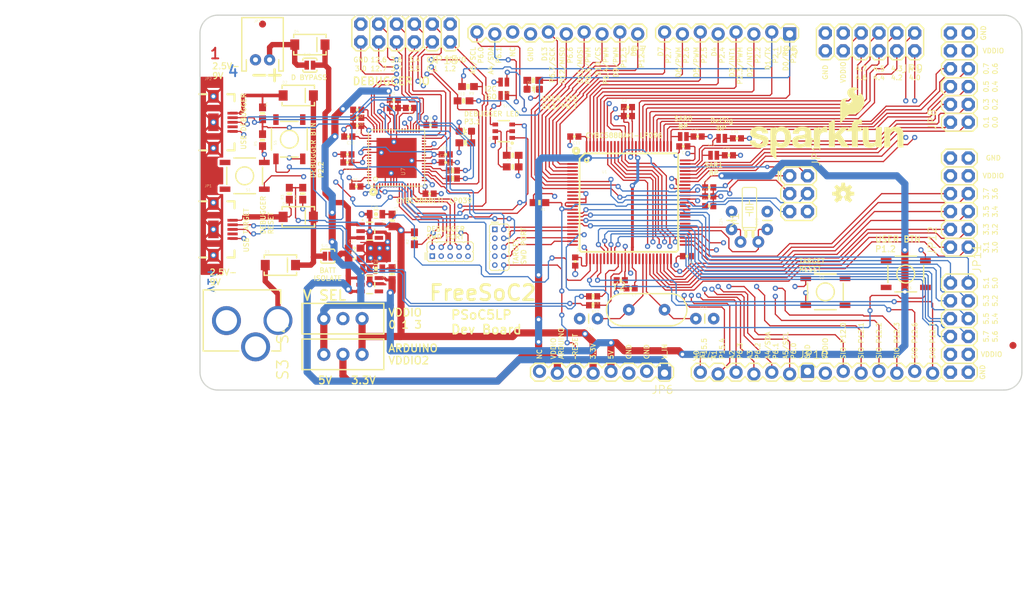
<source format=kicad_pcb>
(kicad_pcb (version 20221018) (generator pcbnew)
  (layers (0 "F.Cu" signal) (1 "In1.Cu" signal) (2 "In2.Cu" signal) (31 "B.Cu" signal) (34 "B.Paste" user) (35 "F.Paste" user) (36 "B.SilkS" user "B.Silkscreen") (37 "F.SilkS" user "F.Silkscreen") (38 "B.Mask" user) (39 "F.Mask" user) (44 "Edge.Cuts" user))
  (net 0 "")
  (net 1 "VDDIO_ARDUINO")
  (net 2 "VDDIO")
  (net 3 "GND")
  (net 4 "N$13")
  (net 5 "V_DEBUG")
  (net 6 "V_HOST")
  (net 7 "N$16")
  (net 8 "N$17")
  (net 9 "V_IN")
  (net 10 "PSOC_D+_BUS")
  (net 11 "PSOC_D-_BUS")
  (net 12 "DEBUG_D+_BUS")
  (net 13 "DEBUG_D-_BUS")
  (net 14 "VCCD")
  (net 15 "VCCA")
  (net 16 "D0")
  (net 17 "D1")
  (net 18 "D2")
  (net 19 "D3")
  (net 20 "D4")
  (net 21 "D5")
  (net 22 "D6")
  (net 23 "D7")
  (net 24 "D8")
  (net 25 "D9")
  (net 26 "D10")
  (net 27 "D11")
  (net 28 "D12")
  (net 29 "D13")
  (net 30 "A0")
  (net 31 "A1")
  (net 32 "A5")
  (net 33 "A4")
  (net 34 "A2")
  (net 35 "A3")
  (net 36 "~{RESET}")
  (net 37 "P1.0")
  (net 38 "P1.1")
  (net 39 "P1.2")
  (net 40 "P1.3")
  (net 41 "P1.4")
  (net 42 "P5.0")
  (net 43 "P5.1")
  (net 44 "P5.2")
  (net 45 "P5.3")
  (net 46 "P5.4")
  (net 47 "P5.5")
  (net 48 "P5.6")
  (net 49 "P5.7")
  (net 50 "P12.6")
  (net 51 "P12.7")
  (net 52 "P0.0")
  (net 53 "P0.1")
  (net 54 "P0.2")
  (net 55 "P0.3")
  (net 56 "P0.4")
  (net 57 "P0.5")
  (net 58 "P0.6")
  (net 59 "P0.7")
  (net 60 "P4.0")
  (net 61 "P4.1")
  (net 62 "P4.2")
  (net 63 "P4.3")
  (net 64 "P4.4")
  (net 65 "P4.5")
  (net 66 "P4.6")
  (net 67 "P4.7")
  (net 68 "P12.2")
  (net 69 "P12.3")
  (net 70 "P3.0")
  (net 71 "P3.1")
  (net 72 "P3.2")
  (net 73 "P3.3")
  (net 74 "P3.4")
  (net 75 "P3.5")
  (net 76 "P3.6")
  (net 77 "P3.7")
  (net 78 "P12.0")
  (net 79 "P12.1")
  (net 80 "P15.0")
  (net 81 "P15.1")
  (net 82 "P15.2")
  (net 83 "P15.3")
  (net 84 "N$14")
  (net 85 "PSOC_D-_PAD")
  (net 86 "PSOC_D+_PAD")
  (net 87 "DEBUG_D-_PAD")
  (net 88 "DEBUG_D+_PAD")
  (net 89 "~{DEBUG_RESET}")
  (net 90 "DEBUG_SWDIO_TMS")
  (net 91 "DEBUG_SWDCK_TCK")
  (net 92 "DEBUG_SWV_TDO")
  (net 93 "DEBUG_TDI")
  (net 94 "DEBUG_P0.0")
  (net 95 "DEBUG_P0.1")
  (net 96 "N$23")
  (net 97 "N$26")
  (net 98 "N$27")
  (net 99 "N$2")
  (net 100 "3.3V")
  (net 101 "5V")
  (net 102 "DEBUG_LED")
  (net 103 "DEBUG_P1.2")
  (net 104 "DEBUG_P3.4")
  (net 105 "DEBUG_P3.5")
  (net 106 "DEBUG_P3.6")
  (net 107 "DEBUG_P3.7")
  (net 108 "DEBUG_P12.6_RX")
  (net 109 "DEBUG_P3.0")
  (net 110 "DEBUG_SAR1_BP")
  (net 111 "DEBUG_DS_BP")
  (net 112 "DEBUG_SAR0_BP")
  (net 113 "N$3")
  (net 114 "N$4")
  (net 115 "N$5")
  (net 116 "V_BUS_HOST")
  (net 117 "V_BUS_DEBUG")
  (net 118 "DEBUG_BTN")
  (net 119 "DEBUG_P12.1_SDA")
  (net 120 "DEBUG_P12.0_SCL")
  (net 121 "DEBUG_P12.7_TX")
  (net 122 "~{DEBUG_P2.6_SCL_PU_EN}")
  (net 123 "~{DEBUG_P2.7_SDA_PU_EN}")
  (net 124 "N$7")
  (net 125 "N$8")
  (net 126 "N$1")
  (net 127 "N$6")
  (net 128 "ANCHOR_POUR")
  (footprint "working:SOT23-5" (layer "F.Cu") (at 114.2111 116.6876 -90)
    (fp_text reference "U2")
    (fp_text value "MIC5219 5V")
  )
  (footprint "working:1X08_LOCK" (layer "F.Cu") (at 156.1211 129.1336 180)
    (fp_text reference "JP6")
    (fp_text value "1X8 FEMALE PTH")
  )
  (footprint "working:0603-RES@1" (layer "F.Cu") (at 127.5461 90.5256)
    (fp_text reference "R10")
    (fp_text value "1K")
  )
  (footprint "working:0603-RES" (layer "F.Cu") (at 98.9711 92.3036 -90)
    (fp_text reference "R4")
    (fp_text value "10K")
  )
  (footprint "working:SMA-DIODE" (layer "F.Cu") (at 104.0511 107.0356)
    (fp_text reference "D1")
    (fp_text value "MBRA140")
  )
  (footprint "working:2X6" (layer "F.Cu") (at 191.6811 80.8736 180)
    (fp_text reference "JP9")
    (fp_text value "2X6 FEMALE")
  )
  (footprint "working:SOT23-5" (layer "F.Cu") (at 114.2111 109.0676 -90)
    (fp_text reference "U3")
    (fp_text value "MIC5219 3.3V")
  )
  (footprint "working:0603-RES" (layer "F.Cu") (at 104.6861 103.7336 90)
    (fp_text reference "R6")
    (fp_text value "20k")
  )
  (footprint "working:0603-RES" (layer "F.Cu") (at 134.5311 99.9236)
    (fp_text reference "R7")
    (fp_text value "2.2k")
  )
  (footprint "working:DUMMY" (layer "F.Cu") (at 74.8411 146.9136)
    (fp_text reference "FRAME1" hide)
    (fp_text value "FRAME-LETTERNO_PACKAGE" hide)
  )
  (footprint "working:PAD-JUMPER-2-NO_NO_SILK" (layer "F.Cu") (at 158.7881 95.6056)
    (fp_text reference "SJ5")
    (fp_text value "JUMPER-PAD-2-NO")
  )
  (footprint "working:PAD-JUMPER-2-NO_NO_SILK" (layer "F.Cu") (at 133.2611 89.7636 180)
    (fp_text reference "SJ7")
    (fp_text value "JUMPER-PAD-2-NO")
  )
  (footprint "working:0402-RES" (layer "F.Cu") (at 126.0221 100.4316)
    (fp_text reference "R19")
    (fp_text value "22")
  )
  (footprint "working:OSHW-LOGO-S" (layer "F.Cu") (at 181.5211 103.7336)
    (fp_text reference "LOGO2" hide)
    (fp_text value "OSHW-LOGOS" hide)
  )
  (footprint "working:CREATIVE_COMMONS@1" (layer "F.Cu") (at 125.6411 159.6136)
    (fp_text reference "U$2" hide)
    (fp_text value "" hide)
  )
  (footprint "working:1X08_LOCK" (layer "F.Cu") (at 176.4411 129.1336)
    (fp_text reference "JP10")
    (fp_text value "1x8 FEMALE PTH")
  )
  (footprint "working:0402-CAP" (layer "F.Cu") (at 149.8981 116.0526 180)
    (fp_text reference "C4")
    (fp_text value "1.0uF")
  )
  (footprint "working:0402-RES" (layer "F.Cu") (at 126.0221 101.5746)
    (fp_text reference "R18")
    (fp_text value "22")
  )
  (footprint "working:0603-RES@1" (layer "F.Cu") (at 128.1811 88.4936 180)
    (fp_text reference "R9")
    (fp_text value "1K")
  )
  (footprint "working:0402-CAP" (layer "F.Cu") (at 111.0361 99.2886 180)
    (fp_text reference "C22")
    (fp_text value "0.1uF")
  )
  (footprint "working:0402-CAP" (layer "F.Cu") (at 119.9261 91.5416 180)
    (fp_text reference "C17")
    (fp_text value "1.0uF")
  )
  (footprint "working:0402-CAP" (layer "F.Cu") (at 162.4711 105.5116)
    (fp_text reference "C1")
    (fp_text value "1.0uF")
  )
  (footprint "working:0603-RES@1" (layer "F.Cu") (at 127.8001 96.4946)
    (fp_text reference "R20")
    (fp_text value "1K")
  )
  (footprint "working:TQFP-100-14X14MM" (layer "F.Cu") (at 151.0411 105.0036)
    (fp_text reference "U1")
    (fp_text value "CY8C5888AXI-LP096")
  )
  (footprint "working:FIDUCIAL-1X2" (layer "F.Cu") (at 98.9711 79.6036)
    (fp_text reference "FID2" hide)
    (fp_text value "FIDUCIAL1X2" hide)
  )
  (footprint "working:0402-CAP" (layer "F.Cu") (at 117.6401 91.5416)
    (fp_text reference "C23")
    (fp_text value "0.1uF")
  )
  (footprint "working:FOUR_LAYER_WARNING" (layer "F.Cu") (at 105.3211 133.8326)
    (fp_text reference "U$1" hide)
    (fp_text value "FOUR_LAYER_WARNING" hide)
  )
  (footprint "working:STAND-OFF" (layer "F.Cu") (at 204.3811 129.1336)
    (fp_text reference "STANDOFF4" hide)
    (fp_text value "STAND-OFF" hide)
  )
  (footprint "working:STAND-OFF" (layer "F.Cu") (at 204.3811 80.8736)
    (fp_text reference "STANDOFF3" hide)
    (fp_text value "STAND-OFF" hide)
  )
  (footprint "working:0603-RES" (layer "F.Cu") (at 120.5611 110.0836 90)
    (fp_text reference "R2")
    (fp_text value "4.7K")
  )
  (footprint "working:0402-RES" (layer "F.Cu") (at 145.9611 119.6086 180)
    (fp_text reference "R17")
    (fp_text value "22")
  )
  (footprint "working:QFN-68" (layer "F.Cu") (at 118.0211 98.6536 90)
    (fp_text reference "U7")
    (fp_text value "CY8C5868LTI-LP039")
  )
  (footprint "working:CAP-PTH-SMALL" (layer "F.Cu") (at 146.5961 121.5136 180)
    (fp_text reference "C14")
    (fp_text value "")
  )
  (footprint "working:0603-CAP" (layer "F.Cu") (at 112.0521 111.4806)
    (fp_text reference "C37")
    (fp_text value "1.0uF")
  )
  (footprint "working:DUMMY" (layer "F.Cu") (at 74.8411 149.4536)
    (fp_text reference "FRAME3" hide)
    (fp_text value "FRAME-LETTERNO_PACKAGE" hide)
  )
  (footprint "working:0402-CAP" (layer "F.Cu") (at 125.0061 98.1456)
    (fp_text reference "C16")
    (fp_text value "1.0uF")
  )
  (footprint "working:STAND-OFF" (layer "F.Cu") (at 92.6211 80.8736)
    (fp_text reference "STANDOFF2" hide)
    (fp_text value "STAND-OFF" hide)
  )
  (footprint "working:0402-CAP" (layer "F.Cu") (at 165.2651 98.2726)
    (fp_text reference "C36")
    (fp_text value "0.1uF")
  )
  (footprint "working:LED-0603" (layer "F.Cu") (at 137.4521 88.8746 -90)
    (fp_text reference "D5")
    (fp_text value "RED")
  )
  (footprint "working:SOT26" (layer "F.Cu") (at 133.2611 94.8436 90)
    (fp_text reference "U4")
    (fp_text value "2A/20V")
  )
  (footprint "working:1X06-SIP_LOCK" (layer "F.Cu") (at 161.2011 129.1336)
    (fp_text reference "JP4")
    (fp_text value "1X6 FEMALE PTH")
  )
  (footprint "working:0402-CAP" (layer "F.Cu") (at 162.4711 102.8446)
    (fp_text reference "C5")
    (fp_text value "1.0uF")
  )
  (footprint "working:1X08_LOCK" (layer "F.Cu") (at 173.9011 80.8736 180)
    (fp_text reference "JP5")
    (fp_text value "1X8 FEMALE PTH")
  )
  (footprint "working:0402-RES" (layer "F.Cu") (at 145.9611 118.3386 180)
    (fp_text reference "R16")
    (fp_text value "22")
  )
  (footprint "working:0402-CAP" (layer "F.Cu") (at 112.4331 91.7956 180)
    (fp_text reference "C32")
    (fp_text value "0.1uF")
  )
  (footprint "working:0603-RES@1" (layer "F.Cu") (at 137.4521 87.6046 180)
    (fp_text reference "R21")
    (fp_text value "1K")
  )
  (footprint "working:TACTILE-SWITCH-SMD" (layer "F.Cu") (at 190.4111 115.1636 180)
    (fp_text reference "S6")
    (fp_text value "SPST-MOM")
  )
  (footprint "working:0402-CAP" (layer "F.Cu") (at 112.3061 102.7176)
    (fp_text reference "C25")
    (fp_text value "0.1uF")
  )
  (footprint "working:TC26H" (layer "F.Cu") (at 168.1861 110.5916)
    (fp_text reference "Y1")
    (fp_text value "32.768kHz")
  )
  (footprint "working:USB-B-MICRO-SMD_V03" (layer "F.Cu") (at 91.9861 93.5736)
    (fp_text reference "JP2")
    (fp_text value "MicroB")
  )
  (footprint "working:0402-CAP" (layer "F.Cu") (at 143.4211 113.3856 -90)
    (fp_text reference "C13")
    (fp_text value "0.1uF")
  )
  (footprint "working:0402-CAP" (layer "F.Cu") (at 151.2951 117.1956 180)
    (fp_text reference "C7")
    (fp_text value "1.0uF")
  )
  (footprint "working:0402-CAP" (layer "F.Cu") (at 159.2961 112.6236 180)
    (fp_text reference "C9")
    (fp_text value "0.1uF")
  )
  (footprint "working:0402-CAP" (layer "F.Cu") (at 117.6401 90.3986)
    (fp_text reference "C20")
    (fp_text value "1.0uF")
  )
  (footprint "working:1X10_LOCK" (layer "F.Cu") (at 152.3111 80.8736 180)
    (fp_text reference "JP7")
    (fp_text value "1X10 FEMALE PTH")
  )
  (footprint "working:0402-CAP" (layer "F.Cu") (at 112.4331 94.0816 180)
    (fp_text reference "C31")
    (fp_text value "0.1uF")
  )
  (footprint "working:FIDUCIAL-1X2" (layer "F.Cu") (at 205.6511 125.3236)
    (fp_text reference "FID1" hide)
    (fp_text value "FIDUCIAL1X2" hide)
  )
  (footprint "working:2X6" (layer "F.Cu") (at 199.3011 111.3536 90)
    (fp_text reference "JP12")
    (fp_text value "2X6 FEMALE")
  )
  (footprint "working:USB-B-MICRO-SMD_V03" (layer "F.Cu") (at 91.9861 108.8136)
    (fp_text reference "JP1")
    (fp_text value "MicroB")
  )
  (footprint "working:0402-CAP" (layer "F.Cu") (at 143.2941 95.6056 180)
    (fp_text reference "C11")
    (fp_text value "0.1uF")
  )
  (footprint "working:2X3" (layer "F.Cu") (at 173.9011 101.1936 -90)
    (fp_text reference "JP13")
    (fp_text value "")
  )
  (footprint "working:PAD-JUMPER-2-NC_BY_PASTE_YES_SILK" (layer "F.Cu") (at 108.2421 112.6236)
    (fp_text reference "SJ1")
    (fp_text value "JUMPER-PAD-2-NC_BY_PASTE")
  )
  (footprint "working:0402-CAP" (layer "F.Cu") (at 112.4331 92.9386 180)
    (fp_text reference "C30")
    (fp_text value "0.1uF")
  )
  (footprint "working:DUMMY" (layer "F.Cu") (at 74.8411 148.1836)
    (fp_text reference "FRAME2" hide)
    (fp_text value "FRAME-LETTERNO_PACKAGE" hide)
  )
  (footprint "working:TACTILE-SWITCH-SMD" (layer "F.Cu") (at 102.7811 95.9866 90)
    (fp_text reference "S5")
    (fp_text value "SPST-MOM")
  )
  (footprint "working:SWITCH-SPDT_LOCK.007S" (layer "F.Cu") (at 110.4011 126.5936 90)
    (fp_text reference "S3")
    (fp_text value "SPDT")
  )
  (footprint "working:SMA-DIODE" (layer "F.Cu") (at 101.5111 113.8936)
    (fp_text reference "D3")
    (fp_text value "MBRA140")
  )
  (footprint "working:0402-CAP" (layer "F.Cu") (at 122.8471 93.9546)
    (fp_text reference "C29")
    (fp_text value "0.1uF")
  )
  (footprint "working:JST-2-PTH" (layer "F.Cu") (at 98.9711 84.6836)
    (fp_text reference "JP3")
    (fp_text value "")
  )
  (footprint "working:0402-CAP" (layer "F.Cu") (at 160.8201 95.6056)
    (fp_text reference "C34")
    (fp_text value "0.1uF")
  )
  (footprint "working:LED-0603" (layer "F.Cu") (at 127.8001 94.8436 90)
    (fp_text reference "D6")
    (fp_text value "RED")
  )
  (footprint "working:PAD-JUMPER-2-NO_YES_SILK" (layer "F.Cu") (at 105.7021 85.4456)
    (fp_text reference "SJ2")
    (fp_text value "JUMPER-PAD-2-NOYES_SILK")
  )
  (footprint "working:0603-CAP" (layer "F.Cu") (at 112.0521 113.0046)
    (fp_text reference "C38")
    (fp_text value "0.1uF")
  )
  (footprint "working:2X6" (layer "F.Cu") (at 125.6411 79.6036 180)
    (fp_text reference "JP15")
    (fp_text value "2X6 FEMALE")
  )
  (footprint "working:PAD-JUMPER-2-NO_NO_SILK" (layer "F.Cu") (at 164.2491 95.8596)
    (fp_text reference "SJ4")
    (fp_text value "JUMPER-PAD-2-NO")
  )
  (footprint "working:2X5_PTH_SILK_.05" (layer "F.Cu") (at 131.9911 115.1636)
    (fp_text reference "JP17" hide)
    (fp_text value "DNP" hide)
  )
  (footprint "working:0402-CAP" (layer "F.Cu") (at 122.7201 103.7336)
    (fp_text reference "C27")
    (fp_text value "0.1uF")
  )
  (footprint "working:CAP-PTH-SMALL" (layer "F.Cu") (at 160.5661 121.5136)
    (fp_text reference "C12")
    (fp_text value "")
  )
  (footprint "working:POWER_JACK_PTH_LOCK" (layer "F.Cu") (at 87.2871 121.7676 -90)
    (fp_text reference "JP18")
    (fp_text value "POWER_JACKPTH_LOCK")
  )
  (footprint "working:PAD-JUMPER-2-NO_NO_SILK" (layer "F.Cu") (at 163.1061 98.2726)
    (fp_text reference "SJ3")
    (fp_text value "JUMPER-PAD-2-NO")
  )
  (footprint "working:0603-RES" (layer "F.Cu") (at 138.3411 105.0036 180)
    (fp_text reference "R1")
    (fp_text value "4.7K")
  )
  (footprint "working:0603-RES" (layer "F.Cu") (at 98.9711 96.1136 90)
    (fp_text reference "R5")
    (fp_text value "20k")
  )
  (footprint "working:0402-CAP" (layer "F.Cu") (at 150.9141 91.4146)
    (fp_text reference "C2")
    (fp_text value "1.0uF")
  )
  (footprint "working:2X6" (layer "F.Cu") (at 199.3011 93.5736 90)
    (fp_text reference "JP8")
    (fp_text value "2X6 FEMALE")
  )
  (footprint "working:0603-RES" (layer "F.Cu") (at 102.7811 103.7336 90)
    (fp_text reference "R3")
    (fp_text value "10K")
  )
  (footprint "working:TACTILE-SWITCH-SMD" (layer "F.Cu") (at 96.4311 101.1936 180)
    (fp_text reference "S1")
    (fp_text value "SPST-MOM")
  )
  (footprint "working:2X5_PTH_SILK_.05" (layer "F.Cu") (at 129.4511 112.6236 90)
    (fp_text reference "JP14" hide)
    (fp_text value "DNP" hide)
  )
  (footprint "working:0805-CAP" (layer "F.Cu") (at 115.1001 114.4016)
    (fp_text reference "C28")
    (fp_text value "10uF")
  )
  (footprint "working:TACTILE-SWITCH-SMD" (layer "F.Cu") (at 178.9811 117.7036)
    (fp_text reference "S2")
    (fp_text value "SPST-MOM")
  )
  (footprint "working:0402-CAP" (layer "F.Cu") (at 158.7881 97.0026 180)
    (fp_text reference "C15")
    (fp_text value "0.1uF")
  )
  (footprint "working:STAND-OFF" (layer "F.Cu") (at 92.6211 129.1336)
    (fp_text reference "STANDOFF1" hide)
    (fp_text value "STAND-OFF" hide)
  )
  (footprint "working:2X6" (layer "F.Cu") (at 196.7611 116.4336 -90)
    (fp_text reference "JP11")
    (fp_text value "2X6 FEMALE")
  )
  (footprint "working:SMA-DIODE" (layer "F.Cu") (at 104.0511 89.7636)
    (fp_text reference "D2")
    (fp_text value "MBRA140")
  )
  (footprint "working:0603-RES" (layer "F.Cu") (at 117.3861 115.1636 -90)
    (fp_text reference "R12")
    (fp_text value "0.27")
  )
  (footprint "working:CAP-PTH-SMALL" (layer "F.Cu") (at 165.6461 108.8136 90)
    (fp_text reference "C24")
    (fp_text value "")
  )
  (footprint "working:SFE_LOGO_NAME_FLAME_.2" (layer "F.Cu") (at 167.5511 98.9076)
    (fp_text reference "LOGO1" hide)
    (fp_text value "SFE_LOGO_NAME_FLAME.2_INCH" hide)
  )
  (footprint "working:0805-CAP" (layer "F.Cu") (at 115.1001 106.6546)
    (fp_text reference "C26")
    (fp_text value "10uF")
  )
  (footprint "working:0603-RES" (layer "F.Cu") (at 134.5311 98.2726)
    (fp_text reference "R8")
    (fp_text value "2.2k")
  )
  (footprint "working:0402-CAP" (layer "F.Cu") (at 166.4081 95.8596)
    (fp_text reference "C35")
    (fp_text value "0.1uF")
  )
  (footprint "working:0603-RES" (layer "F.Cu") (at 117.3861 107.5436 -90)
    (fp_text reference "R11")
    (fp_text value "0.27")
  )
  (footprint "working:0402-CAP" (layer "F.Cu") (at 150.9141 92.6846)
    (fp_text reference "C3")
    (fp_text value "0.1uF")
  )
  (footprint "working:HC49US" (layer "F.Cu") (at 153.5811 120.2436)
    (fp_text reference "Y2")
    (fp_text value "")
  )
  (footprint "working:0402-CAP" (layer "F.Cu") (at 125.0061 99.2886)
    (fp_text reference "C21")
    (fp_text value "0.1uF")
  )
  (footprint "working:SWITCH-SPDT_LOCK.007S" (layer "F.Cu") (at 110.4011 121.5136 90)
    (fp_text reference "S4")
    (fp_text value "SPDT")
  )
  (footprint "working:0402-CAP" (layer "F.Cu") (at 111.1631 95.6056 180)
    (fp_text reference "C33")
    (fp_text value "0.1uF")
  )
  (footprint "working:0402-CAP" (layer "F.Cu") (at 162.4711 104.1146)
    (fp_text reference "C6")
    (fp_text value "0.1uF")
  )
  (footprint "working:CAP-PTH-SMALL" (layer "F.Cu") (at 170.7261 108.8136 90)
    (fp_text reference "C18")
    (fp_text value "")
  )
  (footprint "working:0402-CAP" (layer "F.Cu") (at 111.0361 98.1456 180)
    (fp_text reference "C19")
    (fp_text value "1.0uF")
  )
  (footprint "working:SMA-DIODE" (layer "F.Cu") (at 105.7021 82.5246)
    (fp_text reference "D4")
    (fp_text value "MBRA140")
  )
  (footprint "working:PAD-JUMPER-2-NO_NO_SILK" (layer "F.Cu") (at 133.2611 87.8586 180)
    (fp_text reference "SJ6")
    (fp_text value "JUMPER-PAD-2-NO")
  )
  (gr_circle (center 114.7191 103.4796) (end 114.898703 103.4796) (stroke (width 0.4064)) (fill none) (layer "F.SilkS"))
  (gr_circle (center 143.5481 97.6376) (end 143.727703 97.6376) (stroke (width 0.4064)) (fill none) (layer "F.SilkS"))
  (gr_line (start 90.0811 129.1336) (end 90.0811 80.8736) (stroke (width 0.1778)) (layer "Edge.Cuts"))
  (gr_line (start 206.9211 80.8736) (end 206.9211 129.1336) (stroke (width 0.1778)) (layer "Edge.Cuts"))
  (gr_arc (start 90.0811 80.8736) (mid 90.825049 79.077549) (end 92.6211 78.3336) (stroke (width 0.1778)) (layer "Edge.Cuts"))
  (gr_line (start 92.6211 78.3336) (end 204.3811 78.3336) (stroke (width 0.1778)) (layer "Edge.Cuts"))
  (gr_arc (start 206.9211 129.1336) (mid 206.177151 130.929651) (end 204.3811 131.6736) (stroke (width 0.1778)) (layer "Edge.Cuts"))
  (gr_arc (start 92.6211 131.6736) (mid 90.825049 130.929651) (end 90.0811 129.1336) (stroke (width 0.1778)) (layer "Edge.Cuts"))
  (gr_line (start 204.3811 131.6736) (end 92.6211 131.6736) (stroke (width 0.1778)) (layer "Edge.Cuts"))
  (gr_arc (start 204.3811 78.3336) (mid 206.177151 79.077549) (end 206.9211 80.8736) (stroke (width 0.1778)) (layer "Edge.Cuts"))
  (gr_text "1" (at 91.3511 84.6836) (layer "F.Cu") (effects (font (size 1.5113 1.5113) (thickness 0.2667)) (justify left bottom)))
  (gr_text "4" (at 93.8911 87.2236) (layer "B.Cu") (effects (font (size 1.5113 1.5113) (thickness 0.2667)) (justify left bottom)))
  (gr_text "v14" (at 92.4941 114.4016 -90) (layer "B.Cu") (effects (font (size 1.20904 1.20904) (thickness 0.21336)) (justify right top mirror)))
  (gr_text "SIO P12.2" (at 186.6011 127.3556 90) (layer "F.SilkS") (effects (font (size 0.69088 0.69088) (thickness 0.12192)) (justify left)))
  (gr_text "TARGET\nRESET" (at 175.1711 113.8936) (layer "F.SilkS") (effects (font (size 0.69088 0.69088) (thickness 0.12192)) (justify left)))
  (gr_text "A4/SDA\nP6.1" (at 171.3611 127.3556 90) (layer "F.SilkS") (effects (font (size 0.69088 0.69088) (thickness 0.12192)) (justify left)))
  (gr_text "VDDIO\nARDUINO" (at 140.8811 127.3556 90) (layer "F.SilkS") (effects (font (size 0.69088 0.69088) (thickness 0.12192)) (justify left)))
  (gr_text "FreeSoC2" (at 122.4661 119.1006) (layer "F.SilkS") (effects (font (size 2.159 2.159) (thickness 0.381)) (justify left bottom)))
  (gr_text "GND" (at 201.4601 80.8736 90) (layer "F.SilkS") (effects (font (size 0.69088 0.69088) (thickness 0.12192))))
  (gr_text "3.7" (at 201.8411 103.7336 90) (layer "F.SilkS") (effects (font (size 0.69088 0.69088) (thickness 0.12192))))
  (gr_text "3.1" (at 201.8411 111.3536 90) (layer "F.SilkS") (effects (font (size 0.69088 0.69088) (thickness 0.12192))))
  (gr_text "0.0" (at 203.1111 93.5736 90) (layer "F.SilkS") (effects (font (size 0.69088 0.69088) (thickness 0.12192))))
  (gr_text "5.0" (at 203.1111 116.4336 90) (layer "F.SilkS") (effects (font (size 0.69088 0.69088) (thickness 0.12192))))
  (gr_text "3.3V" (at 113.3221 130.9116) (layer "F.SilkS") (effects (font (size 1.0795 1.0795) (thickness 0.1905)) (justify bottom)))
  (gr_text "5.1" (at 201.8411 116.4336 90) (layer "F.SilkS") (effects (font (size 0.69088 0.69088) (thickness 0.12192))))
  (gr_text "SAR0\nBP" (at 158.7881 94.5896) (layer "F.SilkS") (effects (font (size 0.69088 0.69088) (thickness 0.12192)) (justify bottom)))
  (gr_text "VDDIO" (at 202.8571 101.1936) (layer "F.SilkS") (effects (font (size 0.69088 0.69088) (thickness 0.12192))))
  (gr_text "DEBUGGER\nSWD PORT" (at 122.2121 109.3216) (layer "F.SilkS") (effects (font (size 0.69088 0.69088) (thickness 0.12192)) (justify left)))
  (gr_text "VDDIO\n0 1 3" (at 116.7511 121.5136) (layer "F.SilkS") (effects (font (size 1.0795 1.0795) (thickness 0.1905)) (justify left)))
  (gr_text "DEBUGGER LED\nP3.1" (at 127.5461 92.9386) (layer "F.SilkS") (effects (font (size 0.69088 0.69088) (thickness 0.12192)) (justify left)))
  (gr_text "D13\nP6.7/SCK" (at 139.6111 82.7786 90) (layer "F.SilkS") (effects (font (size 0.69088 0.69088) (thickness 0.12192)) (justify right)))
  (gr_text "3.6" (at 203.1111 103.7336 90) (layer "F.SilkS") (effects (font (size 0.69088 0.69088) (thickness 0.12192))))
  (gr_text "SIO P12.3" (at 189.1411 127.3556 90) (layer "F.SilkS") (effects (font (size 0.69088 0.69088) (thickness 0.12192)) (justify left)))
  (gr_text "5.5" (at 201.8411 121.5136 90) (layer "F.SilkS") (effects (font (size 0.69088 0.69088) (thickness 0.12192))))
  (gr_text "0.4" (at 203.1111 88.4936 90) (layer "F.SilkS") (effects (font (size 0.69088 0.69088) (thickness 0.12192))))
  (gr_text "4.6" (at 184.0611 87.2236) (layer "F.SilkS") (effects (font (size 0.69088 0.69088) (thickness 0.12192))))
  (gr_text "VDDIO" (at 181.5211 86.4616 90) (layer "F.SilkS") (effects (font (size 0.69088 0.69088) (thickness 0.12192))))
  (gr_text "A4/SDA\nP6.1" (at 131.9911 82.7786 90) (layer "F.SilkS") (effects (font (size 0.69088 0.69088) (thickness 0.12192)) (justify right)))
  (gr_text "SAR1\nBP" (at 163.1061 101.1936) (layer "F.SilkS") (effects (font (size 0.69088 0.69088) (thickness 0.12192)) (justify bottom)))
  (gr_text "BATT\nISOLATE" (at 108.2421 116.1796) (layer "F.SilkS") (effects (font (size 0.69088 0.69088) (thickness 0.12192)) (justify bottom)))
  (gr_text "V SEL" (at 104.5591 118.2116) (layer "F.SilkS") (effects (font (size 1.42494 1.42494) (thickness 0.25146)) (justify left)))
  (gr_text "DEBUGGER IO" (at 111.6711 87.7316) (layer "F.SilkS") (effects (font (size 1.0795 1.0795) (thickness 0.1905)) (justify left)))
  (gr_text "5.4" (at 203.1111 121.5136 90) (layer "F.SilkS") (effects (font (size 0.69088 0.69088) (thickness 0.12192))))
  (gr_text "VDDIO" (at 202.8571 83.4136) (layer "F.SilkS") (effects (font (size 0.69088 0.69088) (thickness 0.12192))))
  (gr_text "SIO P12.6" (at 191.6811 127.3556 90) (layer "F.SilkS") (effects (font (size 0.69088 0.69088) (thickness 0.12192)) (justify left)))
  (gr_text "D3/INT1\nP2.3/PWM" (at 166.2811 82.7786 90) (layer "F.SilkS") (effects (font (size 0.69088 0.69088) (thickness 0.12192)) (justify right)))
  (gr_text "GND" (at 201.3331 129.1336 90) (layer "F.SilkS") (effects (font (size 0.69088 0.69088) (thickness 0.12192))))
  (gr_text "0.3" (at 201.8411 91.0336 90) (layer "F.SilkS") (effects (font (size 0.69088 0.69088) (thickness 0.12192))))
  (gr_text "12.6" (at 115.4811 84.6836) (layer "F.SilkS") (effects (font (size 0.69088 0.69088) (thickness 0.12192))))
  (gr_text "GND" (at 112.9411 84.6836) (layer "F.SilkS") (effects (font (size 0.69088 0.69088) (thickness 0.12192))))
  (gr_text "A5/SCL\nP6.0" (at 173.9011 127.3556 90) (layer "F.SilkS") (effects (font (size 0.69088 0.69088) (thickness 0.12192)) (justify left)))
  (gr_text "0.0" (at 123.1011 84.6836) (layer "F.SilkS") (effects (font (size 0.69088 0.69088) (thickness 0.12192))))
  (gr_text "4.4" (at 186.6011 87.2236) (layer "F.SilkS") (effects (font (size 0.69088 0.69088) (thickness 0.12192))))
  (gr_text "5.6" (at 203.1111 124.0536 90) (layer "F.SilkS") (effects (font (size 0.69088 0.69088) (thickness 0.12192))))
  (gr_text "D11/MOSI\nP6.5/PWM" (at 144.6911 82.7786 90) (layer "F.SilkS") (effects (font (size 0.69088 0.69088) (thickness 0.12192)) (justify right)))
  (gr_text "D0/RX\nP2.0" (at 173.9011 82.7786 90) (layer "F.SilkS") (effects (font (size 0.69088 0.69088) (thickness 0.12192)) (justify right)))
  (gr_text "D9/PWM\nP12.5" (at 149.7711 82.7786 90) (layer "F.SilkS") (effects (font (size 0.69088 0.69088) (thickness 0.12192)) (justify right)))
  (gr_text "GND" (at 176.4411 127.3556 90) (layer "F.SilkS") (effects (font (size 0.69088 0.69088) (thickness 0.12192)) (justify left)))
  (gr_text "5.2" (at 203.1111 118.9736 90) (layer "F.SilkS") (effects (font (size 0.69088 0.69088) (thickness 0.12192))))
  (gr_text "ARDUINO\nVDDIO2" (at 116.7511 126.5936) (layer "F.SilkS") (effects (font (size 1.0795 1.0795) (thickness 0.1905)) (justify left)))
  (gr_text "3.5" (at 120.5611 85.9536) (layer "F.SilkS") (effects (font (size 0.69088 0.69088) (thickness 0.12192))))
  (gr_text "A2\nP6.3" (at 166.2811 127.3556 90) (layer "F.SilkS") (effects (font (size 0.69088 0.69088) (thickness 0.12192)) (justify left)))
  (gr_text "D5/PWM\nP2.5" (at 161.2011 82.7786 90) (layer "F.SilkS") (effects (font (size 0.69088 0.69088) (thickness 0.12192)) (justify right)))
  (gr_text "USER BTN\nP1.2" (at 185.9661 112.1156) (layer "F.SilkS") (effects (font (size 0.8636 0.8636) (thickness 0.1524)) (justify left bottom)))
  (gr_text "5.3" (at 201.8411 118.9736 90) (layer "F.SilkS") (effects (font (size 0.69088 0.69088) (thickness 0.12192))))
  (gr_text "1.2" (at 125.6411 85.9536) (layer "F.SilkS") (effects (font (size 0.69088 0.69088) (thickness 0.12192))))
  (gr_text "GND" (at 137.0711 82.7786 90) (layer "F.SilkS") (effects (font (size 0.69088 0.69088) (thickness 0.12192)) (justify right)))
  (gr_text "D6/PWM\nP2.6" (at 158.6611 82.7786 90) (layer "F.SilkS") (effects (font (size 0.69088 0.69088) (thickness 0.12192)) (justify right)))
  (gr_text "NC" (at 138.3411 127.3556 90) (layer "F.SilkS") (effects (font (size 0.69088 0.69088) (thickness 0.12192)) (justify left)))
  (gr_text "GND" (at 178.9811 86.4616 90) (layer "F.SilkS") (effects (font (size 0.69088 0.69088) (thickness 0.12192))))
  (gr_text "2.5V-\n9V" (at 91.7321 87.4776) (layer "F.SilkS") (effects (font (size 0.8636 0.8636) (thickness 0.1524)) (justify left bottom)))
  (gr_text "3.3" (at 201.8411 108.8136 90) (layer "F.SilkS") (effects (font (size 0.69088 0.69088) (thickness 0.12192))))
  (gr_text "~RESET" (at 143.4211 127.3556 90) (layer "F.SilkS") (effects (font (size 0.69088 0.69088) (thickness 0.12192)) (justify left)))
  (gr_text "12.7" (at 115.4811 85.9536) (layer "F.SilkS") (effects (font (size 0.69088 0.69088) (thickness 0.12192))))
  (gr_text "SIO P12.7" (at 194.2211 127.3556 90) (layer "F.SilkS") (effects (font (size 0.69088 0.69088) (thickness 0.12192)) (justify left)))
  (gr_text "0.5" (at 201.8411 88.4936 90) (layer "F.SilkS") (effects (font (size 0.69088 0.69088) (thickness 0.12192))))
  (gr_text "VDDIO" (at 126.4031 84.6836) (layer "F.SilkS") (effects (font (size 0.69088 0.69088) (thickness 0.12192))))
  (gr_text "PSoC5LP\nDev Board" (at 125.6411 122.0216) (layer "F.SilkS") (effects (font (size 1.2954 1.2954) (thickness 0.2286)) (justify left)))
  (gr_text "3.0" (at 112.9411 85.9536) (layer "F.SilkS") (effects (font (size 0.69088 0.69088) (thickness 0.12192))))
  (gr_text "GND" (at 151.0411 127.3556 90) (layer "F.SilkS") (effects (font (size 0.69088 0.69088) (thickness 0.12192)) (justify left)))
  (gr_text "0.7" (at 201.8411 85.9536 90) (layer "F.SilkS") (effects (font (size 0.69088 0.69088) (thickness 0.12192))))
  (gr_text "3.7" (at 118.0211 85.9536) (layer "F.SilkS") (effects (font (size 0.69088 0.69088) (thickness 0.12192))))
  (gr_text "3.6" (at 118.0211 84.6836) (layer "F.SilkS") (effects (font (size 0.69088 0.69088) (thickness 0.12192))))
  (gr_text "VDDIO" (at 178.9811 127.3556 90) (layer "F.SilkS") (effects (font (size 0.69088 0.69088) (thickness 0.12192)) (justify left)))
  (gr_text "4.0" (at 191.6811 87.2236) (layer "F.SilkS") (effects (font (size 0.69088 0.69088) (thickness 0.12192))))
  (gr_text "D BYPASS" (at 105.5751 87.6046) (layer "F.SilkS") (effects (font (size 0.69088 0.69088) (thickness 0.12192)) (justify bottom)))
  (gr_text "CY8C5868LTI-LP039" (at 117.8941 105.1306) (layer "F.SilkS") (effects (font (size 0.69088 0.69088) (thickness 0.12192)) (justify left bottom)))
  (gr_text "5V" (at 107.8611 130.9116) (layer "F.SilkS") (effects (font (size 1.0795 1.0795) (thickness 0.1905)) (justify bottom)))
  (gr_text "USB DEBUGGER" (at 96.6851 93.4466 90) (layer "F.SilkS") (effects (font (size 0.69088 0.69088) (thickness 0.12192)) (justify bottom)))
  (gr_text "DelSig\nBP" (at 164.2491 94.8436) (layer "F.SilkS") (effects (font (size 0.69088 0.69088) (thickness 0.12192)) (justify bottom)))
  (gr_text "TARGET\nSWD PORT" (at 135.5471 113.8936 90) (layer "F.SilkS") (effects (font (size 0.69088 0.69088) (thickness 0.12192)) (justify left)))
  (gr_text "DEBUGGER\nRESET" (at 99.6061 109.5756 90) (layer "F.SilkS") (effects (font (size 0.69088 0.69088) (thickness 0.12192)) (justify left)))
  (gr_text "VDDIO" (at 202.6031 126.5936) (layer "F.SilkS") (effects (font (size 0.69088 0.69088) (thickness 0.12192))))
  (gr_text "NC" (at 134.5311 82.7786 90) (layer "F.SilkS") (effects (font (size 0.69088 0.69088) (thickness 0.12192)) (justify right)))
  (gr_text "4.5" (at 186.6011 85.9536) (layer "F.SilkS") (effects (font (size 0.69088 0.69088) (thickness 0.12192))))
  (gr_text "SIO P12.0" (at 181.5211 127.3556 90) (layer "F.SilkS") (effects (font (size 0.69088 0.69088) (thickness 0.12192)) (justify left)))
  (gr_text "D10/CS\nP6.4/PWM" (at 147.2311 82.7786 90) (layer "F.SilkS") (effects (font (size 0.69088 0.69088) (thickness 0.12192)) (justify right)))
  (gr_text "A1\nP15.4" (at 163.7411 127.3556 90) (layer "F.SilkS") (effects (font (size 0.69088 0.69088) (thickness 0.12192)) (justify left)))
  (gr_text "3.0" (at 203.1111 111.3536 90) (layer "F.SilkS") (effects (font (size 0.69088 0.69088) (thickness 0.12192))))
  (gr_text "+" (at 99.0981 87.9856) (layer "F.SilkS") (effects (font (size 2.159 2.159) (thickness 0.381)) (justify left bottom)))
  (gr_text "0.6" (at 203.1111 85.9536 90) (layer "F.SilkS") (effects (font (size 0.69088 0.69088) (thickness 0.12192))))
  (gr_text "D4\nP2.4" (at 163.7411 82.7786 90) (layer "F.SilkS") (effects (font (size 0.69088 0.69088) (thickness 0.12192)) (justify right)))
  (gr_text "3.3V" (at 145.9611 127.3556 90) (layer "F.SilkS") (effects (font (size 0.69088 0.69088) (thickness 0.12192)) (justify left)))
  (gr_text "USER LED\nD13/P6.7" (at 138.5951 90.7796) (layer "F.SilkS") (effects (font (size 0.69088 0.69088) (thickness 0.12192)) (justify left)))
  (gr_text "3.2" (at 203.1111 108.8136 90) (layer "F.SilkS") (effects (font (size 0.69088 0.69088) (thickness 0.12192))))
  (gr_text "SIO P12.1" (at 184.0611 127.3556 90) (layer "F.SilkS") (effects (font (size 0.69088 0.69088) (thickness 0.12192)) (justify left)))
  (gr_text "3.4" (at 120.5611 84.6836) (layer "F.SilkS") (effects (font (size 0.69088 0.69088) (thickness 0.12192))))
  (gr_text "D8\nP12.4" (at 152.3111 82.7786 90) (layer "F.SilkS") (effects (font (size 0.69088 0.69088) (thickness 0.12192)) (justify right)))
  (gr_text "5.7" (at 201.8411 124.0536 90) (layer "F.SilkS") (effects (font (size 0.69088 0.69088) (thickness 0.12192))))
  (gr_text "0.2" (at 203.1111 91.0336 90) (layer "F.SilkS") (effects (font (size 0.69088 0.69088) (thickness 0.12192))))
  (gr_text "D1/TX\nP2.1" (at 171.3611 82.7786 90) (layer "F.SilkS") (effects (font (size 0.69088 0.69088) (thickness 0.12192)) (justify right)))
  (gr_text "V_IN" (at 156.1211 127.3556 90) (layer "F.SilkS") (effects (font (size 0.69088 0.69088) (thickness 0.12192)) (justify left)))
  (gr_text "0.1" (at 123.1011 85.9536) (layer "F.SilkS") (effects (font (size 0.69088 0.69088) (thickness 0.12192))))
  (gr_text "D12/MISO\nP6.6" (at 142.1511 82.7786 90) (layer "F.SilkS") (effects (font (size 0.69088 0.69088) (thickness 0.12192)) (justify right)))
  (gr_text "DEBUGGER BTN\nP2.2" (at 106.7181 101.5746 90) (layer "F.SilkS") (effects (font (size 0.69088 0.69088) (thickness 0.12192)) (justify left)))
  (gr_text "GND" (at 202.8571 98.6536) (layer "F.SilkS") (effects (font (size 0.69088 0.69088) (thickness 0.12192))))
  (gr_text "D2/INT0\nP2.2" (at 168.8211 82.7786 90) (layer "F.SilkS") (effects (font (size 0.69088 0.69088) (thickness 0.12192)) (justify right)))
  (gr_text "I2C\nISO" (at 130.4671 89.3826) (layer "F.SilkS") (effects (font (size 0.69088 0.69088) (thickness 0.12192)) (justify left)))
  (gr_text "A3\nP6.2" (at 168.8211 127.3556 90) (layer "F.SilkS") (effects (font (size 0.69088 0.69088) (thickness 0.12192)) (justify left)))
  (gr_text "5V" (at 148.5011 127.3556 90) (layer "F.SilkS") (effects (font (size 0.69088 0.69088) (thickness 0.12192)) (justify left)))
  (gr_text "-" (at 96.9391 87.9856) (layer "F.SilkS") (effects (font (size 2.159 2.159) (thickness 0.381)) (justify left bottom)))
  (gr_text "GND" (at 153.5811 127.3556 90) (layer "F.SilkS") (effects (font (size 0.69088 0.69088) (thickness 0.12192)) (justify left)))
  (gr_text "4.7" (at 184.0611 85.9536) (layer "F.SilkS") (effects (font (size 0.69088 0.69088) (thickness 0.12192))))
  (gr_text "4.1" (at 191.6811 85.9536) (layer "F.SilkS") (effects (font (size 0.69088 0.69088) (thickness 0.12192))))
  (gr_text "A5/SCL\nP6.0" (at 129.4511 82.7786 90) (layer "F.SilkS") (effects (font (size 0.69088 0.69088) (thickness 0.12192)) (justify right)))
  (gr_text "3.4" (at 203.1111 106.2736 90) (layer "F.SilkS") (effects (font (size 0.69088 0.69088) (thickness 0.12192))))
  (gr_text "A0\nP15.5" (at 161.2011 127.3556 90) (layer "F.SilkS") (effects (font (size 0.69088 0.69088) (thickness 0.12192)) (justify left)))
  (gr_text "0.1" (at 201.8411 93.5736 90) (layer "F.SilkS") (effects (font (size 0.69088 0.69088) (thickness 0.12192))))
  (gr_text "USB TARGET" (at 97.0661 108.9406 90) (layer "F.SilkS") (effects (font (size 0.69088 0.69088) (thickness 0.12192)) (justify bottom)))
  (gr_text "CY8C5888AXI-LP096" (at 144.8181 95.8596) (layer "F.SilkS") (effects (font (size 0.69088 0.69088) (thickness 0.12192)) (justify left bottom)))
  (gr_text "4.3" (at 189.1411 85.9536) (layer "F.SilkS") (effects (font (size 0.69088 0.69088) (thickness 0.12192))))
  (gr_text "2.5V-\n9V" (at 91.3511 116.8146) (layer "F.SilkS") (effects (font (size 0.8636 0.8636) (thickness 0.1524)) (justify left bottom)))
  (gr_text "3.5" (at 201.8411 106.2736 90) (layer "F.SilkS") (effects (font (size 0.69088 0.69088) (thickness 0.12192))))
  (gr_text "D7\nP2.7" (at 156.1211 82.7786 90) (layer "F.SilkS") (effects (font (size 0.69088 0.69088) (thickness 0.12192)) (justify right)))
  (gr_text "4.2" (at 189.1411 87.2236) (layer "F.SilkS") (effects (font (size 0.69088 0.69088) (thickness 0.12192))))
  (segment (start 110.4011 129.6416) (end 111.1631 130.4036) (width 1.016) (layer "F.Cu") (net 1))
  (segment (start 170.7261 99.9236) (end 175.1711 99.9236) (width 0.1778) (layer "F.Cu") (net 1))
  (segment (start 175.1711 99.9236) (end 176.4411 101.1936) (width 0.1778) (layer "F.Cu") (net 1))
  (segment (start 110.4011 126.5936) (end 110.4011 129.6416) (width 1.016) (layer "F.Cu") (net 1))
  (segment (start 145.0411 98.3686) (end 145.3261 98.6536) (width 0.1778) (layer "F.Cu") (net 1))
  (segment (start 144.8181 95.6056) (end 145.0411 95.8286) (width 0.1778) (layer "F.Cu") (net 1))
  (segment (start 145.0411 97.0036) (end 145.0411 95.8286) (width 0.1778) (layer "F.Cu") (net 1))
  (segment (start 132.3721 130.4036) (end 136.0551 126.7206) (width 1.016) (layer "F.Cu") (net 1))
  (segment (start 138.2141 121.6406) (end 138.2141 115.2906) (width 1.016) (layer "F.Cu") (net 1))
  (segment (start 138.2141 126.7206) (end 140.1191 126.7206) (width 1.016) (layer "F.Cu") (net 1))
  (segment (start 140.8811 127.4826) (end 140.8811 129.2606) (width 1.016) (layer "F.Cu") (net 1))
  (segment (start 143.8741 95.6056) (end 144.8181 95.6056) (width 0.1778) (layer "F.Cu") (net 1))
  (segment (start 136.0551 126.7206) (end 138.2141 126.7206) (width 1.016) (layer "F.Cu") (net 1))
  (segment (start 138.2141 126.7206) (end 138.2141 124.8156) (width 1.016) (layer "F.Cu") (net 1))
  (segment (start 145.0411 97.0036) (end 145.0411 98.3686) (width 0.1778) (layer "F.Cu") (net 1))
  (segment (start 111.1631 130.4036) (end 132.3721 130.4036) (width 1.016) (layer "F.Cu") (net 1))
  (segment (start 140.1191 126.7206) (end 140.8811 127.4826) (width 1.016) (layer "F.Cu") (net 1))
  (via (at 145.3261 98.6536) (size 0.7366) (drill 0.381) (layers "F.Cu" "B.Cu") (net 1))
  (via (at 138.2141 121.6406) (size 0.8636) (drill 0.508) (layers "F.Cu" "B.Cu") (net 1))
  (via (at 138.2141 115.2906) (size 0.8636) (drill 0.508) (layers "F.Cu" "B.Cu") (net 1))
  (via (at 170.7261 99.9236) (size 0.6096) (drill 0.254) (layers "F.Cu" "B.Cu") (net 1))
  (via (at 138.2141 124.8156) (size 0.8636) (drill 0.508) (layers "F.Cu" "B.Cu") (net 1))
  (segment (start 154.2161 98.6536) (end 154.2161 99.4156) (width 0.1778) (layer "B.Cu") (net 1))
  (segment (start 138.2141 124.8156) (end 138.2141 121.6406) (width 1.016) (layer "B.Cu") (net 1))
  (segment (start 154.7241 99.9236) (end 170.7261 99.9236) (width 0.1778) (layer "B.Cu") (net 1))
  (segment (start 153.0731 97.5106) (end 154.2161 98.6536) (width 0.1778) (layer "B.Cu") (net 1))
  (segment (start 145.3261 98.6536) (end 149.5171 98.6536) (width 0.1778) (layer "B.Cu") (net 1))
  (segment (start 138.7221 98.6536) (end 145.3261 98.6536) (width 1.016) (layer "B.Cu") (net 1))
  (segment (start 149.5171 98.6536) (end 150.6601 97.5106) (width 0.1778) (layer "B.Cu") (net 1))
  (segment (start 154.2161 99.4156) (end 154.7241 99.9236) (width 0.1778) (layer "B.Cu") (net 1))
  (segment (start 150.6601 97.5106) (end 153.0731 97.5106) (width 0.1778) (layer "B.Cu") (net 1))
  (segment (start 138.2141 115.2906) (end 138.2141 99.1616) (width 1.016) (layer "B.Cu") (net 1))
  (segment (start 138.2141 99.1616) (end 138.7221 98.6536) (width 1.016) (layer "B.Cu") (net 1))
  (segment (start 111.6711 101.8286) (end 111.6711 101.9556) (width 0.1778) (layer "F.Cu") (net 2))
  (segment (start 135.3811 101.1056) (end 135.2931 101.1936) (width 0.1778) (layer "F.Cu") (net 2))
  (segment (start 112.9411 101.9556) (end 111.6711 101.9556) (width 0.1778) (layer "F.Cu") (net 2))
  (segment (start 159.0411 99.0036) (end 160.2161 99.0036) (width 0.1778) (layer "F.Cu") (net 2))
  (segment (start 144.3101 112.8776) (end 144.3101 113.8936) (width 0.1778) (layer "F.Cu") (net 2))
  (segment (start 121.2211 102.5536) (end 121.2211 103.5046) (width 0.1778) (layer "F.Cu") (net 2))
  (segment (start 159.9161 112.6236) (end 159.9311 112.6386) (width 0.1778) (layer "F.Cu") (net 2))
  (segment (start 113.0131 94.0816) (end 113.4491 94.0816) (width 0.1778) (layer "F.Cu") (net 2))
  (segment (start 111.7261 102.7176) (end 111.7261 102.5186) (width 0.1778) (layer "F.Cu") (net 2))
  (segment (start 135.3811 99.9236) (end 135.3811 101.1056) (width 0.1778) (layer "F.Cu") (net 2))
  (segment (start 111.6711 101.9556) (end 111.6711 102.4636) (width 0.1778) (layer "F.Cu") (net 2))
  (segment (start 160.4391 98.0186) (end 159.4231 98.0186) (width 0.1778) (layer "F.Cu") (net 2))
  (segment (start 159.9311 113.6396) (end 159.9311 112.6386) (width 0.1778) (layer "F.Cu") (net 2))
  (segment (start 160.4391 97.1296) (end 160.4391 98.0186) (width 0.1778) (layer "F.Cu") (net 2))
  (segment (start 157.0411 113.0036) (end 157.0411 114.1786) (width 0.1778) (layer "F.Cu") (net 2))
  (segment (start 122.1971 92.9536) (end 122.2121 92.9386) (width 0.1778) (layer "F.Cu") (net 2))
  (segment (start 113.0131 95.1696) (end 113.2971 95.4536) (width 0.1778) (layer "F.Cu") (net 2))
  (segment (start 111.7261 102.5186) (end 111.6711 102.4636) (width 0.1778) (layer "F.Cu") (net 2))
  (segment (start 160.3121 97.0026) (end 160.4391 97.1296) (width 0.1778) (layer "F.Cu") (net 2))
  (segment (start 114.1211 95.4536) (end 113.2971 95.4536) (width 0.1778) (layer "F.Cu") (net 2))
  (segment (start 135.3811 98.2726) (end 135.3811 99.9236) (width 0.1778) (layer "F.Cu") (net 2))
  (segment (start 122.2671 93.9546) (end 122.2671 92.9936) (width 0.1778) (layer "F.Cu") (net 2))
  (segment (start 122.1401 103.7336) (end 122.1401 102.7726) (width 0.1778) (layer "F.Cu") (net 2))
  (segment (start 160.4391 98.7806) (end 160.2161 99.0036) (width 0.1778) (layer "F.Cu") (net 2))
  (segment (start 143.4211 112.8056) (end 144.2381 112.8056) (width 0.1778) (layer "F.Cu") (net 2))
  (segment (start 157.6451 114.7826) (end 158.2801 114.7826) (width 0.1778) (layer "F.Cu") (net 2))
  (segment (start 145.0411 111.7036) (end 144.6911 111.3536) (width 0.1778) (layer "F.Cu") (net 2))
  (segment (start 121.4501 103.7336) (end 121.2211 103.5046) (width 0.1778) (layer "F.Cu") (net 2))
  (segment (start 157.0411 114.1786) (end 157.6451 114.7826) (width 0.1778) (layer "F.Cu") (net 2))
  (segment (start 144.2381 112.8056) (end 144.3101 112.8776) (width 0.1778) (layer "F.Cu") (net 2))
  (segment (start 122.1401 103.7336) (end 121.4501 103.7336) (width 0.1778) (layer "F.Cu") (net 2))
  (segment (start 159.3681 97.0026) (end 160.3121 97.0026) (width 0.1778) (layer "F.Cu") (net 2))
  (segment (start 160.4391 98.7806) (end 160.4391 98.0186) (width 0.1778) (layer "F.Cu") (net 2))
  (segment (start 114.1211 101.4536) (end 113.4431 101.4536) (width 0.1778) (layer "F.Cu") (net 2))
  (segment (start 111.6711 102.4636) (end 111.6711 102.7026) (width 0.1778) (layer "F.Cu") (net 2))
  (segment (start 113.4491 94.0816) (end 114.0841 94.7166) (width 0.1778) (layer "F.Cu") (net 2))
  (segment (start 145.0411 113.0036) (end 145.0411 113.9246) (width 0.1778) (layer "F.Cu") (net 2))
  (segment (start 113.0131 94.0816) (end 113.0131 95.1696) (width 0.1778) (layer "F.Cu") (net 2))
  (segment (start 144.4371 114.0206) (end 144.9451 114.0206) (width 0.1778) (layer "F.Cu") (net 2))
  (segment (start 113.4431 101.4536) (end 112.9411 101.9556) (width 0.1778) (layer "F.Cu") (net 2))
  (segment (start 111.6711 101.8286) (end 111.2901 101.4476) (width 0.1778) (layer "F.Cu") (net 2))
  (segment (start 121.2211 94.7536) (end 121.2211 94.0566) (width 0.1778) (layer "F.Cu") (net 2))
  (segment (start 159.8761 112.6236) (end 159.9161 112.6236) (width 0.1778) (layer "F.Cu") (net 2))
  (segment (start 121.2211 94.0566) (end 121.3231 93.9546) (width 0.1778) (layer "F.Cu") (net 2))
  (segment (start 122.0701 102.7326) (end 122.0851 102.7176) (width 0.1778) (layer "F.Cu") (net 2))
  (segment (start 158.7881 114.7826) (end 159.9311 113.6396) (width 0.1778) (layer "F.Cu") (net 2))
  (segment (start 122.1401 102.7726) (end 122.0851 102.7176) (width 0.1778) (layer "F.Cu") (net 2))
  (segment (start 144.3101 113.8936) (end 144.4371 114.0206) (width 0.1778) (layer "F.Cu") (net 2))
  (segment (start 145.0411 113.0036) (end 145.0411 111.7036) (width 0.1778) (layer "F.Cu") (net 2))
  (segment (start 158.2801 114.7826) (end 158.7881 114.7826) (width 0.1778) (layer "F.Cu") (net 2))
  (segment (start 145.0411 113.9246) (end 144.9451 114.0206) (width 0.1778) (layer "F.Cu") (net 2))
  (segment (start 121.3231 93.9546) (end 122.2671 93.9546) (width 0.1778) (layer "F.Cu") (net 2))
  (segment (start 122.2671 92.9936) (end 122.2121 92.9386) (width 0.1778) (layer "F.Cu") (net 2))
  (via (at 122.0851 102.7176) (size 0.7366) (drill 0.381) (layers "F.Cu" "B.Cu") (net 2))
  (via (at 159.4231 98.0186) (size 0.7366) (drill 0.381) (layers "F.Cu" "B.Cu") (net 2))
  (via (at 114.0841 94.7166) (size 0.7366) (drill 0.381) (layers "F.Cu" "B.Cu") (net 2))
  (via (at 135.2931 101.1936) (size 0.7366) (drill 0.381) (layers "F.Cu" "B.Cu") (net 2))
  (via (at 122.2121 92.9386) (size 0.7366) (drill 0.381) (layers "F.Cu" "B.Cu") (net 2))
  (via (at 144.6911 111.3536) (size 0.7366) (drill 0.381) (layers "F.Cu" "B.Cu") (net 2))
  (via (at 111.2901 101.4476) (size 0.7366) (drill 0.381) (layers "F.Cu" "B.Cu") (net 2))
  (via (at 158.2801 114.7826) (size 0.7366) (drill 0.381) (layers "F.Cu" "B.Cu") (net 2))
  (segment (start 110.4561 99.2886) (end 110.4561 98.1456) (width 0.1778) (layer "F.Cu") (net 3))
  (segment (start 115.4811 96.1136) (end 116.7511 96.1136) (width 0.1524) (layer "F.Cu") (net 3))
  (segment (start 160.5421 103.5036) (end 160.8201 103.2256) (width 0.1778) (layer "F.Cu") (net 3))
  (segment (start 117.6211 102.5536) (end 117.6211 99.0536) (width 0.1778) (layer "F.Cu") (net 3))
  (segment (start 115.8621 97.8916) (end 117.2591 97.8916) (width 0.1778) (layer "F.Cu") (net 3))
  (segment (start 151.5411 98.2806) (end 151.2951 98.5266) (width 0.1778) (layer "F.Cu") (net 3))
  (segment (start 143.0411 105.5036) (end 142.1431 105.5036) (width 0.1778) (layer "F.Cu") (net 3))
  (segment (start 118.4211 99.0536) (end 118.0211 98.6536) (width 0.1778) (layer "F.Cu") (net 3))
  (segment (start 151.5411 97.0036) (end 151.5411 98.2806) (width 0.1778) (layer "F.Cu") (net 3))
  (segment (start 110.5831 94.6446) (end 110.5281 94.5896) (width 0.1778) (layer "F.Cu") (net 3))
  (segment (start 99.2251 99.2886) (end 99.2251 98.1456) (width 0.1778) (layer "F.Cu") (net 3))
  (segment (start 143.4211 113.9656) (end 143.4211 115.1636) (width 0.1778) (layer "F.Cu") (net 3))
  (segment (start 114.1211 97.0536) (end 116.8911 97.0536) (width 0.1524) (layer "F.Cu") (net 3))
  (segment (start 144.7151 103.5036) (end 144.9451 103.7336) (width 0.1778) (layer "F.Cu") (net 3))
  (segment (start 151.4941 91.4146) (end 151.4941 92.6846) (width 0.1778) (layer "F.Cu") (net 3))
  (segment (start 158.2081 97.0026) (end 158.2081 97.8366) (width 0.1778) (layer "F.Cu") (net 3))
  (segment (start 114.1211 96.2536) (end 117.0811 96.2536) (width 0.1524) (layer "F.Cu") (net 3))
  (segment (start 142.1511 105.0036) (end 143.0411 105.0036) (width 0.1778) (layer "F.Cu") (net 3))
  (segment (start 144.9371 104.5036) (end 144.9451 104.4956) (width 0.1778) (layer "F.Cu") (net 3))
  (segment (start 117.2211 102.5536) (end 117.2211 99.4536) (width 0.1778) (layer "F.Cu") (net 3))
  (segment (start 143.0411 103.5036) (end 144.7151 103.5036) (width 0.1778) (layer "F.Cu") (net 3))
  (segment (start 117.2591 97.8916) (end 118.0211 98.6536) (width 0.1778) (layer "F.Cu") (net 3))
  (segment (start 144.9451 105.0036) (end 144.9451 104.5116) (width 0.1778) (layer "F.Cu") (net 3))
  (segment (start 118.2201 92.3586) (end 118.0061 92.5726) (width 0.1778) (layer "F.Cu") (net 3))
  (segment (start 193.2051 113.2586) (end 193.2051 112.3696) (width 0.1778) (layer "F.Cu") (net 3))
  (segment (start 163.0511 105.5116) (end 163.0511 104.1146) (width 0.1778) (layer "F.Cu") (net 3))
  (segment (start 176.1871 119.6086) (end 176.1871 117.8306) (width 0.1778) (layer "F.Cu") (net 3))
  (segment (start 116.7511 98.6536) (end 118.0211 98.6536) (width 0.1778) (layer "F.Cu") (net 3))
  (segment (start 117.0811 96.2536) (end 117.2211 96.1136) (width 0.1524) (layer "F.Cu") (net 3))
  (segment (start 118.0061 94.7386) (end 118.0211 94.7536) (width 0.1778) (layer "F.Cu") (net 3))
  (segment (start 118.0211 94.7536) (end 118.0211 98.6536) (width 0.1778) (layer "F.Cu") (net 3))
  (segment (start 151.4941 92.6846) (end 151.4941 93.4076) (width 0.1778) (layer "F.Cu") (net 3))
  (segment (start 117.2211 96.1136) (end 117.2211 97.3836) (width 0.1778) (layer "F.Cu") (net 3))
  (segment (start 142.0241 105.1306) (end 142.1511 105.0036) (width 0.1778) (layer "F.Cu") (net 3))
  (segment (start 166.9881 95.8596) (end 168.1861 95.8596) (width 0.1778) (layer "F.Cu") (net 3))
  (segment (start 117.2211 97.3836) (end 117.2211 97.8536) (width 0.1778) (layer "F.Cu") (net 3))
  (segment (start 158.7161 112.6236) (end 158.0261 112.6236) (width 0.1778) (layer "F.Cu") (net 3))
  (segment (start 114.2111 109.0676) (end 114.2111 106.6656) (width 0.4064) (layer "F.Cu") (net 3))
  (segment (start 117.2211 99.4536) (end 118.0211 98.6536) (width 0.1778) (layer "F.Cu") (net 3))
  (segment (start 149.2481 117.8156) (end 149.2631 117.8306) (width 0.1778) (layer "F.Cu") (net 3))
  (segment (start 117.6211 99.0536) (end 118.0211 98.6536) (width 0.1778) (layer "F.Cu") (net 3))
  (segment (start 149.3181 116.0526) (end 149.3181 117.1256) (width 0.1778) (layer "F.Cu") (net 3))
  (segment (start 142.6441 96.8606) (end 142.6591 96.8756) (width 0.1778) (layer "F.Cu") (net 3))
  (segment (start 114.2111 106.6656) (end 114.2001 106.6546) (width 0.4064) (layer "F.Cu") (net 3))
  (segment (start 158.2081 97.8366) (end 157.7721 98.2726) (width 0.1778) (layer "F.Cu") (net 3))
  (segment (start 111.8531 92.9386) (end 111.8531 91.7956) (width 0.1778) (layer "F.Cu") (net 3))
  (segment (start 151.4941 93.4076) (end 151.5411 93.4546) (width 0.1778) (layer "F.Cu") (net 3))
  (segment (start 123.4971 92.9536) (end 123.4821 92.9386) (width 0.1778) (layer "F.Cu") (net 3))
  (segment (start 163.0511 102.8446) (end 163.0511 104.1146) (width 0.1778) (layer "F.Cu") (net 3))
  (segment (start 94.7111 110.1136) (end 96.2741 110.1136) (width 0.1778) (layer "F.Cu") (net 3))
  (segment (start 118.2201 91.5416) (end 119.3461 91.5416) (width 0.1778) (layer "F.Cu") (net 3))
  (segment (start 111.0361 94.0816) (end 110.5281 94.5896) (width 0.1778) (layer "F.Cu") (net 3))
  (segment (start 159.0411 104.5036) (end 160.5741 104.5036) (width 0.1778) (layer "F.Cu") (net 3))
  (segment (start 142.7141 96.8206) (end 142.6591 96.8756) (width 0.1778) (layer "F.Cu") (net 3))
  (segment (start 114.2001 106.6546) (end 113.0681 106.6546) (width 0.4064) (layer "F.Cu") (net 3))
  (segment (start 142.1431 105.5036) (end 142.0241 105.3846) (width 0.1778) (layer "F.Cu") (net 3))
  (segment (start 161.4001 95.6056) (end 162.5981 95.6056) (width 0.1778) (layer "F.Cu") (net 3))
  (segment (start 118.2201 91.5416) (end 118.2201 92.3586) (width 0.1778) (layer "F.Cu") (net 3))
  (segment (start 143.0411 104.5036) (end 144.9371 104.5036) (width 0.1778) (layer "F.Cu") (net 3))
  (segment (start 138.3291 88.8746) (end 138.3291 89.6486) (width 0.1778) (layer "F.Cu") (net 3))
  (segment (start 121.9211 99.0536) (end 118.4211 99.0536) (width 0.1778) (layer "F.Cu") (net 3))
  (segment (start 109.2731 98.1306) (end 109.2581 98.1456) (width 0.1778) (layer "F.Cu") (net 3))
  (segment (start 151.0411 114.7826) (end 151.2951 115.0366) (width 0.1778) (layer "F.Cu") (net 3))
  (segment (start 143.0411 105.0036) (end 144.9451 105.0036) (width 0.1778) (layer "F.Cu") (net 3))
  (segment (start 150.7151 117.1956) (end 149.2481 117.1956) (width 0.1778) (layer "F.Cu") (net 3))
  (segment (start 118.0211 102.5536) (end 118.0211 98.6536) (width 0.1778) (layer "F.Cu") (net 3))
  (segment (start 164.1221 104.1146) (end 163.0511 104.1146) (width 0.1778) (layer "F.Cu") (net 3))
  (segment (start 144.9451 104.4956) (end 144.9451 103.7336) (width 0.1778) (layer "F.Cu") (net 3))
  (segment (start 114.1211 96.2536) (end 115.3411 96.2536) (width 0.1524) (layer "F.Cu") (net 3))
  (segment (start 193.2051 112.3696) (end 192.5701 111.7346) (width 0.1778) (layer "F.Cu") (net 3))
  (segment (start 117.2211 97.8536) (end 118.0211 98.6536) (width 0.1778) (layer "F.Cu") (net 3))
  (segment (start 118.2201 90.3986) (end 118.2201 91.5416) (width 0.1778) (layer "F.Cu") (net 3))
  (segment (start 116.4211 98.9836) (end 116.7511 98.6536) (width 0.1778) (layer "F.Cu") (net 3))
  (segment (start 117.2211 94.7536) (end 117.2211 96.1136) (width 0.1778) (layer "F.Cu") (net 3))
  (segment (start 138.3291 89.6486) (end 137.8331 90.1446) (width 0.1778) (layer "F.Cu") (net 3))
  (segment (start 151.0411 113.0036) (end 151.0411 114.7826) (width 0.1778) (layer "F.Cu") (net 3))
  (segment (start 113.7421 110.8066) (end 114.2111 110.3376) (width 0.1778) (layer "F.Cu") (net 3))
  (segment (start 94.7111 94.8736) (end 95.8261 94.8736) (width 0.1778) (layer "F.Cu") (net 3))
  (segment (start 126.9231 94.8436) (end 126.9231 93.5856) (width 0.1778) (layer "F.Cu") (net 3))
  (segment (start 116.4211 102.5536) (end 116.4211 98.9836) (width 0.1778) (layer "F.Cu") (net 3))
  (segment (start 126.9231 93.5856) (end 126.9111 93.5736) (width 0.1778) (layer "F.Cu") (net 3))
  (segment (start 114.2111 110.3376) (end 114.2111 109.0676) (width 0.1778) (layer "F.Cu") (net 3))
  (segment (start 95.8261 94.8736) (end 96.3041 95.3516) (width 0.1778) (layer "F.Cu") (net 3))
  (segment (start 157.7721 112.8776) (end 157.7721 113.8936) (width 0.1778) (layer "F.Cu") (net 3))
  (segment (start 123.4271 92.9936) (end 123.4821 92.9386) (width 0.1778) (layer "F.Cu") (net 3))
  (segment (start 98.9711 97.8916) (end 99.2251 98.1456) (width 0.254) (layer "F.Cu") (net 3))
  (segment (start 125.5861 99.2886) (end 125.5861 98.1456) (width 0.1778) (layer "F.Cu") (net 3))
  (segment (start 158.0261 112.6236) (end 157.7721 112.8776) (width 0.1778) (layer "F.Cu") (net 3))
  (segment (start 96.2741 110.1136) (end 96.3041 110.0836) (width 0.1778) (layer "F.Cu") (net 3))
  (segment (start 151.5411 97.0036) (end 151.5411 93.4546) (width 0.1778) (layer "F.Cu") (net 3))
  (segment (start 110.5831 95.6056) (end 110.5831 94.6446) (width 0.1778) (layer "F.Cu") (net 3))
  (segment (start 98.9711 96.9636) (end 98.9711 97.8916) (width 0.254) (layer "F.Cu") (net 3))
  (segment (start 110.4411 98.1306) (end 110.4561 98.1456) (width 0.1778) (layer "F.Cu") (net 3))
  (segment (start 160.5741 104.5036) (end 160.8201 104.7496) (width 0.1778) (layer "F.Cu") (net 3))
  (segment (start 125.5861 99.2886) (end 126.6571 99.2886) (width 0.1778) (layer "F.Cu") (net 3))
  (segment (start 137.8331 90.1446) (end 137.0711 90.1446) (width 0.1778) (layer "F.Cu") (net 3))
  (segment (start 118.0061 94.7386) (end 118.0061 92.5726) (width 0.1778) (layer "F.Cu") (net 3))
  (segment (start 144.9451 104.5116) (end 144.9371 104.5036) (width 0.1778) (layer "F.Cu") (net 3))
  (segment (start 110.4411 98.1306) (end 109.2731 98.1306) (width 0.1778) (layer "F.Cu") (net 3))
  (segment (start 115.3411 96.2536) (end 115.4811 96.1136) (width 0.1524) (layer "F.Cu") (net 3))
  (segment (start 142.7141 95.6056) (end 142.7141 96.8206) (width 0.1778) (layer "F.Cu") (net 3))
  (segment (start 114.1211 97.8536) (end 117.2211 97.8536) (width 0.1778) (layer "F.Cu") (net 3))
  (segment (start 149.3181 117.1256) (end 149.2481 117.1956) (width 0.1778) (layer "F.Cu") (net 3))
  (segment (start 110.5131 94.6046) (end 110.5281 94.5896) (width 0.1778) (layer "F.Cu") (net 3))
  (segment (start 112.8861 102.7176) (end 113.9571 102.7176) (width 0.1778) (layer "F.Cu") (net 3))
  (segment (start 142.0241 105.3846) (end 142.0241 105.1306) (width 0.1778) (layer "F.Cu") (net 3))
  (segment (start 111.8531 92.9386) (end 111.8531 94.0816) (width 0.1778) (layer "F.Cu") (net 3))
  (segment (start 159.0411 103.5036) (end 160.5421 103.5036) (width 0.1778) (layer "F.Cu") (net 3))
  (segment (start 112.911 109.0676) (end 114.2111 109.0676) (width 0.1778) (layer "F.Cu") (net 3))
  (segment (start 123.4271 93.9546) (end 123.4271 92.9936) (width 0.1778) (layer "F.Cu") (net 3))
  (segment (start 104.6861 98.7806) (end 102.9081 98.7806) (width 0.1778) (layer "F.Cu") (net 3))
  (segment (start 104.6861 104.5836) (end 104.6861 105.8926) (width 0.1778) (layer "F.Cu") (net 3))
  (segment (start 149.2481 117.1956) (end 149.2481 117.8156) (width 0.1778) (layer "F.Cu") (net 3))
  (segment (start 111.8531 94.0816) (end 111.0361 94.0816) (width 0.1778) (layer "F.Cu") (net 3))
  (segment (start 102.9081 98.7806) (end 102.7811 98.6536) (width 0.1778) (layer "F.Cu") (net 3))
  (segment (start 165.8451 98.2726) (end 166.9161 98.2726) (width 0.1778) (layer "F.Cu") (net 3))
  (segment (start 116.8911 97.0536) (end 117.2211 97.3836) (width 0.1524) (layer "F.Cu") (net 3))
  (segment (start 123.3001 103.7336) (end 124.3711 103.7336) (width 0.1778) (layer "F.Cu") (net 3))
  (via (at 96.3041 110.0836) (size 0.7366) (drill 0.381) (layers "F.Cu" "B.Cu") (net 3))
  (via (at 114.2111 109.0676) (size 0.7366) (drill 0.381) (layers "F.Cu" "B.Cu") (net 3))
  (via (at 120.1801 99.0346) (size 0.7366) (drill 0.381) (layers "F.Cu" "B.Cu") (net 3))
  (via (at 151.2951 98.5266) (size 0.7366) (drill 0.381) (layers "F.Cu" "B.Cu") (net 3))
  (via (at 166.9161 98.2726) (size 0.7366) (drill 0.381) (layers "F.Cu" "B.Cu") (net 3))
  (via (at 102.7811 98.6536) (size 0.7366) (drill 0.381) (layers "F.Cu" "B.Cu") (net 3))
  (via (at 115.6081 111.4806) (size 0.7366) (drill 0.381) (layers "F.Cu" "B.Cu") (net 3))
  (via (at 116.7511 111.4806) (size 0.7366) (drill 0.381) (layers "F.Cu" "B.Cu") (net 3))
  (via (at 160.8201 103.2256) (size 0.7366) (drill 0.381) (layers "F.Cu" "B.Cu") (net 3))
  (via (at 114.3381 112.8776) (size 0.7366) (drill 0.381) (layers "F.Cu" "B.Cu") (net 3))
  (via (at 151.2951 115.0366) (size 0.7366) (drill 0.381) (layers "F.Cu" "B.Cu") (net 3))
  (via (at 117.2591 100.8126) (size 0.7366) (drill 0.381) (layers "F.Cu" "B.Cu") (net 3))
  (via (at 142.6591 96.8756) (size 0.7366) (drill 0.381) (layers "F.Cu" "B.Cu") (net 3))
  (via (at 157.7721 98.2726) (size 0.7366) (drill 0.381) (layers "F.Cu" "B.Cu") (net 3))
  (via (at 96.3041 95.3516) (size 0.7366) (drill 0.381) (layers "F.Cu" "B.Cu") (net 3))
  (via (at 113.9571 102.7176) (size 0.7366) (drill 0.381) (layers "F.Cu" "B.Cu") (net 3))
  (via (at 124.3711 103.7336) (size 0.7366) (drill 0.381) (layers "F.Cu" "B.Cu") (net 3))
  (via (at 164.1221 104.1146) (size 0.7366) (drill 0.381) (layers "F.Cu" "B.Cu") (net 3))
  (via (at 115.8621 97.8916) (size 0.7366) (drill 0.381) (layers "F.Cu" "B.Cu") (net 3))
  (via (at 116.7511 110.5916) (size 0.7366) (drill 0.381) (layers "F.Cu" "B.Cu") (net 3))
  (via (at 149.2631 117.8306) (size 0.7366) (drill 0.381) (layers "F.Cu" "B.Cu") (net 3))
  (via (at 157.7721 113.8936) (size 0.7366) (drill 0.381) (layers "F.Cu" "B.Cu") (net 3))
  (via (at 123.4821 92.9386) (size 0.7366) (drill 0.381) (layers "F.Cu" "B.Cu") (net 3))
  (via (at 114.3381 111.4806) (size 0.7366) (drill 0.381) (layers "F.Cu" "B.Cu") (net 3))
  (via (at 126.6571 99.2886) (size 0.7366) (drill 0.381) (layers "F.Cu" "B.Cu") (net 3))
  (via (at 104.6861 105.8926) (size 0.7366) (drill 0.381) (layers "F.Cu" "B.Cu") (net 3))
  (via (at 99.2251 98.1456) (size 0.7366) (drill 0.381) (layers "F.Cu" "B.Cu") (net 3))
  (via (at 137.0711 90.1446) (size 0.7366) (drill 0.381) (layers "F.Cu" "B.Cu") (net 3))
  (via (at 109.2581 98.1456) (size 0.7366) (drill 0.381) (layers "F.Cu" "B.Cu") (net 3))
  (via (at 115.6081 112.8776) (size 0.7366) (drill 0.381) (layers "F.Cu" "B.Cu") (net 3))
  (via (at 110.5281 94.5896) (size 0.7366) (drill 0.381) (layers "F.Cu" "B.Cu") (net 3))
  (via (at 117.6401 96.3676) (size 0.7366) (drill 0.381) (layers "F.Cu" "B.Cu") (net 3))
  (via (at 192.5701 111.7346) (size 0.7366) (drill 0.381) (layers "F.Cu" "B.Cu") (net 3))
  (via (at 160.8201 104.7496) (size 0.7366) (drill 0.381) (layers "F.Cu" "B.Cu") (net 3))
  (via (at 143.4211 115.1636) (size 0.8636) (drill 0.508) (layers "F.Cu" "B.Cu") (net 3))
  (via (at 168.1861 95.8596) (size 0.7366) (drill 0.381) (layers "F.Cu" "B.Cu") (net 3))
  (via (at 144.9451 103.7336) (size 0.7366) (drill 0.381) (layers "F.Cu" "B.Cu") (net 3))
  (via (at 176.1871 117.8306) (size 0.7366) (drill 0.381) (layers "F.Cu" "B.Cu") (net 3))
  (via (at 162.5981 95.6056) (size 0.7366) (drill 0.381) (layers "F.Cu" "B.Cu") (net 3))
  (via (at 114.2111 116.6876) (size 0.7366) (drill 0.381) (layers "F.Cu" "B.Cu") (net 3))
  (via (at 113.0681 106.6546) (size 0.8636) (drill 0.508) (layers "F.Cu" "B.Cu") (net 3))
  (via (at 126.9111 93.5736) (size 0.7366) (drill 0.381) (layers "F.Cu" "B.Cu") (net 3))
  (segment (start 101.1649 117.9924) (end 100.9871 117.8146) (width 0.762) (layer "F.Cu") (net 4))
  (segment (start 99.3521 116.1796) (end 99.3521 113.9026) (width 0.762) (layer "F.Cu") (net 4))
  (segment (start 101.1649 121.7676) (end 101.1649 117.9924) (width 0.762) (layer "F.Cu") (net 4))
  (segment (start 99.3521 113.9026) (end 99.3611 113.8936) (width 0.762) (layer "F.Cu") (net 4))
  (segment (start 100.9871 117.8146) (end 100.5586 117.3861) (width 0.762) (layer "F.Cu") (net 4))
  (segment (start 100.5586 117.3861) (end 99.3521 116.1796) (width 0.762) (layer "F.Cu") (net 4))
  (segment (start 94.7111 92.2736) (end 95.8261 92.2736) (width 0.1778) (layer "F.Cu") (net 5))
  (segment (start 98.9711 91.4536) (end 98.9711 89.7636) (width 0.254) (layer "F.Cu") (net 5))
  (segment (start 98.9711 89.7636) (end 101.9011 89.7636) (width 0.508) (layer "F.Cu") (net 5))
  (segment (start 95.8261 92.2736) (end 96.1771 91.9226) (width 0.508) (layer "F.Cu") (net 5))
  (segment (start 96.1771 91.9226) (end 96.1771 90.0176) (width 0.508) (layer "F.Cu") (net 5))
  (segment (start 96.4311 89.7636) (end 98.9711 89.7636) (width 0.508) (layer "F.Cu") (net 5))
  (segment (start 96.1771 90.0176) (end 96.4311 89.7636) (width 0.508) (layer "F.Cu") (net 5))
  (segment (start 103.0351 106.7816) (end 102.7811 107.0356) (width 0.1778) (layer "F.Cu") (net 6))
  (segment (start 96.4311 107.0356) (end 101.2571 107.0356) (width 0.762) (layer "F.Cu") (net 6))
  (segment (start 103.0351 105.8926) (end 103.0351 106.7816) (width 0.1778) (layer "F.Cu") (net 6))
  (segment (start 94.7111 107.5136) (end 95.9531 107.5136) (width 0.1778) (layer "F.Cu") (net 6))
  (segment (start 102.7811 107.0356) (end 101.9011 107.0356) (width 0.1778) (layer "F.Cu") (net 6))
  (segment (start 95.9531 107.5136) (end 96.4311 107.0356) (width 0.1778) (layer "F.Cu") (net 6))
  (segment (start 102.7811 105.6386) (end 103.0351 105.8926) (width 0.1778) (layer "F.Cu") (net 6))
  (segment (start 101.2571 107.0356) (end 101.9011 107.0356) (width 0.254) (layer "F.Cu") (net 6))
  (segment (start 102.7811 104.5836) (end 102.7811 105.6386) (width 0.1778) (layer "F.Cu") (net 6))
  (segment (start 106.2101 107.4256) (end 106.2011 107.4166) (width 0.762) (layer "F.Cu") (net 7))
  (segment (start 106.3371 112.6236) (end 106.2101 112.7506) (width 0.762) (layer "F.Cu") (net 7))
  (segment (start 106.2101 112.7506) (end 106.2101 107.4256) (width 0.762) (layer "F.Cu") (net 7))
  (segment (start 106.2011 107.0356) (end 106.2011 107.4166) (width 0.762) (layer "F.Cu") (net 7))
  (segment (start 106.2011 107.4166) (end 106.2011 107.9336) (width 0.762) (layer "F.Cu") (net 7))
  (segment (start 103.6611 113.8936) (end 105.8291 113.8936) (width 0.762) (layer "F.Cu") (net 7))
  (segment (start 106.2011 89.7636) (end 106.2011 107.0356) (width 0.762) (layer "F.Cu") (net 7))
  (segment (start 106.3371 112.6236) (end 107.6071 112.6236) (width 0.762) (layer "F.Cu") (net 7))
  (segment (start 106.2101 113.5126) (end 106.2101 112.7506) (width 0.762) (layer "F.Cu") (net 7))
  (segment (start 105.8291 113.8936) (end 106.2101 113.5126) (width 0.762) (layer "F.Cu") (net 7))
  (segment (start 107.6071 112.6236) (end 107.8412 112.6236) (width 0.4064) (layer "F.Cu") (net 7))
  (segment (start 105.0671 85.4456) (end 105.2521 85.4456) (width 0.4064) (layer "F.Cu") (net 8))
  (segment (start 103.5431 82.5336) (end 103.5521 82.5246) (width 0.762) (layer "F.Cu") (net 8))
  (segment (start 103.5521 82.5246) (end 100.3681 82.5246) (width 0.762) (layer "F.Cu") (net 8))
  (segment (start 100.3681 82.5246) (end 99.9711 82.9216) (width 0.762) (layer "F.Cu") (net 8))
  (segment (start 103.9241 85.4456) (end 103.5431 85.0646) (width 0.762) (layer "F.Cu") (net 8))
  (segment (start 103.5431 85.0646) (end 103.5431 82.5336) (width 0.762) (layer "F.Cu") (net 8))
  (segment (start 103.9241 85.4456) (end 105.0671 85.4456) (width 0.762) (layer "F.Cu") (net 8))
  (segment (start 99.9711 84.6836) (end 99.9711 82.9216) (width 0.762) (layer "F.Cu") (net 8))
  (segment (start 109.0041 112.6236) (end 109.7661 112.6236) (width 0.8128) (layer "F.Cu") (net 9))
  (segment (start 111.1631 107.7976) (end 111.1631 110.3376) (width 0.762) (layer "F.Cu") (net 9))
  (segment (start 106.1521 85.4456) (end 106.4641 85.4456) (width 0.4064) (layer "F.Cu") (net 9))
  (segment (start 109.1311 105.0036) (end 110.4011 105.0036) (width 0.762) (layer "F.Cu") (net 9))
  (segment (start 108.6548 112.6236) (end 109.0041 112.6236) (width 0.4064) (layer "F.Cu") (net 9))
  (segment (start 111.1631 111.4416) (end 111.2021 111.4806) (width 0.762) (layer "F.Cu") (net 9))
  (segment (start 110.1471 112.2426) (end 111.0751 112.2426) (width 0.8128) (layer "F.Cu") (net 9))
  (segment (start 109.7661 112.6236) (end 110.1471 112.2426) (width 0.8128) (layer "F.Cu") (net 9))
  (segment (start 111.1631 105.7656) (end 111.1631 107.7976) (width 0.762) (layer "F.Cu") (net 9))
  (segment (start 111.1631 115.4176) (end 111.1631 113.0436) (width 0.762) (layer "F.Cu") (net 9))
  (segment (start 110.4011 105.0036) (end 111.1631 105.7656) (width 0.762) (layer "F.Cu") (net 9))
  (segment (start 107.8611 92.3036) (end 107.8611 103.7336) (width 0.762) (layer "F.Cu") (net 9))
  (segment (start 112.911 108.1176) (end 111.4831 108.1176) (width 0.4064) (layer "F.Cu") (net 9))
  (segment (start 107.8611 103.7336) (end 109.1311 105.0036) (width 0.762) (layer "F.Cu") (net 9))
  (segment (start 108.3691 85.9536) (end 108.3691 91.7956) (width 0.762) (layer "F.Cu") (net 9))
  (segment (start 111.1631 117.3176) (end 111.4831 117.6376) (width 0.762) (layer "F.Cu") (net 9))
  (segment (start 111.4831 115.7376) (end 111.1631 115.4176) (width 0.4064) (layer "F.Cu") (net 9))
  (segment (start 112.911 115.7376) (end 111.4831 115.7376) (width 0.4064) (layer "F.Cu") (net 9))
  (segment (start 111.2021 111.4806) (end 111.2021 113.0046) (width 0.762) (layer "F.Cu") (net 9))
  (segment (start 111.0751 111.6076) (end 111.2021 111.4806) (width 0.4064) (layer "F.Cu") (net 9))
  (segment (start 111.1631 110.3376) (end 111.1631 111.4416) (width 0.762) (layer "F.Cu") (net 9))
  (segment (start 111.1631 115.4176) (end 111.1631 117.3176) (width 0.762) (layer "F.Cu") (net 9))
  (segment (start 112.911 117.6376) (end 111.4831 117.6376) (width 0.4064) (layer "F.Cu") (net 9))
  (segment (start 107.8521 82.5246) (end 107.8521 85.4366) (width 0.762) (layer "F.Cu") (net 9))
  (segment (start 107.8431 85.4456) (end 107.8521 85.4366) (width 0.762) (layer "F.Cu") (net 9))
  (segment (start 112.911 110.0176) (end 111.4831 110.0176) (width 0.4064) (layer "F.Cu") (net 9))
  (segment (start 107.8431 85.4456) (end 106.4641 85.4456) (width 0.762) (layer "F.Cu") (net 9))
  (segment (start 111.1631 113.0436) (end 111.2021 113.0046) (width 0.762) (layer "F.Cu") (net 9))
  (segment (start 111.0751 112.2426) (end 111.0751 111.6076) (width 0.4064) (layer "F.Cu") (net 9))
  (segment (start 108.3691 91.7956) (end 107.8611 92.3036) (width 0.762) (layer "F.Cu") (net 9))
  (segment (start 107.8521 85.4366) (end 108.3691 85.9536) (width 0.762) (layer "F.Cu") (net 9))
  (segment (start 111.4831 110.0176) (end 111.1631 110.3376) (width 0.4064) (layer "F.Cu") (net 9))
  (segment (start 111.4831 108.1176) (end 111.1631 107.7976) (width 0.4064) (layer "F.Cu") (net 9))
  (via (at 111.1631 117.3176) (size 0.8636) (drill 0.508) (layers "F.Cu" "B.Cu") (net 9))
  (segment (start 111.1631 117.3176) (end 111.1631 117.1956) (width 1.016) (layer "B.Cu") (net 9))
  (segment (start 105.3211 129.1336) (end 105.3211 117.3226) (width 1.016) (layer "B.Cu") (net 9))
  (segment (start 155.6131 127.3556) (end 135.4201 127.3556) (width 1.016) (layer "B.Cu") (net 9))
  (segment (start 111.1631 117.1956) (end 110.4011 116.4336) (width 1.016) (layer "B.Cu") (net 9))
  (segment (start 105.3211 117.3226) (end 106.2101 116.4336) (width 1.016) (layer "B.Cu") (net 9))
  (segment (start 156.1211 129.2606) (end 156.1211 127.8636) (width 1.016) (layer "B.Cu") (net 9))
  (segment (start 156.1211 127.8636) (end 155.6131 127.3556) (width 1.016) (layer "B.Cu") (net 9))
  (segment (start 106.2101 116.4336) (end 110.4011 116.4336) (width 1.016) (layer "B.Cu") (net 9))
  (segment (start 135.4201 127.3556) (end 132.3721 130.4036) (width 1.016) (layer "B.Cu") (net 9))
  (segment (start 106.5911 130.4036) (end 105.3211 129.1336) (width 1.016) (layer "B.Cu") (net 9))
  (segment (start 132.3721 130.4036) (end 106.5911 130.4036) (width 1.016) (layer "B.Cu") (net 9))
  (segment (start 97.3201 109.4486) (end 97.7011 109.4486) (width 0.1778) (layer "F.Cu") (net 10))
  (segment (start 94.7111 108.8136) (end 96.6851 108.8136) (width 0.1778) (layer "F.Cu") (net 10))
  (segment (start 144.3101 118.3386) (end 145.3811 118.3386) (width 0.1778) (layer "F.Cu") (net 10))
  (segment (start 96.6851 108.8136) (end 97.3201 109.4486) (width 0.1778) (layer "F.Cu") (net 10))
  (via (at 97.7011 109.4486) (size 0.7366) (drill 0.381) (layers "F.Cu" "B.Cu") (net 10))
  (via (at 144.3101 118.3386) (size 0.7366) (drill 0.381) (layers "F.Cu" "B.Cu") (net 10))
  (segment (start 118.5291 114.9096) (end 118.9101 115.2906) (width 0.1778) (layer "B.Cu") (net 10))
  (segment (start 97.7011 109.4486) (end 98.5901 109.4486) (width 0.1778) (layer "B.Cu") (net 10))
  (segment (start 143.4211 119.6086) (end 143.4211 118.4656) (width 0.1778) (layer "B.Cu") (net 10))
  (segment (start 142.0241 119.7356) (end 142.4051 120.1166) (width 0.1778) (layer "B.Cu") (net 10))
  (segment (start 98.5901 109.4486) (end 99.3521 108.6866) (width 0.1778) (layer "B.Cu") (net 10))
  (segment (start 142.4051 120.1166) (end 142.9131 120.1166) (width 0.1778) (layer "B.Cu") (net 10))
  (segment (start 110.4011 111.3536) (end 113.9571 114.9096) (width 0.1778) (layer "B.Cu") (net 10))
  (segment (start 142.9131 120.1166) (end 143.4211 119.6086) (width 0.1778) (layer "B.Cu") (net 10))
  (segment (start 113.9571 114.9096) (end 118.5291 114.9096) (width 0.1778) (layer "B.Cu") (net 10))
  (segment (start 110.0201 108.6866) (end 110.4011 109.0676) (width 0.1778) (layer "B.Cu") (net 10))
  (segment (start 118.9101 115.2906) (end 118.9101 118.8466) (width 0.1778) (layer "B.Cu") (net 10))
  (segment (start 143.5481 118.3386) (end 144.3101 118.3386) (width 0.1778) (layer "B.Cu") (net 10))
  (segment (start 99.3521 108.6866) (end 110.0201 108.6866) (width 0.1778) (layer "B.Cu") (net 10))
  (segment (start 110.4011 109.0676) (end 110.4011 111.3536) (width 0.1778) (layer "B.Cu") (net 10))
  (segment (start 119.7991 119.7356) (end 142.0241 119.7356) (width 0.1778) (layer "B.Cu") (net 10))
  (segment (start 143.4211 118.4656) (end 143.5481 118.3386) (width 0.1778) (layer "B.Cu") (net 10))
  (segment (start 118.9101 118.8466) (end 119.7991 119.7356) (width 0.1778) (layer "B.Cu") (net 10))
  (segment (start 144.4371 119.6086) (end 145.3811 119.6086) (width 0.1778) (layer "F.Cu") (net 11))
  (segment (start 144.1831 119.3546) (end 144.4371 119.6086) (width 0.1778) (layer "F.Cu") (net 11))
  (segment (start 94.7111 108.1636) (end 97.5591 108.1636) (width 0.1778) (layer "F.Cu") (net 11))
  (segment (start 142.6591 119.3546) (end 144.1831 119.3546) (width 0.1778) (layer "F.Cu") (net 11))
  (segment (start 97.5591 108.1636) (end 97.7011 108.3056) (width 0.1778) (layer "F.Cu") (net 11))
  (via (at 97.7011 108.3056) (size 0.7366) (drill 0.381) (layers "F.Cu" "B.Cu") (net 11))
  (via (at 142.6591 119.3546) (size 0.7366) (drill 0.381) (layers "F.Cu" "B.Cu") (net 11))
  (segment (start 110.9091 108.9406) (end 110.9091 110.9726) (width 0.1778) (layer "B.Cu") (net 11))
  (segment (start 120.0531 119.3546) (end 142.6591 119.3546) (width 0.1778) (layer "B.Cu") (net 11))
  (segment (start 119.2911 118.5926) (end 120.0531 119.3546) (width 0.1778) (layer "B.Cu") (net 11))
  (segment (start 97.7011 108.3056) (end 110.2741 108.3056) (width 0.1778) (layer "B.Cu") (net 11))
  (segment (start 110.9091 110.9726) (end 114.4651 114.5286) (width 0.1778) (layer "B.Cu") (net 11))
  (segment (start 118.9101 114.5286) (end 119.2911 114.9096) (width 0.1778) (layer "B.Cu") (net 11))
  (segment (start 119.2911 114.9096) (end 119.2911 118.5926) (width 0.1778) (layer "B.Cu") (net 11))
  (segment (start 110.2741 108.3056) (end 110.9091 108.9406) (width 0.1778) (layer "B.Cu") (net 11))
  (segment (start 114.4651 114.5286) (end 118.9101 114.5286) (width 0.1778) (layer "B.Cu") (net 11))
  (segment (start 95.9231 93.5736) (end 96.1771 93.8276) (width 0.1778) (layer "F.Cu") (net 12))
  (segment (start 127.8001 101.5746) (end 127.5461 101.5746) (width 0.1778) (layer "F.Cu") (net 12))
  (segment (start 94.7111 93.5736) (end 95.9231 93.5736) (width 0.1778) (layer "F.Cu") (net 12))
  (segment (start 96.1771 93.8276) (end 96.8121 93.8276) (width 0.1778) (layer "F.Cu") (net 12))
  (segment (start 126.6021 101.5746) (end 127.8001 101.5746) (width 0.1778) (layer "F.Cu") (net 12))
  (via (at 96.8121 93.8276) (size 0.7366) (drill 0.381) (layers "F.Cu" "B.Cu") (net 12))
  (via (at 127.8001 101.5746) (size 0.7366) (drill 0.381) (layers "F.Cu" "B.Cu") (net 12))
  (segment (start 96.8121 93.8276) (end 96.8121 92.9386) (width 0.1778) (layer "B.Cu") (net 12))
  (segment (start 121.3231 90.3986) (end 120.9421 90.0176) (width 0.1778) (layer "B.Cu") (net 12))
  (segment (start 121.8311 93.7006) (end 121.3231 93.1926) (width 0.1778) (layer "B.Cu") (net 12))
  (segment (start 121.3231 93.1926) (end 121.3231 90.3986) (width 0.1778) (layer "B.Cu") (net 12))
  (segment (start 96.9391 92.8116) (end 111.6711 92.8116) (width 0.1778) (layer "B.Cu") (net 12))
  (segment (start 128.9431 101.3206) (end 128.6891 101.5746) (width 0.1778) (layer "B.Cu") (net 12))
  (segment (start 128.9431 96.7486) (end 128.9431 101.3206) (width 0.1778) (layer "B.Cu") (net 12))
  (segment (start 125.8951 93.7006) (end 128.9431 96.7486) (width 0.1778) (layer "B.Cu") (net 12))
  (segment (start 111.6711 92.8116) (end 114.4651 90.0176) (width 0.1778) (layer "B.Cu") (net 12))
  (segment (start 96.8121 92.9386) (end 96.9391 92.8116) (width 0.1778) (layer "B.Cu") (net 12))
  (segment (start 121.8311 93.7006) (end 125.8951 93.7006) (width 0.1778) (layer "B.Cu") (net 12))
  (segment (start 114.4651 90.0176) (end 120.9421 90.0176) (width 0.1778) (layer "B.Cu") (net 12))
  (segment (start 128.6891 101.5746) (end 127.8001 101.5746) (width 0.1778) (layer "B.Cu") (net 12))
  (segment (start 94.7111 92.9236) (end 97.6861 92.9236) (width 0.1778) (layer "F.Cu") (net 13))
  (segment (start 127.8001 100.4316) (end 126.6021 100.4316) (width 0.1778) (layer "F.Cu") (net 13))
  (segment (start 97.8281 93.0656) (end 97.6861 92.9236) (width 0.1778) (layer "F.Cu") (net 13))
  (segment (start 97.8281 93.5736) (end 97.8281 93.0656) (width 0.1778) (layer "F.Cu") (net 13))
  (via (at 97.8281 93.5736) (size 0.7366) (drill 0.381) (layers "F.Cu" "B.Cu") (net 13))
  (via (at 127.8001 100.4316) (size 0.7366) (drill 0.381) (layers "F.Cu" "B.Cu") (net 13))
  (segment (start 120.9421 90.7796) (end 120.5611 90.3986) (width 0.1778) (layer "B.Cu") (net 13))
  (segment (start 98.8441 93.1926) (end 111.9251 93.1926) (width 0.1778) (layer "B.Cu") (net 13))
  (segment (start 120.9421 93.5736) (end 120.9421 90.7796) (width 0.1778) (layer "B.Cu") (net 13))
  (segment (start 125.7681 94.0816) (end 128.5621 96.8756) (width 0.1778) (layer "B.Cu") (net 13))
  (segment (start 97.8281 93.5736) (end 98.4631 93.5736) (width 0.1778) (layer "B.Cu") (net 13))
  (segment (start 121.4501 94.0816) (end 125.7681 94.0816) (width 0.1778) (layer "B.Cu") (net 13))
  (segment (start 98.4631 93.5736) (end 98.8441 93.1926) (width 0.1778) (layer "B.Cu") (net 13))
  (segment (start 128.5621 96.8756) (end 128.5621 100.1776) (width 0.1778) (layer "B.Cu") (net 13))
  (segment (start 121.4501 94.0816) (end 120.9421 93.5736) (width 0.1778) (layer "B.Cu") (net 13))
  (segment (start 114.7191 90.3986) (end 120.5611 90.3986) (width 0.1778) (layer "B.Cu") (net 13))
  (segment (start 111.9251 93.1926) (end 114.7191 90.3986) (width 0.1778) (layer "B.Cu") (net 13))
  (segment (start 128.5621 100.1776) (end 128.3081 100.4316) (width 0.1778) (layer "B.Cu") (net 13))
  (segment (start 128.3081 100.4316) (end 127.8001 100.4316) (width 0.1778) (layer "B.Cu") (net 13))
  (segment (start 151.5411 114.2666) (end 152.0571 114.7826) (width 0.1778) (layer "F.Cu") (net 14))
  (segment (start 151.5411 111.3616) (end 151.5491 111.3536) (width 0.4064) (layer "F.Cu") (net 14))
  (segment (start 151.8751 116.3616) (end 151.9301 116.3066) (width 0.1778) (layer "F.Cu") (net 14))
  (segment (start 151.5411 113.0036) (end 151.5411 111.9966) (width 0.1778) (layer "F.Cu") (net 14))
  (segment (start 151.9301 116.3066) (end 152.0571 116.1796) (width 0.1778) (layer "F.Cu") (net 14))
  (segment (start 152.0411 98.3836) (end 152.3111 98.6536) (width 0.1778) (layer "F.Cu") (net 14))
  (segment (start 151.8751 117.1956) (end 151.8751 116.3616) (width 0.1778) (layer "F.Cu") (net 14))
  (segment (start 152.0411 97.0036) (end 152.0411 98.3836) (width 0.1778) (layer "F.Cu") (net 14))
  (segment (start 152.0571 114.7826) (end 152.0571 116.1796) (width 0.1778) (layer "F.Cu") (net 14))
  (segment (start 151.5491 111.3536) (end 151.5491 102.5906) (width 0.4064) (layer "F.Cu") (net 14))
  (segment (start 151.5411 113.0036) (end 151.5411 114.2666) (width 0.1778) (layer "F.Cu") (net 14))
  (segment (start 151.5411 111.9966) (end 151.5411 111.3616) (width 0.4064) (layer "F.Cu") (net 14))
  (via (at 152.3111 98.6536) (size 0.7366) (drill 0.381) (layers "F.Cu" "B.Cu") (net 14))
  (via (at 151.5491 102.5906) (size 0.7366) (drill 0.381) (layers "F.Cu" "B.Cu") (net 14))
  (segment (start 152.3111 101.8286) (end 151.5491 102.5906) (width 0.4064) (layer "B.Cu") (net 14))
  (segment (start 152.3111 98.6536) (end 152.3111 101.8286) (width 0.4064) (layer "B.Cu") (net 14))
  (segment (start 160.5661 105.5116) (end 161.8911 105.5116) (width 0.1778) (layer "F.Cu") (net 15))
  (segment (start 159.0411 105.0036) (end 160.0581 105.0036) (width 0.1778) (layer "F.Cu") (net 15))
  (segment (start 160.0581 105.0036) (end 160.5661 105.5116) (width 0.1778) (layer "F.Cu") (net 15))
  (segment (start 147.5411 97.0036) (end 147.5411 90.5966) (width 0.1778) (layer "F.Cu") (net 16))
  (segment (start 128.3961 90.5256) (end 129.7051 90.5256) (width 0.1778) (layer "F.Cu") (net 16))
  (segment (start 173.3931 90.1446) (end 173.9011 89.6366) (width 0.1778) (layer "F.Cu") (net 16))
  (segment (start 147.5411 90.5966) (end 147.9931 90.1446) (width 0.1778) (layer "F.Cu") (net 16))
  (segment (start 173.9011 89.6366) (end 173.9011 81.0006) (width 0.1778) (layer "F.Cu") (net 16))
  (segment (start 147.9931 90.1446) (end 173.3931 90.1446) (width 0.1778) (layer "F.Cu") (net 16))
  (via (at 129.7051 90.5256) (size 0.7366) (drill 0.381) (layers "F.Cu" "B.Cu") (net 16))
  (segment (start 138.3411 92.1766) (end 138.3411 87.6046) (width 0.1778) (layer "B.Cu") (net 16))
  (segment (start 135.5471 92.5576) (end 137.9601 92.5576) (width 0.1778) (layer "B.Cu") (net 16))
  (segment (start 129.7051 90.5256) (end 133.5151 90.5256) (width 0.1778) (layer "B.Cu") (net 16))
  (segment (start 133.5151 90.5256) (end 135.5471 92.5576) (width 0.1778) (layer "B.Cu") (net 16))
  (segment (start 138.7221 87.2236) (end 173.6471 87.2236) (width 0.1778) (layer "B.Cu") (net 16))
  (segment (start 137.9601 92.5576) (end 138.3411 92.1766) (width 0.1778) (layer "B.Cu") (net 16))
  (segment (start 173.6471 87.2236) (end 173.9011 86.9696) (width 0.1778) (layer "B.Cu") (net 16))
  (segment (start 138.3411 87.6046) (end 138.7221 87.2236) (width 0.1778) (layer "B.Cu") (net 16))
  (segment (start 173.9011 86.9696) (end 173.9011 81.0006) (width 0.1778) (layer "B.Cu") (net 16))
  (segment (start 147.0411 97.0036) (end 147.0411 90.3346) (width 0.1778) (layer "F.Cu") (net 17))
  (segment (start 147.6121 89.7636) (end 171.1071 89.7636) (width 0.1778) (layer "F.Cu") (net 17))
  (segment (start 127.3311 87.1846) (end 127.5461 86.9696) (width 0.1778) (layer "F.Cu") (net 17))
  (segment (start 147.0411 90.3346) (end 147.6121 89.7636) (width 0.1778) (layer "F.Cu") (net 17))
  (segment (start 171.3611 89.5096) (end 171.3611 80.7466) (width 0.1778) (layer "F.Cu") (net 17))
  (segment (start 127.3311 88.4936) (end 127.3311 87.1846) (width 0.1778) (layer "F.Cu") (net 17))
  (segment (start 171.1071 89.7636) (end 171.3611 89.5096) (width 0.1778) (layer "F.Cu") (net 17))
  (via (at 127.5461 86.9696) (size 0.7366) (drill 0.381) (layers "F.Cu" "B.Cu") (net 17))
  (segment (start 127.5461 86.9696) (end 127.5461 86.0806) (width 0.1778) (layer "B.Cu") (net 17))
  (segment (start 171.3611 85.5726) (end 171.3611 80.7466) (width 0.1778) (layer "B.Cu") (net 17))
  (segment (start 133.1341 85.9536) (end 133.3881 85.6996) (width 0.1778) (layer "B.Cu") (net 17))
  (segment (start 134.4041 85.9536) (end 170.9801 85.9536) (width 0.1778) (layer "B.Cu") (net 17))
  (segment (start 133.3881 85.6996) (end 134.1501 85.6996) (width 0.1778) (layer "B.Cu") (net 17))
  (segment (start 134.1501 85.6996) (end 134.4041 85.9536) (width 0.1778) (layer "B.Cu") (net 17))
  (segment (start 127.5461 86.0806) (end 127.6731 85.9536) (width 0.1778) (layer "B.Cu") (net 17))
  (segment (start 127.6731 85.9536) (end 133.1341 85.9536) (width 0.1778) (layer "B.Cu") (net 17))
  (segment (start 170.9801 85.9536) (end 171.3611 85.5726) (width 0.1778) (layer "B.Cu") (net 17))
  (segment (start 146.5411 90.0726) (end 147.3581 89.2556) (width 0.1778) (layer "F.Cu") (net 18))
  (segment (start 146.5411 97.0036) (end 146.5411 90.0726) (width 0.1778) (layer "F.Cu") (net 18))
  (segment (start 168.5671 89.2556) (end 168.8211 89.0016) (width 0.1778) (layer "F.Cu") (net 18))
  (segment (start 168.8211 89.0016) (end 168.8211 81.0006) (width 0.1778) (layer "F.Cu") (net 18))
  (segment (start 147.3581 89.2556) (end 168.5671 89.2556) (width 0.1778) (layer "F.Cu") (net 18))
  (segment (start 166.2811 88.4936) (end 166.2811 80.7466) (width 0.1778) (layer "F.Cu") (net 19))
  (segment (start 166.0271 88.7476) (end 166.2811 88.4936) (width 0.1778) (layer "F.Cu") (net 19))
  (segment (start 146.0411 97.0036) (end 146.0411 89.9376) (width 0.1778) (layer "F.Cu") (net 19))
  (segment (start 147.2311 88.7476) (end 166.0271 88.7476) (width 0.1778) (layer "F.Cu") (net 19))
  (segment (start 146.0411 89.9376) (end 147.2311 88.7476) (width 0.1778) (layer "F.Cu") (net 19))
  (segment (start 163.7411 87.9856) (end 163.7411 81.0006) (width 0.1778) (layer "F.Cu") (net 20))
  (segment (start 147.1041 88.2396) (end 163.4871 88.2396) (width 0.1778) (layer "F.Cu") (net 20))
  (segment (start 163.4871 88.2396) (end 163.7411 87.9856) (width 0.1778) (layer "F.Cu") (net 20))
  (segment (start 145.5411 89.8026) (end 147.1041 88.2396) (width 0.1778) (layer "F.Cu") (net 20))
  (segment (start 145.5411 97.0036) (end 145.5411 89.8026) (width 0.1778) (layer "F.Cu") (net 20))
  (segment (start 143.0411 99.0036) (end 141.4851 99.0036) (width 0.1778) (layer "F.Cu") (net 21))
  (segment (start 145.0721 90.0176) (end 145.0721 89.6366) (width 0.1778) (layer "F.Cu") (net 21))
  (segment (start 160.9471 87.7316) (end 161.2011 87.4776) (width 0.1778) (layer "F.Cu") (net 21))
  (segment (start 141.2621 98.7806) (end 141.2621 93.8276) (width 0.1778) (layer "F.Cu") (net 21))
  (segment (start 161.2011 87.4776) (end 161.2011 80.7466) (width 0.1778) (layer "F.Cu") (net 21))
  (segment (start 141.4851 99.0036) (end 141.2621 98.7806) (width 0.1778) (layer "F.Cu") (net 21))
  (segment (start 141.2621 93.8276) (end 145.0721 90.0176) (width 0.1778) (layer "F.Cu") (net 21))
  (segment (start 145.0721 89.6366) (end 146.9771 87.7316) (width 0.1778) (layer "F.Cu") (net 21))
  (segment (start 146.9771 87.7316) (end 160.9471 87.7316) (width 0.1778) (layer "F.Cu") (net 21))
  (segment (start 141.2231 99.5036) (end 140.7541 99.0346) (width 0.1778) (layer "F.Cu") (net 22))
  (segment (start 144.5641 89.7636) (end 144.5641 89.5096) (width 0.1778) (layer "F.Cu") (net 22))
  (segment (start 158.1531 87.2236) (end 158.6611 86.7156) (width 0.1778) (layer "F.Cu") (net 22))
  (segment (start 144.5641 89.5096) (end 146.8501 87.2236) (width 0.1778) (layer "F.Cu") (net 22))
  (segment (start 158.6611 86.7156) (end 158.6611 81.0006) (width 0.1778) (layer "F.Cu") (net 22))
  (segment (start 140.7541 93.5736) (end 144.5641 89.7636) (width 0.1778) (layer "F.Cu") (net 22))
  (segment (start 146.8501 87.2236) (end 158.1531 87.2236) (width 0.1778) (layer "F.Cu") (net 22))
  (segment (start 140.7541 99.0346) (end 140.7541 93.5736) (width 0.1778) (layer "F.Cu") (net 22))
  (segment (start 143.0411 99.5036) (end 141.2231 99.5036) (width 0.1778) (layer "F.Cu") (net 22))
  (segment (start 156.1211 86.4616) (end 155.8671 86.7156) (width 0.1778) (layer "F.Cu") (net 23))
  (segment (start 144.0561 89.5096) (end 140.2461 93.3196) (width 0.1778) (layer "F.Cu") (net 23))
  (segment (start 156.1211 80.7466) (end 156.1211 86.4616) (width 0.1778) (layer "F.Cu") (net 23))
  (segment (start 140.2461 99.5426) (end 140.7071 100.0036) (width 0.1778) (layer "F.Cu") (net 23))
  (segment (start 144.0561 89.3826) (end 144.0561 89.5096) (width 0.1778) (layer "F.Cu") (net 23))
  (segment (start 146.7231 86.7156) (end 144.0561 89.3826) (width 0.1778) (layer "F.Cu") (net 23))
  (segment (start 140.2461 93.3196) (end 140.2461 99.5426) (width 0.1778) (layer "F.Cu") (net 23))
  (segment (start 143.0411 100.0036) (end 140.7071 100.0036) (width 0.1778) (layer "F.Cu") (net 23))
  (segment (start 155.8671 86.7156) (end 146.7231 86.7156) (width 0.1778) (layer "F.Cu") (net 23))
  (segment (start 143.5481 89.1286) (end 146.4691 86.2076) (width 0.1778) (layer "F.Cu") (net 24))
  (segment (start 143.0411 100.5036) (end 140.3181 100.5036) (width 0.1778) (layer "F.Cu") (net 24))
  (segment (start 152.3111 85.8266) (end 152.3111 81.0006) (width 0.1778) (layer "F.Cu") (net 24))
  (segment (start 143.5481 89.2556) (end 143.5481 89.1286) (width 0.1778) (layer "F.Cu") (net 24))
  (segment (start 146.4691 86.2076) (end 151.9301 86.2076) (width 0.1778) (layer "F.Cu") (net 24))
  (segment (start 140.3181 100.5036) (end 139.7381 99.9236) (width 0.1778) (layer "F.Cu") (net 24))
  (segment (start 139.7381 93.0656) (end 143.5481 89.2556) (width 0.1778) (layer "F.Cu") (net 24))
  (segment (start 151.9301 86.2076) (end 152.3111 85.8266) (width 0.1778) (layer "F.Cu") (net 24))
  (segment (start 139.7381 99.9236) (end 139.7381 93.0656) (width 0.1778) (layer "F.Cu") (net 24))
  (segment (start 139.2301 100.3046) (end 139.9291 101.0036) (width 0.1778) (layer "F.Cu") (net 25))
  (segment (start 139.2301 92.8116) (end 139.2301 100.3046) (width 0.1778) (layer "F.Cu") (net 25))
  (segment (start 143.0401 88.7476) (end 143.0401 89.0016) (width 0.1778) (layer "F.Cu") (net 25))
  (segment (start 149.7711 80.7466) (end 149.7711 85.1916) (width 0.1778) (layer "F.Cu") (net 25))
  (segment (start 149.3901 85.5726) (end 146.2151 85.5726) (width 0.1778) (layer "F.Cu") (net 25))
  (segment (start 146.2151 85.5726) (end 143.0401 88.7476) (width 0.1778) (layer "F.Cu") (net 25))
  (segment (start 143.0401 89.0016) (end 139.2301 92.8116) (width 0.1778) (layer "F.Cu") (net 25))
  (segment (start 143.0411 101.0036) (end 139.9291 101.0036) (width 0.1778) (layer "F.Cu") (net 25))
  (segment (start 149.7711 85.1916) (end 149.3901 85.5726) (width 0.1778) (layer "F.Cu") (net 25))
  (segment (start 143.0411 101.5036) (end 139.6671 101.5036) (width 0.1778) (layer "F.Cu") (net 26))
  (segment (start 138.7221 92.5576) (end 142.5321 88.7476) (width 0.1778) (layer "F.Cu") (net 26))
  (segment (start 138.7221 100.5586) (end 138.7221 92.5576) (width 0.1778) (layer "F.Cu") (net 26))
  (segment (start 139.6671 101.5036) (end 138.7221 100.5586) (width 0.1778) (layer "F.Cu") (net 26))
  (segment (start 142.5321 88.7476) (end 142.5321 88.4936) (width 0.1778) (layer "F.Cu") (net 26))
  (segment (start 142.5321 88.4936) (end 145.9611 85.0646) (width 0.1778) (layer "F.Cu") (net 26))
  (segment (start 146.9771 85.0646) (end 147.2311 84.8106) (width 0.1778) (layer "F.Cu") (net 26))
  (segment (start 147.2311 84.8106) (end 147.2311 81.0006) (width 0.1778) (layer "F.Cu") (net 26))
  (segment (start 145.9611 85.0646) (end 146.9771 85.0646) (width 0.1778) (layer "F.Cu") (net 26))
  (segment (start 138.2141 100.8126) (end 139.4051 102.0036) (width 0.1778) (layer "F.Cu") (net 27))
  (segment (start 142.0241 88.2396) (end 142.0241 88.4936) (width 0.1778) (layer "F.Cu") (net 27))
  (segment (start 148.1991 102.0036) (end 148.5011 101.7016) (width 0.1778) (layer "F.Cu") (net 27))
  (segment (start 138.2141 92.3036) (end 138.2141 100.8126) (width 0.1778) (layer "F.Cu") (net 27))
  (segment (start 138.2141 92.3036) (end 142.0241 88.4936) (width 0.1778) (layer "F.Cu") (net 27))
  (segment (start 143.0411 102.0036) (end 139.4051 102.0036) (width 0.1778) (layer "F.Cu") (net 27))
  (segment (start 143.0411 102.0036) (end 148.1991 102.0036) (width 0.1778) (layer "F.Cu") (net 27))
  (segment (start 144.6911 85.5726) (end 142.0241 88.2396) (width 0.1778) (layer "F.Cu") (net 27))
  (segment (start 144.6911 80.7466) (end 144.6911 85.5726) (width 0.1778) (layer "F.Cu") (net 27))
  (via (at 148.5011 101.7016) (size 0.7366) (drill 0.381) (layers "F.Cu" "B.Cu") (net 27))
  (segment (start 175.1711 105.0036) (end 176.4411 103.7336) (width 0.1778) (layer "B.Cu") (net 27))
  (segment (start 149.5171 105.0036) (end 150.1521 105.0036) (width 0.1778) (layer "B.Cu") (net 27))
  (segment (start 150.5331 104.6226) (end 159.2961 104.6226) (width 0.1778) (layer "B.Cu") (net 27))
  (segment (start 159.2961 104.6226) (end 160.1851 105.5116) (width 0.1778) (layer "B.Cu") (net 27))
  (segment (start 172.6311 105.0036) (end 175.1711 105.0036) (width 0.1778) (layer "B.Cu") (net 27))
  (segment (start 171.9961 104.3686) (end 172.6311 105.0036) (width 0.1778) (layer "B.Cu") (net 27))
  (segment (start 150.1521 105.0036) (end 150.5331 104.6226) (width 0.1778) (layer "B.Cu") (net 27))
  (segment (start 148.5011 101.7016) (end 148.5011 103.9876) (width 0.1778) (layer "B.Cu") (net 27))
  (segment (start 160.1851 105.5116) (end 161.7091 105.5116) (width 0.1778) (layer "B.Cu") (net 27))
  (segment (start 148.5011 103.9876) (end 149.5171 105.0036) (width 0.1778) (layer "B.Cu") (net 27))
  (segment (start 162.3441 104.8766) (end 164.5031 104.8766) (width 0.1778) (layer "B.Cu") (net 27))
  (segment (start 165.0111 104.3686) (end 171.9961 104.3686) (width 0.1778) (layer "B.Cu") (net 27))
  (segment (start 161.7091 105.5116) (end 162.3441 104.8766) (width 0.1778) (layer "B.Cu") (net 27))
  (segment (start 164.5031 104.8766) (end 165.0111 104.3686) (width 0.1778) (layer "B.Cu") (net 27))
  (segment (start 141.5161 87.9856) (end 142.1511 87.3506) (width 0.1778) (layer "F.Cu") (net 28))
  (segment (start 137.7061 101.0666) (end 137.7061 92.0496) (width 0.1778) (layer "F.Cu") (net 28))
  (segment (start 142.1511 87.3506) (end 142.1511 81.0006) (width 0.1778) (layer "F.Cu") (net 28))
  (segment (start 141.5161 88.2396) (end 141.5161 87.9856) (width 0.1778) (layer "F.Cu") (net 28))
  (segment (start 164.7571 102.5906) (end 164.8841 102.5906) (width 0.1778) (layer "F.Cu") (net 28))
  (segment (start 139.1431 102.5036) (end 137.7061 101.0666) (width 0.1778) (layer "F.Cu") (net 28))
  (segment (start 137.7061 92.0496) (end 141.5161 88.2396) (width 0.1778) (layer "F.Cu") (net 28))
  (segment (start 143.0411 102.5036) (end 139.1431 102.5036) (width 0.1778) (layer "F.Cu") (net 28))
  (segment (start 143.0411 102.5036) (end 149.3031 102.5036) (width 0.1778) (layer "F.Cu") (net 28))
  (segment (start 164.8841 102.5906) (end 166.2811 101.1936) (width 0.1778) (layer "F.Cu") (net 28))
  (segment (start 149.3031 102.5036) (end 149.5171 102.7176) (width 0.1778) (layer "F.Cu") (net 28))
  (segment (start 166.2811 101.1936) (end 173.9011 101.1936) (width 0.1778) (layer "F.Cu") (net 28))
  (via (at 164.7571 102.5906) (size 0.7366) (drill 0.381) (layers "F.Cu" "B.Cu") (net 28))
  (via (at 149.5171 102.7176) (size 0.7366) (drill 0.381) (layers "F.Cu" "B.Cu") (net 28))
  (segment (start 160.5661 102.4636) (end 161.0741 102.4636) (width 0.1778) (layer "B.Cu") (net 28))
  (segment (start 161.0741 102.4636) (end 161.4551 102.8446) (width 0.1778) (layer "B.Cu") (net 28))
  (segment (start 159.6771 103.3526) (end 160.5661 102.4636) (width 0.1778) (layer "B.Cu") (net 28))
  (segment (start 161.4551 102.8446) (end 164.5031 102.8446) (width 0.1778) (layer "B.Cu") (net 28))
  (segment (start 156.7561 103.4796) (end 157.6451 103.4796) (width 0.1778) (layer "B.Cu") (net 28))
  (segment (start 157.6451 103.4796) (end 157.7721 103.3526) (width 0.1778) (layer "B.Cu") (net 28))
  (segment (start 149.5171 102.7176) (end 150.1521 103.3526) (width 0.1778) (layer "B.Cu") (net 28))
  (segment (start 157.7721 103.3526) (end 159.6771 103.3526) (width 0.1778) (layer "B.Cu") (net 28))
  (segment (start 164.5031 102.8446) (end 164.7571 102.5906) (width 0.1778) (layer "B.Cu") (net 28))
  (segment (start 150.1521 103.3526) (end 156.6291 103.3526) (width 0.1778) (layer "B.Cu") (net 28))
  (segment (start 156.6291 103.3526) (end 156.7561 103.4796) (width 0.1778) (layer "B.Cu") (net 28))
  (segment (start 137.1981 91.7956) (end 140.8811 88.1126) (width 0.1778) (layer "F.Cu") (net 29))
  (segment (start 138.8811 103.0036) (end 137.1981 101.3206) (width 0.1778) (layer "F.Cu") (net 29))
  (segment (start 140.8811 87.6046) (end 140.8811 82.0166) (width 0.1778) (layer "F.Cu") (net 29))
  (segment (start 165.3921 102.9716) (end 166.5351 101.8286) (width 0.1778) (layer "F.Cu") (net 29))
  (segment (start 143.0411 103.0036) (end 148.5331 103.0036) (width 0.1778) (layer "F.Cu") (net 29))
  (segment (start 148.5331 103.0036) (end 149.7711 104.2416) (width 0.1778) (layer "F.Cu") (net 29))
  (segment (start 137.1981 101.3206) (end 137.1981 91.7956) (width 0.1778) (layer "F.Cu") (net 29))
  (segment (start 171.9961 101.8286) (end 173.9011 103.7336) (width 0.1778) (layer "F.Cu") (net 29))
  (segment (start 140.8811 82.0166) (end 139.6111 80.7466) (width 0.1778) (layer "F.Cu") (net 29))
  (segment (start 165.3921 103.7336) (end 165.3921 102.9716) (width 0.1778) (layer "F.Cu") (net 29))
  (segment (start 166.5351 101.8286) (end 171.9961 101.8286) (width 0.1778) (layer "F.Cu") (net 29))
  (segment (start 143.0411 103.0036) (end 138.8811 103.0036) (width 0.1778) (layer "F.Cu") (net 29))
  (segment (start 138.3021 87.6046) (end 140.8811 87.6046) (width 0.1778) (layer "F.Cu") (net 29))
  (segment (start 140.8811 88.1126) (end 140.8811 87.6046) (width 0.1778) (layer "F.Cu") (net 29))
  (via (at 165.3921 103.7336) (size 0.7366) (drill 0.381) (layers "F.Cu" "B.Cu") (net 29))
  (via (at 149.7711 104.2416) (size 0.7366) (drill 0.381) (layers "F.Cu" "B.Cu") (net 29))
  (segment (start 150.7871 103.9876) (end 163.1061 103.9876) (width 0.1778) (layer "B.Cu") (net 29))
  (segment (start 165.0111 103.3526) (end 165.3921 103.7336) (width 0.1778) (layer "B.Cu") (net 29))
  (segment (start 149.7711 104.2416) (end 150.5331 104.2416) (width 0.1778) (layer "B.Cu") (net 29))
  (segment (start 163.1061 103.9876) (end 163.7411 103.3526) (width 0.1778) (layer "B.Cu") (net 29))
  (segment (start 150.5331 104.2416) (end 150.7871 103.9876) (width 0.1778) (layer "B.Cu") (net 29))
  (segment (start 163.7411 103.3526) (end 165.0111 103.3526) (width 0.1778) (layer "B.Cu") (net 29))
  (segment (start 164.6301 126.3396) (end 164.6301 120.2436) (width 0.1778) (layer "F.Cu") (net 30))
  (segment (start 153.7081 102.2096) (end 153.7081 111.2266) (width 0.1778) (layer "F.Cu") (net 30))
  (segment (start 150.2791 101.8286) (end 153.3271 101.8286) (width 0.1778) (layer "F.Cu") (net 30))
  (segment (start 148.0411 97.0036) (end 148.0411 99.5906) (width 0.1778) (layer "F.Cu") (net 30))
  (segment (start 158.9151 119.1006) (end 159.6771 119.8626) (width 0.1778) (layer "F.Cu") (net 30))
  (segment (start 148.0411 99.5906) (end 150.2791 101.8286) (width 0.1778) (layer "F.Cu") (net 30))
  (segment (start 164.254553 119.8626) (end 164.254553 119.868054) (width 0.1778) (layer "F.Cu") (net 30))
  (segment (start 161.4551 126.5936) (end 161.2011 126.8476) (width 0.1778) (layer "F.Cu") (net 30))
  (segment (start 161.2011 126.8476) (end 161.2011 129.1336) (width 0.1778) (layer "F.Cu") (net 30))
  (segment (start 161.4551 126.5936) (end 164.3761 126.5936) (width 0.1778) (layer "F.Cu") (net 30))
  (segment (start 153.3271 101.8286) (end 153.7081 102.2096) (width 0.1778) (layer "F.Cu") (net 30))
  (segment (start 158.9151 118.2116) (end 158.9151 119.1006) (width 0.1778) (layer "F.Cu") (net 30))
  (segment (start 164.254553 119.868054) (end 164.6301 120.2436) (width 0.1778) (layer "F.Cu") (net 30))
  (segment (start 164.3761 126.5936) (end 164.6301 126.3396) (width 0.1778) (layer "F.Cu") (net 30))
  (segment (start 159.6771 119.8626) (end 164.254553 119.8626) (width 0.1778) (layer "F.Cu") (net 30))
  (via (at 153.7081 111.2266) (size 0.7366) (drill 0.381) (layers "F.Cu" "B.Cu") (net 30))
  (via (at 158.9151 118.2116) (size 0.7366) (drill 0.381) (layers "F.Cu" "B.Cu") (net 30))
  (segment (start 159.9311 118.2116) (end 159.9311 118.9736) (width 0.1778) (layer "F.Cu") (net 31))
  (segment (start 165.3921 119.7356) (end 165.3921 127.7366) (width 0.1778) (layer "F.Cu") (net 31))
  (segment (start 160.3121 119.3546) (end 165.0111 119.3546) (width 0.1778) (layer "F.Cu") (net 31))
  (segment (start 165.0111 119.3546) (end 165.3921 119.7356) (width 0.1778) (layer "F.Cu") (net 31))
  (segment (start 154.4701 101.8286) (end 154.4701 110.5916) (width 0.1778) (layer "F.Cu") (net 31))
  (segment (start 159.9311 118.9736) (end 160.3121 119.3546) (width 0.1778) (layer "F.Cu") (net 31))
  (segment (start 165.3921 127.7366) (end 163.7411 129.3876) (width 0.1778) (layer "F.Cu") (net 31))
  (segment (start 148.5411 99.4556) (end 150.5331 101.4476) (width 0.1778) (layer "F.Cu") (net 31))
  (segment (start 148.5411 97.0036) (end 148.5411 99.4556) (width 0.1778) (layer "F.Cu") (net 31))
  (segment (start 154.0891 101.4476) (end 154.4701 101.8286) (width 0.1778) (layer "F.Cu") (net 31))
  (segment (start 150.5331 101.4476) (end 154.0891 101.4476) (width 0.1778) (layer "F.Cu") (net 31))
  (via (at 154.4701 110.5916) (size 0.7366) (drill 0.381) (layers "F.Cu" "B.Cu") (net 31))
  (via (at 159.9311 118.2116) (size 0.7366) (drill 0.381) (layers "F.Cu" "B.Cu") (net 31))
  (segment (start 156.3751 101.1936) (end 154.5971 99.4156) (width 0.1778) (layer "F.Cu") (net 32))
  (segment (start 156.3751 108.6866) (end 156.3751 101.1936) (width 0.1778) (layer "F.Cu") (net 32))
  (segment (start 135.5471 83.0326) (end 135.2931 82.7786) (width 0.1778) (layer "F.Cu") (net 32))
  (segment (start 150.5411 97.0036) (end 150.5411 98.9156) (width 0.1778) (layer "F.Cu") (net 32))
  (segment (start 148.5011 92.3036) (end 149.1361 91.6686) (width 0.1778) (layer "F.Cu") (net 32))
  (segment (start 148.5011 93.7006) (end 148.5011 92.3036) (width 0.1778) (layer "F.Cu") (net 32))
  (segment (start 148.8821 94.0816) (end 148.5011 93.7006) (width 0.1778) (layer "F.Cu") (net 32))
  (segment (start 163.7411 116.9416) (end 164.5031 117.7036) (width 0.1778) (layer "F.Cu") (net 32))
  (segment (start 135.5471 89.7636) (end 135.5471 83.0326) (width 0.1778) (layer "F.Cu") (net 32))
  (segment (start 167.5511 117.7036) (end 167.9321 118.0846) (width 0.1778) (layer "F.Cu") (net 32))
  (segment (start 133.7111 87.8586) (end 133.7111 86.5196) (width 0.1778) (layer "F.Cu") (net 32))
  (segment (start 135.2931 82.7786) (end 130.0861 82.7786) (width 0.1778) (layer "F.Cu") (net 32))
  (segment (start 157.6451 110.5916) (end 157.6451 109.9566) (width 0.1778) (layer "F.Cu") (net 32))
  (segment (start 136.1821 91.7956) (end 136.1821 90.3986) (width 0.1778) (layer "F.Cu") (net 32))
  (segment (start 150.5411 94.2166) (end 150.4061 94.0816) (width 0.1778) (layer "F.Cu") (net 32))
  (segment (start 167.9321 118.0846) (end 167.9321 123.5456) (width 0.1778) (layer "F.Cu") (net 32))
  (segment (start 136.1821 90.3986) (end 135.5471 89.7636) (width 0.1778) (layer "F.Cu") (net 32))
  (segment (start 133.7111 86.5196) (end 133.7691 86.4616) (width 0.1778) (layer "F.Cu") (net 32))
  (segment (start 164.5031 117.7036) (end 167.5511 117.7036) (width 0.1778) (layer "F.Cu") (net 32))
  (segment (start 150.5411 98.9156) (end 151.0411 99.4156) (width 0.1778) (layer "F.Cu") (net 32))
  (segment (start 150.5411 97.0036) (end 150.5411 94.2166) (width 0.1778) (layer "F.Cu") (net 32))
  (segment (start 130.0861 82.7786) (end 129.4511 82.1436) (width 0.1778) (layer "F.Cu") (net 32))
  (segment (start 129.4511 82.1436) (end 129.4511 80.7466) (width 0.1778) (layer "F.Cu") (net 32))
  (segment (start 154.5971 99.4156) (end 151.0411 99.4156) (width 0.1778) (layer "F.Cu") (net 32))
  (segment (start 157.6451 109.9566) (end 156.3751 108.6866) (width 0.1778) (layer "F.Cu") (net 32))
  (segment (start 173.5201 124.4346) (end 173.9011 124.8156) (width 0.1778) (layer "F.Cu") (net 32))
  (segment (start 150.4061 94.0816) (end 148.8821 94.0816) (width 0.1778) (layer "F.Cu") (net 32))
  (segment (start 173.9011 124.8156) (end 173.9011 129.3876) (width 0.1778) (layer "F.Cu") (net 32))
  (segment (start 168.8211 124.4346) (end 173.5201 124.4346) (width 0.1778) (layer "F.Cu") (net 32))
  (segment (start 167.9321 123.5456) (end 168.8211 124.4346) (width 0.1778) (layer "F.Cu") (net 32))
  (via (at 133.7691 86.4616) (size 0.7366) (drill 0.381) (layers "F.Cu" "B.Cu") (net 32))
  (via (at 149.1361 91.6686) (size 0.7366) (drill 0.381) (layers "F.Cu" "B.Cu") (net 32))
  (via (at 157.6451 110.5916) (size 0.7366) (drill 0.381) (layers "F.Cu" "B.Cu") (net 32))
  (via (at 136.1821 91.7956) (size 0.7366) (drill 0.381) (layers "F.Cu" "B.Cu") (net 32))
  (via (at 163.7411 116.9416) (size 0.7366) (drill 0.381) (layers "F.Cu" "B.Cu") (net 32))
  (segment (start 135.5471 86.9696) (end 135.5471 89.7636) (width 0.1778) (layer "B.Cu") (net 32))
  (segment (start 135.5471 89.7636) (end 136.1821 90.3986) (width 0.1778) (layer "B.Cu") (net 32))
  (segment (start 135.0391 86.4616) (end 135.5471 86.9696) (width 0.1778) (layer "B.Cu") (net 32))
  (segment (start 133.7691 86.4616) (end 135.0391 86.4616) (width 0.1778) (layer "B.Cu") (net 32))
  (segment (start 136.1821 90.3986) (end 136.1821 91.7956) (width 0.1778) (layer "B.Cu") (net 32))
  (segment (start 154.4701 99.9236) (end 155.7401 101.1936) (width 0.1778) (layer "F.Cu") (net 33))
  (segment (start 134.7851 84.6836) (end 133.8961 84.6836) (width 0.1778) (layer "F.Cu") (net 33))
  (segment (start 150.0411 99.0506) (end 150.9141 99.9236) (width 0.1778) (layer "F.Cu") (net 33))
  (segment (start 147.9931 94.0816) (end 147.9931 91.1606) (width 0.1778) (layer "F.Cu") (net 33))
  (segment (start 171.3611 127.8636) (end 171.3611 129.1336) (width 0.1778) (layer "F.Cu") (net 33))
  (segment (start 155.7401 108.8136) (end 156.8831 109.9566) (width 0.1778) (layer "F.Cu") (net 33))
  (segment (start 135.0391 84.9376) (end 134.7851 84.6836) (width 0.1778) (layer "F.Cu") (net 33))
  (segment (start 162.8521 117.3226) (end 163.6141 118.0846) (width 0.1778) (layer "F.Cu") (net 33))
  (segment (start 133.7111 89.7636) (end 135.0391 89.7636) (width 0.1778) (layer "F.Cu") (net 33))
  (segment (start 150.0411 94.8596) (end 149.7711 94.5896) (width 0.1778) (layer "F.Cu") (net 33))
  (segment (start 167.4241 118.4656) (end 167.4241 123.9266) (width 0.1778) (layer "F.Cu") (net 33))
  (segment (start 156.8831 109.9566) (end 156.8831 111.2266) (width 0.1778) (layer "F.Cu") (net 33))
  (segment (start 167.4241 123.9266) (end 171.3611 127.8636) (width 0.1778) (layer "F.Cu") (net 33))
  (segment (start 150.0411 97.0036) (end 150.0411 99.0506) (width 0.1778) (layer "F.Cu") (net 33))
  (segment (start 149.7711 94.5896) (end 148.5011 94.5896) (width 0.1778) (layer "F.Cu") (net 33))
  (segment (start 150.0411 97.0036) (end 150.0411 94.8596) (width 0.1778) (layer "F.Cu") (net 33))
  (segment (start 148.5011 94.5896) (end 147.9931 94.0816) (width 0.1778) (layer "F.Cu") (net 33))
  (segment (start 147.9931 91.1606) (end 148.2471 90.9066) (width 0.1778) (layer "F.Cu") (net 33))
  (segment (start 135.0391 89.7636) (end 135.0391 84.9376) (width 0.1778) (layer "F.Cu") (net 33))
  (segment (start 163.6141 118.0846) (end 167.0431 118.0846) (width 0.1778) (layer "F.Cu") (net 33))
  (segment (start 155.7401 101.1936) (end 155.7401 108.8136) (width 0.1778) (layer "F.Cu") (net 33))
  (segment (start 135.0391 90.6526) (end 135.0391 89.7636) (width 0.1778) (layer "F.Cu") (net 33))
  (segment (start 150.9141 99.9236) (end 154.4701 99.9236) (width 0.1778) (layer "F.Cu") (net 33))
  (segment (start 167.0431 118.0846) (end 167.4241 118.4656) (width 0.1778) (layer "F.Cu") (net 33))
  (via (at 133.8961 84.6836) (size 0.7366) (drill 0.381) (layers "F.Cu" "B.Cu") (net 33))
  (via (at 135.0391 90.6526) (size 0.7366) (drill 0.381) (layers "F.Cu" "B.Cu") (net 33))
  (via (at 148.2471 90.9066) (size 0.7366) (drill 0.381) (layers "F.Cu" "B.Cu") (net 33))
  (via (at 156.8831 111.2266) (size 0.7366) (drill 0.381) (layers "F.Cu" "B.Cu") (net 33))
  (via (at 162.8521 117.3226) (size 0.7366) (drill 0.381) (layers "F.Cu" "B.Cu") (net 33))
  (segment (start 133.8961 84.6836) (end 132.3721 84.6836) (width 0.1778) (layer "B.Cu") (net 33))
  (segment (start 131.9911 84.3026) (end 131.9911 81.0006) (width 0.1778) (layer "B.Cu") (net 33))
  (segment (start 132.3721 84.6836) (end 131.9911 84.3026) (width 0.1778) (layer "B.Cu") (net 33))
  (segment (start 161.5821 118.8466) (end 166.0271 118.8466) (width 0.1778) (layer "F.Cu") (net 34))
  (segment (start 150.6601 100.9396) (end 154.2161 100.9396) (width 0.1778) (layer "F.Cu") (net 34))
  (segment (start 154.8511 101.5746) (end 154.8511 109.7026) (width 0.1778) (layer "F.Cu") (net 34))
  (segment (start 166.2811 119.1006) (end 166.2811 129.1336) (width 0.1778) (layer "F.Cu") (net 34))
  (segment (start 155.3591 110.2106) (end 155.3591 111.2266) (width 0.1778) (layer "F.Cu") (net 34))
  (segment (start 149.0411 97.0036) (end 149.0411 99.3206) (width 0.1778) (layer "F.Cu") (net 34))
  (segment (start 160.9471 118.2116) (end 161.5821 118.8466) (width 0.1778) (layer "F.Cu") (net 34))
  (segment (start 149.0411 99.3206) (end 150.6601 100.9396) (width 0.1778) (layer "F.Cu") (net 34))
  (segment (start 154.2161 100.9396) (end 154.8511 101.5746) (width 0.1778) (layer "F.Cu") (net 34))
  (segment (start 166.0271 118.8466) (end 166.2811 119.1006) (width 0.1778) (layer "F.Cu") (net 34))
  (segment (start 154.8511 109.7026) (end 155.3591 110.2106) (width 0.1778) (layer "F.Cu") (net 34))
  (via (at 155.3591 111.2266) (size 0.7366) (drill 0.381) (layers "F.Cu" "B.Cu") (net 34))
  (via (at 160.9471 118.2116) (size 0.7366) (drill 0.381) (layers "F.Cu" "B.Cu") (net 34))
  (segment (start 149.5411 99.1856) (end 150.7871 100.4316) (width 0.1778) (layer "F.Cu") (net 35))
  (segment (start 166.4081 118.4656) (end 166.9161 118.9736) (width 0.1778) (layer "F.Cu") (net 35))
  (segment (start 168.8211 127.6096) (end 168.8211 129.3876) (width 0.1778) (layer "F.Cu") (net 35))
  (segment (start 166.9161 125.7046) (end 168.8211 127.6096) (width 0.1778) (layer "F.Cu") (net 35))
  (segment (start 156.1211 109.8296) (end 156.1211 110.5916) (width 0.1778) (layer "F.Cu") (net 35))
  (segment (start 161.8361 117.3226) (end 161.8361 117.9576) (width 0.1778) (layer "F.Cu") (net 35))
  (segment (start 166.9161 118.9736) (end 166.9161 125.7046) (width 0.1778) (layer "F.Cu") (net 35))
  (segment (start 162.3441 118.4656) (end 166.4081 118.4656) (width 0.1778) (layer "F.Cu") (net 35))
  (segment (start 154.3431 100.4316) (end 155.2321 101.3206) (width 0.1778) (layer "F.Cu") (net 35))
  (segment (start 150.7871 100.4316) (end 154.3431 100.4316) (width 0.1778) (layer "F.Cu") (net 35))
  (segment (start 155.2321 101.3206) (end 155.2321 108.9406) (width 0.1778) (layer "F.Cu") (net 35))
  (segment (start 161.8361 117.9576) (end 162.3441 118.4656) (width 0.1778) (layer "F.Cu") (net 35))
  (segment (start 155.2321 108.9406) (end 156.1211 109.8296) (width 0.1778) (layer "F.Cu") (net 35))
  (segment (start 149.5411 97.0036) (end 149.5411 99.1856) (width 0.1778) (layer "F.Cu") (net 35))
  (via (at 156.1211 110.5916) (size 0.7366) (drill 0.381) (layers "F.Cu" "B.Cu") (net 35))
  (via (at 161.8361 117.3226) (size 0.7366) (drill 0.381) (layers "F.Cu" "B.Cu") (net 35))
  (segment (start 143.0401 124.9426) (end 143.4211 125.3236) (width 0.1778) (layer "F.Cu") (net 36))
  (segment (start 141.5161 114.5286) (end 141.5161 117.5766) (width 0.1778) (layer "F.Cu") (net 36))
  (segment (start 133.2611 113.8936) (end 140.8811 113.8936) (width 0.1778) (layer "F.Cu") (net 36))
  (segment (start 176.1871 116.6876) (end 176.1871 115.7986) (width 0.1778) (layer "F.Cu") (net 36))
  (segment (start 141.5161 105.1306) (end 141.5161 105.8926) (width 0.1778) (layer "F.Cu") (net 36))
  (segment (start 143.0411 106.0036) (end 141.6271 106.0036) (width 0.1778) (layer "F.Cu") (net 36))
  (segment (start 115.6211 103.2386) (end 115.8621 103.4796) (width 0.1778) (layer "F.Cu") (net 36))
  (segment (start 141.3891 105.0036) (end 141.5161 105.1306) (width 0.1778) (layer "F.Cu") (net 36))
  (segment (start 143.4211 125.3236) (end 143.4211 129.0066) (width 0.1778) (layer "F.Cu") (net 36))
  (segment (start 115.8621 103.4796) (end 116.3701 103.4796) (width 0.1778) (layer "F.Cu") (net 36))
  (segment (start 140.8811 113.8936) (end 141.5161 114.5286) (width 0.1778) (layer "F.Cu") (net 36))
  (segment (start 141.6271 106.0036) (end 141.5161 105.8926) (width 0.1778) (layer "F.Cu") (net 36))
  (segment (start 174.6631 116.9416) (end 175.9331 116.9416) (width 0.1778) (layer "F.Cu") (net 36))
  (segment (start 142.2781 124.9426) (end 143.0401 124.9426) (width 0.1778) (layer "F.Cu") (net 36))
  (segment (start 139.1911 105.0036) (end 141.3891 105.0036) (width 0.1778) (layer "F.Cu") (net 36))
  (segment (start 175.9331 116.9416) (end 176.1871 116.6876) (width 0.1778) (layer "F.Cu") (net 36))
  (segment (start 115.6211 102.5536) (end 115.6211 103.2386) (width 0.1778) (layer "F.Cu") (net 36))
  (segment (start 141.5161 117.5766) (end 141.5161 121.0056) (width 0.1778) (layer "F.Cu") (net 36))
  (via (at 116.3701 103.4796) (size 0.7366) (drill 0.381) (layers "F.Cu" "B.Cu") (net 36))
  (via (at 142.2781 124.9426) (size 0.7366) (drill 0.381) (layers "F.Cu" "B.Cu") (net 36))
  (via (at 141.5161 105.8926) (size 0.7366) (drill 0.381) (layers "F.Cu" "B.Cu") (net 36))
  (via (at 141.5161 121.0056) (size 0.7366) (drill 0.381) (layers "F.Cu" "B.Cu") (net 36))
  (via (at 141.5161 117.5766) (size 0.7366) (drill 0.381) (layers "F.Cu" "B.Cu") (net 36))
  (via (at 174.6631 116.9416) (size 0.7366) (drill 0.381) (layers "F.Cu" "B.Cu") (net 36))
  (segment (start 131.2291 115.1636) (end 132.8801 115.1636) (width 0.1778) (layer "B.Cu") (net 36))
  (segment (start 118.6561 103.3526) (end 116.4971 103.3526) (width 0.1778) (layer "B.Cu") (net 36))
  (segment (start 118.9101 105.3846) (end 121.3231 107.7976) (width 0.1778) (layer "B.Cu") (net 36))
  (segment (start 162.8521 105.2576) (end 164.7571 105.2576) (width 0.1778) (layer "B.Cu") (net 36))
  (segment (start 150.6601 105.5116) (end 150.9141 105.2576) (width 0.1778) (layer "B.Cu") (net 36))
  (segment (start 130.4671 107.7976) (end 130.7211 108.0516) (width 0.1778) (layer "B.Cu") (net 36))
  (segment (start 159.6771 105.8926) (end 162.2171 105.8926) (width 0.1778) (layer "B.Cu") (net 36))
  (segment (start 142.2781 123.1646) (end 142.2781 124.9426) (width 0.1778) (layer "B.Cu") (net 36))
  (segment (start 149.0091 105.2576) (end 149.2631 105.5116) (width 0.1778) (layer "B.Cu") (net 36))
  (segment (start 164.7571 105.2576) (end 165.2651 104.7496) (width 0.1778) (layer "B.Cu") (net 36))
  (segment (start 118.9101 103.6066) (end 118.9101 105.3846) (width 0.1778) (layer "B.Cu") (net 36))
  (segment (start 141.5161 122.4026) (end 142.2781 123.1646) (width 0.1778) (layer "B.Cu") (net 36))
  (segment (start 133.2611 114.7826) (end 133.2611 113.8936) (width 0.1778) (layer "B.Cu") (net 36))
  (segment (start 162.2171 105.8926) (end 162.8521 105.2576) (width 0.1778) (layer "B.Cu") (net 36))
  (segment (start 149.2631 105.5116) (end 150.6601 105.5116) (width 0.1778) (layer "B.Cu") (net 36))
  (segment (start 141.5161 105.8926) (end 142.7861 105.8926) (width 0.1778) (layer "B.Cu") (net 36))
  (segment (start 130.7211 108.0516) (end 130.7211 114.6556) (width 0.1778) (layer "B.Cu") (net 36))
  (segment (start 171.1071 104.7496) (end 172.6311 106.2736) (width 0.1778) (layer "B.Cu") (net 36))
  (segment (start 130.7211 114.6556) (end 131.2291 115.1636) (width 0.1778) (layer "B.Cu") (net 36))
  (segment (start 118.9101 103.6066) (end 118.6561 103.3526) (width 0.1778) (layer "B.Cu") (net 36))
  (segment (start 142.7861 105.8926) (end 143.4211 105.2576) (width 0.1778) (layer "B.Cu") (net 36))
  (segment (start 121.3231 107.7976) (end 130.4671 107.7976) (width 0.1778) (layer "B.Cu") (net 36))
  (segment (start 150.9141 105.2576) (end 159.0421 105.2576) (width 0.1778) (layer "B.Cu") (net 36))
  (segment (start 116.4971 103.3526) (end 116.3701 103.4796) (width 0.1778) (layer "B.Cu") (net 36))
  (segment (start 141.5161 121.0056) (end 141.5161 122.4026) (width 0.1778) (layer "B.Cu") (net 36))
  (segment (start 143.4211 105.2576) (end 149.0091 105.2576) (width 0.1778) (layer "B.Cu") (net 36))
  (segment (start 132.8801 115.1636) (end 133.2611 114.7826) (width 0.1778) (layer "B.Cu") (net 36))
  (segment (start 172.6311 106.2736) (end 173.9011 106.2736) (width 0.1778) (layer "B.Cu") (net 36))
  (segment (start 165.2651 104.7496) (end 171.1071 104.7496) (width 0.1778) (layer "B.Cu") (net 36))
  (segment (start 141.5161 117.5766) (end 141.5161 105.8926) (width 0.1778) (layer "B.Cu") (net 36))
  (segment (start 159.0421 105.2576) (end 159.6771 105.8926) (width 0.1778) (layer "B.Cu") (net 36))
  (segment (start 116.2431 91.4146) (end 115.9891 91.1606) (width 0.1778) (layer "F.Cu") (net 37))
  (segment (start 116.2431 92.1766) (end 116.2431 91.4146) (width 0.1778) (layer "F.Cu") (net 37))
  (segment (start 117.1321 93.0656) (end 117.1321 93.4466) (width 0.1778) (layer "F.Cu") (net 37))
  (segment (start 143.0411 108.5036) (end 133.5711 108.5036) (width 0.1778) (layer "F.Cu") (net 37))
  (segment (start 117.1321 93.0656) (end 116.2431 92.1766) (width 0.1778) (layer "F.Cu") (net 37))
  (segment (start 133.5711 108.5036) (end 133.2611 108.8136) (width 0.1778) (layer "F.Cu") (net 37))
  (segment (start 116.8211 94.7536) (end 116.8211 93.7576) (width 0.1778) (layer "F.Cu") (net 37))
  (segment (start 116.8211 93.7576) (end 117.1321 93.4466) (width 0.1778) (layer "F.Cu") (net 37))
  (via (at 115.9891 91.1606) (size 0.7366) (drill 0.381) (layers "F.Cu" "B.Cu") (net 37))
  (segment (start 117.7671 92.1766) (end 116.7511 91.1606) (width 0.1778) (layer "B.Cu") (net 37))
  (segment (start 132.8801 106.5276) (end 129.1971 106.5276) (width 0.1778) (layer "B.Cu") (net 37))
  (segment (start 118.1481 94.8436) (end 117.7671 94.4626) (width 0.1778) (layer "B.Cu") (net 37))
  (segment (start 128.9431 106.2736) (end 128.9431 103.4796) (width 0.1778) (layer "B.Cu") (net 37))
  (segment (start 133.2611 106.9086) (end 133.2611 108.8136) (width 0.1778) (layer "B.Cu") (net 37))
  (segment (start 125.3871 94.8436) (end 118.1481 94.8436) (width 0.1778) (layer "B.Cu") (net 37))
  (segment (start 129.1971 106.5276) (end 128.9431 106.2736) (width 0.1778) (layer "B.Cu") (net 37))
  (segment (start 128.6891 103.2256) (end 125.8951 103.2256) (width 0.1778) (layer "B.Cu") (net 37))
  (segment (start 125.6411 95.0976) (end 125.3871 94.8436) (width 0.1778) (layer "B.Cu") (net 37))
  (segment (start 128.9431 103.4796) (end 128.6891 103.2256) (width 0.1778) (layer "B.Cu") (net 37))
  (segment (start 117.7671 94.4626) (end 117.7671 92.1766) (width 0.1778) (layer "B.Cu") (net 37))
  (segment (start 132.8801 106.5276) (end 133.2611 106.9086) (width 0.1778) (layer "B.Cu") (net 37))
  (segment (start 125.8951 103.2256) (end 125.6411 102.9716) (width 0.1778) (layer "B.Cu") (net 37))
  (segment (start 125.6411 102.9716) (end 125.6411 95.0976) (width 0.1778) (layer "B.Cu") (net 37))
  (segment (start 116.7511 91.1606) (end 115.9891 91.1606) (width 0.1778) (layer "B.Cu") (net 37))
  (segment (start 134.0231 110.0836) (end 133.2611 110.0836) (width 0.1778) (layer "F.Cu") (net 38))
  (segment (start 116.4211 94.7536) (end 116.4211 93.2436) (width 0.1778) (layer "F.Cu") (net 38))
  (segment (start 116.4211 93.2436) (end 115.6081 92.4306) (width 0.1778) (layer "F.Cu") (net 38))
  (segment (start 134.3411 109.0036) (end 134.1501 109.1946) (width 0.1778) (layer "F.Cu") (net 38))
  (segment (start 134.1501 109.9566) (end 134.0231 110.0836) (width 0.1778) (layer "F.Cu") (net 38))
  (segment (start 143.0411 109.0036) (end 134.3411 109.0036) (width 0.1778) (layer "F.Cu") (net 38))
  (segment (start 115.6081 92.4306) (end 115.6081 92.0496) (width 0.1778) (layer "F.Cu") (net 38))
  (segment (start 134.1501 109.1946) (end 134.1501 109.9566) (width 0.1778) (layer "F.Cu") (net 38))
  (segment (start 134.0231 107.2896) (end 131.9911 107.2896) (width 0.1778) (layer "F.Cu") (net 38))
  (via (at 131.9911 107.2896) (size 0.7366) (drill 0.381) (layers "F.Cu" "B.Cu") (net 38))
  (via (at 134.0231 107.2896) (size 0.7366) (drill 0.381) (layers "F.Cu" "B.Cu") (net 38))
  (via (at 115.6081 92.0496) (size 0.7366) (drill 0.381) (layers "F.Cu" "B.Cu") (net 38))
  (segment (start 128.4351 103.9876) (end 128.1811 103.7336) (width 0.1778) (layer "B.Cu") (net 38))
  (segment (start 117.0191 95.3516) (end 116.4211 94.7536) (width 0.1778) (layer "B.Cu") (net 38))
  (segment (start 124.7521 95.3516) (end 117.0191 95.3516) (width 0.1778) (layer "B.Cu") (net 38))
  (segment (start 128.1811 103.7336) (end 125.3871 103.7336) (width 0.1778) (layer "B.Cu") (net 38))
  (segment (start 125.3871 103.7336) (end 125.1331 103.4796) (width 0.1778) (layer "B.Cu") (net 38))
  (segment (start 134.5311 107.2896) (end 134.7851 107.5436) (width 0.1778) (layer "B.Cu") (net 38))
  (segment (start 125.1331 95.7326) (end 124.7521 95.3516) (width 0.1778) (layer "B.Cu") (net 38))
  (segment (start 133.2611 110.0836) (end 134.0231 110.0836) (width 0.1778) (layer "B.Cu") (net 38))
  (segment (start 116.4211 94.7536) (end 116.4211 92.3546) (width 0.1778) (layer "B.Cu") (net 38))
  (segment (start 125.1331 103.4796) (end 125.1331 95.7326) (width 0.1778) (layer "B.Cu") (net 38))
  (segment (start 134.7851 109.3216) (end 134.0231 110.0836) (width 0.1778) (layer "B.Cu") (net 38))
  (segment (start 116.4211 92.3546) (end 116.1161 92.0496) (width 0.1778) (layer "B.Cu") (net 38))
  (segment (start 115.6081 92.0496) (end 116.1161 92.0496) (width 0.1778) (layer "B.Cu") (net 38))
  (segment (start 131.9911 107.2896) (end 129.1971 107.2896) (width 0.1778) (layer "B.Cu") (net 38))
  (segment (start 128.4351 106.5276) (end 128.4351 103.9876) (width 0.1778) (layer "B.Cu") (net 38))
  (segment (start 134.0231 107.2896) (end 134.5311 107.2896) (width 0.1778) (layer "B.Cu") (net 38))
  (segment (start 134.7851 107.5436) (end 134.7851 109.3216) (width 0.1778) (layer "B.Cu") (net 38))
  (segment (start 129.1971 107.2896) (end 128.4351 106.5276) (width 0.1778) (layer "B.Cu") (net 38))
  (segment (start 192.8241 118.5926) (end 193.2051 118.2116) (width 0.1778) (layer "F.Cu") (net 39))
  (segment (start 189.2681 118.2116) (end 189.6491 118.5926) (width 0.1778) (layer "F.Cu") (net 39))
  (segment (start 144.6191 109.5036) (end 144.6911 109.5756) (width 0.1778) (layer "F.Cu") (net 39))
  (segment (start 189.6491 118.5926) (end 192.8241 118.5926) (width 0.1778) (layer "F.Cu") (net 39))
  (segment (start 193.2051 118.2116) (end 193.2051 117.0686) (width 0.1778) (layer "F.Cu") (net 39))
  (segment (start 185.5851 118.2116) (end 189.2681 118.2116) (width 0.1778) (layer "F.Cu") (net 39))
  (segment (start 143.0411 109.5036) (end 144.6191 109.5036) (width 0.1778) (layer "F.Cu") (net 39))
  (segment (start 185.3311 118.4656) (end 185.5851 118.2116) (width 0.1778) (layer "F.Cu") (net 39))
  (segment (start 185.3311 120.3706) (end 185.3311 118.4656) (width 0.1778) (layer "F.Cu") (net 39))
  (via (at 144.6911 109.5756) (size 0.7366) (drill 0.381) (layers "F.Cu" "B.Cu") (net 39))
  (via (at 185.3311 120.3706) (size 0.7366) (drill 0.381) (layers "F.Cu" "B.Cu") (net 39))
  (segment (start 148.5011 122.7836) (end 185.0771 122.7836) (width 0.1778) (layer "B.Cu") (net 39))
  (segment (start 147.4851 117.4496) (end 148.1201 118.0846) (width 0.1778) (layer "B.Cu") (net 39))
  (segment (start 142.5321 117.4496) (end 147.4851 117.4496) (width 0.1778) (layer "B.Cu") (net 39))
  (segment (start 148.1201 118.0846) (end 148.1201 122.4026) (width 0.1778) (layer "B.Cu") (net 39))
  (segment (start 185.0771 122.7836) (end 185.3311 122.5296) (width 0.1778) (layer "B.Cu") (net 39))
  (segment (start 142.1511 117.0686) (end 142.5321 117.4496) (width 0.1778) (layer "B.Cu") (net 39))
  (segment (start 142.1511 111.3536) (end 142.1511 117.0686) (width 0.1778) (layer "B.Cu") (net 39))
  (segment (start 148.1201 122.4026) (end 148.5011 122.7836) (width 0.1778) (layer "B.Cu") (net 39))
  (segment (start 144.6911 109.5756) (end 143.9291 109.5756) (width 0.1778) (layer "B.Cu") (net 39))
  (segment (start 185.3311 122.5296) (end 185.3311 120.3706) (width 0.1778) (layer "B.Cu") (net 39))
  (segment (start 143.9291 109.5756) (end 142.1511 111.3536) (width 0.1778) (layer "B.Cu") (net 39))
  (segment (start 134.5311 110.7186) (end 133.8961 110.7186) (width 0.1778) (layer "F.Cu") (net 40))
  (segment (start 143.0411 110.0036) (end 135.2461 110.0036) (width 0.1778) (layer "F.Cu") (net 40))
  (segment (start 133.8961 110.7186) (end 133.2611 111.3536) (width 0.1778) (layer "F.Cu") (net 40))
  (segment (start 135.2461 110.0036) (end 134.5311 110.7186) (width 0.1778) (layer "F.Cu") (net 40))
  (segment (start 139.9921 110.9726) (end 135.4201 110.9726) (width 0.1778) (layer "F.Cu") (net 41))
  (segment (start 135.4201 110.9726) (end 134.4041 111.9886) (width 0.1778) (layer "F.Cu") (net 41))
  (segment (start 134.4041 111.9886) (end 134.4041 112.3696) (width 0.1778) (layer "F.Cu") (net 41))
  (segment (start 134.4041 112.3696) (end 134.1501 112.6236) (width 0.1778) (layer "F.Cu") (net 41))
  (segment (start 143.0411 110.5036) (end 140.4611 110.5036) (width 0.1778) (layer "F.Cu") (net 41))
  (segment (start 140.4611 110.5036) (end 139.9921 110.9726) (width 0.1778) (layer "F.Cu") (net 41))
  (segment (start 134.1501 112.6236) (end 133.2611 112.6236) (width 0.1778) (layer "F.Cu") (net 41))
  (segment (start 144.4611 106.5036) (end 144.9451 106.0196) (width 0.1778) (layer "F.Cu") (net 42))
  (segment (start 143.0411 106.5036) (end 144.4611 106.5036) (width 0.1778) (layer "F.Cu") (net 42))
  (via (at 144.9451 106.0196) (size 0.7366) (drill 0.381) (layers "F.Cu" "B.Cu") (net 42))
  (segment (start 199.3011 113.0046) (end 199.3011 116.4336) (width 0.1778) (layer "B.Cu") (net 42))
  (segment (start 162.4711 106.7816) (end 162.4711 112.3696) (width 0.1778) (layer "B.Cu") (net 42))
  (segment (start 158.6611 106.0196) (end 159.0421 106.4006) (width 0.1778) (layer "B.Cu") (net 42))
  (segment (start 162.0901 106.4006) (end 162.4711 106.7816) (width 0.1778) (layer "B.Cu") (net 42))
  (segment (start 162.8521 112.7506) (end 199.0471 112.7506) (width 0.1778) (layer "B.Cu") (net 42))
  (segment (start 144.9451 106.0196) (end 158.6611 106.0196) (width 0.1778) (layer "B.Cu") (net 42))
  (segment (start 162.4711 112.3696) (end 162.8521 112.7506) (width 0.1778) (layer "B.Cu") (net 42))
  (segment (start 199.0471 112.7506) (end 199.3011 113.0046) (width 0.1778) (layer "B.Cu") (net 42))
  (segment (start 159.0421 106.4006) (end 162.0901 106.4006) (width 0.1778) (layer "B.Cu") (net 42))
  (segment (start 144.6911 106.7816) (end 145.5801 106.7816) (width 0.1778) (layer "F.Cu") (net 43))
  (segment (start 144.4691 107.0036) (end 144.6911 106.7816) (width 0.1778) (layer "F.Cu") (net 43))
  (segment (start 143.0411 107.0036) (end 144.4691 107.0036) (width 0.1778) (layer "F.Cu") (net 43))
  (via (at 145.5801 106.7816) (size 0.7366) (drill 0.381) (layers "F.Cu" "B.Cu") (net 43))
  (segment (start 161.9631 112.6236) (end 162.5981 113.2586) (width 0.1778) (layer "B.Cu") (net 43))
  (segment (start 196.3801 113.2586) (end 196.7611 113.6396) (width 0.1778) (layer "B.Cu") (net 43))
  (segment (start 161.9631 107.1626) (end 161.9631 112.6236) (width 0.1778) (layer "B.Cu") (net 43))
  (segment (start 145.5801 106.7816) (end 161.5821 106.7816) (width 0.1778) (layer "B.Cu") (net 43))
  (segment (start 161.5821 106.7816) (end 161.9631 107.1626) (width 0.1778) (layer "B.Cu") (net 43))
  (segment (start 162.5981 113.2586) (end 196.3801 113.2586) (width 0.1778) (layer "B.Cu") (net 43))
  (segment (start 196.7611 113.6396) (end 196.7611 116.4336) (width 0.1778) (layer "B.Cu") (net 43))
  (segment (start 144.9051 107.5036) (end 144.9451 107.5436) (width 0.1778) (layer "F.Cu") (net 44))
  (segment (start 143.0411 107.5036) (end 144.9051 107.5036) (width 0.1778) (layer "F.Cu") (net 44))
  (via (at 144.9451 107.5436) (size 0.7366) (drill 0.381) (layers "F.Cu" "B.Cu") (net 44))
  (segment (start 144.9451 107.5436) (end 160.9471 107.5436) (width 0.1778) (layer "B.Cu") (net 44))
  (segment (start 195.3641 117.4496) (end 195.6181 117.7036) (width 0.1778) (layer "B.Cu") (net 44))
  (segment (start 162.3441 113.7666) (end 194.8561 113.7666) (width 0.1778) (layer "B.Cu") (net 44))
  (segment (start 194.8561 113.7666) (end 195.3641 114.2746) (width 0.1778) (layer "B.Cu") (net 44))
  (segment (start 198.0311 117.7036) (end 199.3011 118.9736) (width 0.1778) (layer "B.Cu") (net 44))
  (segment (start 195.3641 114.2746) (end 195.3641 117.4496) (width 0.1778) (layer "B.Cu") (net 44))
  (segment (start 161.4551 112.8776) (end 162.3441 113.7666) (width 0.1778) (layer "B.Cu") (net 44))
  (segment (start 195.6181 117.7036) (end 198.0311 117.7036) (width 0.1778) (layer "B.Cu") (net 44))
  (segment (start 161.4551 108.0516) (end 161.4551 112.8776) (width 0.1778) (layer "B.Cu") (net 44))
  (segment (start 160.9471 107.5436) (end 161.4551 108.0516) (width 0.1778) (layer "B.Cu") (net 44))
  (segment (start 143.0411 108.0036) (end 144.3891 108.0036) (width 0.1778) (layer "F.Cu") (net 45))
  (segment (start 144.6911 108.3056) (end 145.5801 108.3056) (width 0.1778) (layer "F.Cu") (net 45))
  (segment (start 144.3891 108.0036) (end 144.6911 108.3056) (width 0.1778) (layer "F.Cu") (net 45))
  (via (at 145.5801 108.3056) (size 0.7366) (drill 0.381) (layers "F.Cu" "B.Cu") (net 45))
  (segment (start 194.7291 118.5926) (end 195.1101 118.9736) (width 0.1778) (layer "B.Cu") (net 45))
  (segment (start 195.1101 118.9736) (end 196.7611 118.9736) (width 0.1778) (layer "B.Cu") (net 45))
  (segment (start 194.3481 114.2746) (end 194.7291 114.6556) (width 0.1778) (layer "B.Cu") (net 45))
  (segment (start 160.6931 108.3056) (end 160.9471 108.5596) (width 0.1778) (layer "B.Cu") (net 45))
  (segment (start 194.7291 114.6556) (end 194.7291 118.5926) (width 0.1778) (layer "B.Cu") (net 45))
  (segment (start 160.9471 113.1316) (end 162.0901 114.2746) (width 0.1778) (layer "B.Cu") (net 45))
  (segment (start 162.0901 114.2746) (end 194.3481 114.2746) (width 0.1778) (layer "B.Cu") (net 45))
  (segment (start 145.5801 108.3056) (end 160.6931 108.3056) (width 0.1778) (layer "B.Cu") (net 45))
  (segment (start 160.9471 108.5596) (end 160.9471 113.1316) (width 0.1778) (layer "B.Cu") (net 45))
  (segment (start 147.5411 113.0036) (end 147.5411 111.7906) (width 0.1778) (layer "F.Cu") (net 46))
  (segment (start 147.5411 111.7906) (end 146.7231 110.9726) (width 0.1778) (layer "F.Cu") (net 46))
  (via (at 146.7231 110.9726) (size 0.7366) (drill 0.381) (layers "F.Cu" "B.Cu") (net 46))
  (segment (start 198.0311 120.2436) (end 199.3011 121.5136) (width 0.1778) (layer "B.Cu") (net 46))
  (segment (start 194.0941 115.1636) (end 194.0941 119.8626) (width 0.1778) (layer "B.Cu") (net 46))
  (segment (start 159.9311 108.6866) (end 160.4391 109.1946) (width 0.1778) (layer "B.Cu") (net 46))
  (segment (start 193.7131 114.7826) (end 194.0941 115.1636) (width 0.1778) (layer "B.Cu") (net 46))
  (segment (start 194.4751 120.2436) (end 198.0311 120.2436) (width 0.1778) (layer "B.Cu") (net 46))
  (segment (start 194.0941 119.8626) (end 194.4751 120.2436) (width 0.1778) (layer "B.Cu") (net 46))
  (segment (start 161.8361 114.7826) (end 193.7131 114.7826) (width 0.1778) (layer "B.Cu") (net 46))
  (segment (start 146.7231 110.9726) (end 146.7231 108.9406) (width 0.1778) (layer "B.Cu") (net 46))
  (segment (start 146.7231 108.9406) (end 146.9771 108.6866) (width 0.1778) (layer "B.Cu") (net 46))
  (segment (start 160.4391 109.1946) (end 160.4391 113.3856) (width 0.1778) (layer "B.Cu") (net 46))
  (segment (start 160.4391 113.3856) (end 161.8361 114.7826) (width 0.1778) (layer "B.Cu") (net 46))
  (segment (start 146.9771 108.6866) (end 159.9311 108.6866) (width 0.1778) (layer "B.Cu") (net 46))
  (segment (start 148.0411 113.0036) (end 148.0411 111.5286) (width 0.1778) (layer "F.Cu") (net 47))
  (segment (start 148.0411 111.5286) (end 147.6121 111.0996) (width 0.1778) (layer "F.Cu") (net 47))
  (segment (start 147.6121 111.0996) (end 147.6121 110.4646) (width 0.1778) (layer "F.Cu") (net 47))
  (via (at 147.6121 110.4646) (size 0.7366) (drill 0.381) (layers "F.Cu" "B.Cu") (net 47))
  (segment (start 159.4231 109.0676) (end 159.9311 109.5756) (width 0.1778) (layer "B.Cu") (net 47))
  (segment (start 193.5861 121.1326) (end 193.9671 121.5136) (width 0.1778) (layer "B.Cu") (net 47))
  (segment (start 148.1201 109.0676) (end 159.4231 109.0676) (width 0.1778) (layer "B.Cu") (net 47))
  (segment (start 147.6121 109.5756) (end 148.1201 109.0676) (width 0.1778) (layer "B.Cu") (net 47))
  (segment (start 159.9311 109.5756) (end 159.9311 113.5126) (width 0.1778) (layer "B.Cu") (net 47))
  (segment (start 159.9311 113.5126) (end 161.5821 115.1636) (width 0.1778) (layer "B.Cu") (net 47))
  (segment (start 161.5821 115.1636) (end 193.3321 115.1636) (width 0.1778) (layer "B.Cu") (net 47))
  (segment (start 193.9671 121.5136) (end 196.7611 121.5136) (width 0.1778) (layer "B.Cu") (net 47))
  (segment (start 147.6121 110.4646) (end 147.6121 109.5756) (width 0.1778) (layer "B.Cu") (net 47))
  (segment (start 193.3321 115.1636) (end 193.5861 115.4176) (width 0.1778) (layer "B.Cu") (net 47))
  (segment (start 193.5861 115.4176) (end 193.5861 121.1326) (width 0.1778) (layer "B.Cu") (net 47))
  (segment (start 148.5411 111.0126) (end 148.5011 110.9726) (width 0.1778) (layer "F.Cu") (net 48))
  (segment (start 148.5411 113.0036) (end 148.5411 111.0126) (width 0.1778) (layer "F.Cu") (net 48))
  (via (at 148.5011 110.9726) (size 0.7366) (drill 0.381) (layers "F.Cu" "B.Cu") (net 48))
  (segment (start 195.7451 122.7836) (end 198.0311 122.7836) (width 0.1778) (layer "B.Cu") (net 48))
  (segment (start 195.4911 122.5296) (end 195.7451 122.7836) (width 0.1778) (layer "B.Cu") (net 48))
  (segment (start 198.0311 122.7836) (end 199.3011 124.0536) (width 0.1778) (layer "B.Cu") (net 48))
  (segment (start 193.2051 115.7986) (end 193.2051 121.3866) (width 0.1778) (layer "B.Cu") (net 48))
  (segment (start 148.5011 109.5756) (end 148.6281 109.4486) (width 0.1778) (layer "B.Cu") (net 48))
  (segment (start 161.3281 115.5446) (end 192.9511 115.5446) (width 0.1778) (layer "B.Cu") (net 48))
  (segment (start 193.2051 121.3866) (end 193.7131 121.8946) (width 0.1778) (layer "B.Cu") (net 48))
  (segment (start 195.2371 121.8946) (end 195.4911 122.1486) (width 0.1778) (layer "B.Cu") (net 48))
  (segment (start 192.9511 115.5446) (end 193.2051 115.7986) (width 0.1778) (layer "B.Cu") (net 48))
  (segment (start 195.4911 122.1486) (end 195.4911 122.5296) (width 0.1778) (layer "B.Cu") (net 48))
  (segment (start 193.7131 121.8946) (end 195.2371 121.8946) (width 0.1778) (layer "B.Cu") (net 48))
  (segment (start 159.1691 109.4486) (end 159.5501 109.8296) (width 0.1778) (layer "B.Cu") (net 48))
  (segment (start 148.5011 110.9726) (end 148.5011 109.5756) (width 0.1778) (layer "B.Cu") (net 48))
  (segment (start 159.5501 109.8296) (end 159.5501 113.7666) (width 0.1778) (layer "B.Cu") (net 48))
  (segment (start 148.6281 109.4486) (end 159.1691 109.4486) (width 0.1778) (layer "B.Cu") (net 48))
  (segment (start 159.5501 113.7666) (end 161.3281 115.5446) (width 0.1778) (layer "B.Cu") (net 48))
  (segment (start 149.0411 113.0036) (end 149.0411 111.4486) (width 0.1778) (layer "F.Cu") (net 49))
  (segment (start 149.0411 111.4486) (end 149.5171 110.9726) (width 0.1778) (layer "F.Cu") (net 49))
  (via (at 149.5171 110.9726) (size 0.7366) (drill 0.381) (layers "F.Cu" "B.Cu") (net 49))
  (segment (start 192.8241 116.1796) (end 192.8241 121.5136) (width 0.1778) (layer "B.Cu") (net 49))
  (segment (start 159.1691 114.0206) (end 161.0741 115.9256) (width 0.1778) (layer "B.Cu") (net 49))
  (segment (start 195.2371 124.0536) (end 196.7611 124.0536) (width 0.1778) (layer "B.Cu") (net 49))
  (segment (start 194.7291 122.4026) (end 194.9831 122.6566) (width 0.1778) (layer "B.Cu") (net 49))
  (segment (start 193.7131 122.4026) (end 194.7291 122.4026) (width 0.1778) (layer "B.Cu") (net 49))
  (segment (start 149.7711 109.8296) (end 158.9151 109.8296) (width 0.1778) (layer "B.Cu") (net 49))
  (segment (start 158.9151 109.8296) (end 159.1691 110.0836) (width 0.1778) (layer "B.Cu") (net 49))
  (segment (start 194.9831 123.7996) (end 195.2371 124.0536) (width 0.1778) (layer "B.Cu") (net 49))
  (segment (start 161.0741 115.9256) (end 192.5701 115.9256) (width 0.1778) (layer "B.Cu") (net 49))
  (segment (start 149.5171 110.0836) (end 149.7711 109.8296) (width 0.1778) (layer "B.Cu") (net 49))
  (segment (start 192.8241 121.5136) (end 193.7131 122.4026) (width 0.1778) (layer "B.Cu") (net 49))
  (segment (start 192.5701 115.9256) (end 192.8241 116.1796) (width 0.1778) (layer "B.Cu") (net 49))
  (segment (start 149.5171 110.9726) (end 149.5171 110.0836) (width 0.1778) (layer "B.Cu") (net 49))
  (segment (start 159.1691 110.0836) (end 159.1691 114.0206) (width 0.1778) (layer "B.Cu") (net 49))
  (segment (start 194.9831 122.6566) (end 194.9831 123.7996) (width 0.1778) (layer "B.Cu") (net 49))
  (segment (start 146.5411 113.0036) (end 146.5411 114.7106) (width 0.1778) (layer "F.Cu") (net 50))
  (segment (start 191.6811 120.6246) (end 191.6811 129.0066) (width 0.1778) (layer "F.Cu") (net 50))
  (segment (start 191.3001 120.2436) (end 191.6811 120.6246) (width 0.1778) (layer "F.Cu") (net 50))
  (segment (start 146.5411 114.7106) (end 145.4531 115.7986) (width 0.1778) (layer "F.Cu") (net 50))
  (segment (start 145.4531 115.7986) (end 145.4531 116.0526) (width 0.1778) (layer "F.Cu") (net 50))
  (segment (start 187.9981 120.2436) (end 191.3001 120.2436) (width 0.1778) (layer "F.Cu") (net 50))
  (via (at 145.4531 116.0526) (size 0.7366) (drill 0.381) (layers "F.Cu" "B.Cu") (net 50))
  (via (at 187.9981 120.2436) (size 0.7366) (drill 0.381) (layers "F.Cu" "B.Cu") (net 50))
  (segment (start 145.7071 116.9416) (end 156.7561 116.9416) (width 0.1778) (layer "B.Cu") (net 50))
  (segment (start 145.4531 116.6876) (end 145.7071 116.9416) (width 0.1778) (layer "B.Cu") (net 50))
  (segment (start 145.4531 116.0526) (end 145.4531 116.6876) (width 0.1778) (layer "B.Cu") (net 50))
  (segment (start 187.3631 119.6086) (end 187.9981 120.2436) (width 0.1778) (layer "B.Cu") (net 50))
  (segment (start 157.7721 119.6086) (end 187.3631 119.6086) (width 0.1778) (layer "B.Cu") (net 50))
  (segment (start 157.1371 117.3226) (end 157.1371 118.9736) (width 0.1778) (layer "B.Cu") (net 50))
  (segment (start 157.1371 118.9736) (end 157.7721 119.6086) (width 0.1778) (layer "B.Cu") (net 50))
  (segment (start 156.7561 116.9416) (end 157.1371 117.3226) (width 0.1778) (layer "B.Cu") (net 50))
  (segment (start 146.5961 115.4176) (end 146.5961 116.0526) (width 0.1778) (layer "F.Cu") (net 51))
  (segment (start 193.9671 119.1006) (end 194.2211 119.3546) (width 0.1778) (layer "F.Cu") (net 51))
  (segment (start 188.7601 119.1006) (end 193.9671 119.1006) (width 0.1778) (layer "F.Cu") (net 51))
  (segment (start 147.0411 114.9726) (end 146.5961 115.4176) (width 0.1778) (layer "F.Cu") (net 51))
  (segment (start 147.0411 113.0036) (end 147.0411 114.9726) (width 0.1778) (layer "F.Cu") (net 51))
  (segment (start 194.2211 119.3546) (end 194.2211 129.2606) (width 0.1778) (layer "F.Cu") (net 51))
  (via (at 146.5961 116.0526) (size 0.7366) (drill 0.381) (layers "F.Cu" "B.Cu") (net 51))
  (via (at 188.7601 119.1006) (size 0.7366) (drill 0.381) (layers "F.Cu" "B.Cu") (net 51))
  (segment (start 158.1531 119.1006) (end 188.7601 119.1006) (width 0.1778) (layer "B.Cu") (net 51))
  (segment (start 157.7721 116.5606) (end 157.7721 118.7196) (width 0.1778) (layer "B.Cu") (net 51))
  (segment (start 146.5961 116.0526) (end 157.2641 116.0526) (width 0.1778) (layer "B.Cu") (net 51))
  (segment (start 157.7721 118.7196) (end 158.1531 119.1006) (width 0.1778) (layer "B.Cu") (net 51))
  (segment (start 157.2641 116.0526) (end 157.7721 116.5606) (width 0.1778) (layer "B.Cu") (net 51))
  (segment (start 160.6291 101.0036) (end 161.9631 99.6696) (width 0.1778) (layer "F.Cu") (net 52))
  (segment (start 189.5221 94.8436) (end 198.0311 94.8436) (width 0.1778) (layer "F.Cu") (net 52))
  (segment (start 168.5671 99.6696) (end 170.3451 97.8916) (width 0.1778) (layer "F.Cu") (net 52))
  (segment (start 159.0411 101.0036) (end 160.6291 101.0036) (width 0.1778) (layer "F.Cu") (net 52))
  (segment (start 186.4741 97.8916) (end 189.5221 94.8436) (width 0.1778) (layer "F.Cu") (net 52))
  (segment (start 198.0311 94.8436) (end 199.3011 93.5736) (width 0.1778) (layer "F.Cu") (net 52))
  (segment (start 161.9631 99.6696) (end 168.5671 99.6696) (width 0.1778) (layer "F.Cu") (net 52))
  (segment (start 170.3451 97.8916) (end 186.4741 97.8916) (width 0.1778) (layer "F.Cu") (net 52))
  (segment (start 161.8361 99.2886) (end 168.3131 99.2886) (width 0.1778) (layer "F.Cu") (net 53))
  (segment (start 186.2201 97.3836) (end 189.2681 94.3356) (width 0.1778) (layer "F.Cu") (net 53))
  (segment (start 195.9991 94.3356) (end 196.7611 93.5736) (width 0.1778) (layer "F.Cu") (net 53))
  (segment (start 160.6211 100.5036) (end 161.8361 99.2886) (width 0.1778) (layer "F.Cu") (net 53))
  (segment (start 170.2181 97.3836) (end 186.2201 97.3836) (width 0.1778) (layer "F.Cu") (net 53))
  (segment (start 168.3131 99.2886) (end 170.2181 97.3836) (width 0.1778) (layer "F.Cu") (net 53))
  (segment (start 159.0411 100.5036) (end 160.6211 100.5036) (width 0.1778) (layer "F.Cu") (net 53))
  (segment (start 189.2681 94.3356) (end 195.9991 94.3356) (width 0.1778) (layer "F.Cu") (net 53))
  (segment (start 189.1411 93.8276) (end 194.8561 93.8276) (width 0.1778) (layer "F.Cu") (net 54))
  (segment (start 159.0411 100.0036) (end 160.4861 100.0036) (width 0.1778) (layer "F.Cu") (net 54))
  (segment (start 161.4551 97.6376) (end 161.8361 97.2566) (width 0.1778) (layer "F.Cu") (net 54))
  (segment (start 195.3641 92.3036) (end 198.0311 92.3036) (width 0.1778) (layer "F.Cu") (net 54))
  (segment (start 161.4551 98.2726) (end 161.4551 97.6376) (width 0.1778) (layer "F.Cu") (net 54))
  (segment (start 169.7101 97.2566) (end 170.2181 96.7486) (width 0.1778) (layer "F.Cu") (net 54))
  (segment (start 198.0311 92.3036) (end 199.3011 91.0336) (width 0.1778) (layer "F.Cu") (net 54))
  (segment (start 162.6561 98.2726) (end 161.4551 98.2726) (width 0.1778) (layer "F.Cu") (net 54))
  (segment (start 186.2201 96.7486) (end 189.1411 93.8276) (width 0.1778) (layer "F.Cu") (net 54))
  (segment (start 161.8361 97.2566) (end 169.7101 97.2566) (width 0.1778) (layer "F.Cu") (net 54))
  (segment (start 170.2181 96.7486) (end 186.2201 96.7486) (width 0.1778) (layer "F.Cu") (net 54))
  (segment (start 161.4551 99.0346) (end 161.4551 98.2726) (width 0.1778) (layer "F.Cu") (net 54))
  (segment (start 194.8561 93.8276) (end 195.1101 93.5736) (width 0.1778) (layer "F.Cu") (net 54))
  (segment (start 195.1101 93.5736) (end 195.1101 92.5576) (width 0.1778) (layer "F.Cu") (net 54))
  (segment (start 195.1101 92.5576) (end 195.3641 92.3036) (width 0.1778) (layer "F.Cu") (net 54))
  (segment (start 160.4861 100.0036) (end 161.4551 99.0346) (width 0.1778) (layer "F.Cu") (net 54))
  (segment (start 162.9791 96.8756) (end 169.5831 96.8756) (width 0.1778) (layer "F.Cu") (net 55))
  (segment (start 161.0741 98.9076) (end 161.0741 97.3836) (width 0.1778) (layer "F.Cu") (net 55))
  (segment (start 163.3601 95.8596) (end 162.9791 96.2406) (width 0.1778) (layer "F.Cu") (net 55))
  (segment (start 194.3481 93.3196) (end 194.6021 93.0656) (width 0.1778) (layer "F.Cu") (net 55))
  (segment (start 194.6021 92.0496) (end 195.6181 91.0336) (width 0.1778) (layer "F.Cu") (net 55))
  (segment (start 170.2181 96.2406) (end 186.0931 96.2406) (width 0.1778) (layer "F.Cu") (net 55))
  (segment (start 160.4781 99.5036) (end 161.0741 98.9076) (width 0.1778) (layer "F.Cu") (net 55))
  (segment (start 194.6021 93.0656) (end 194.6021 92.0496) (width 0.1778) (layer "F.Cu") (net 55))
  (segment (start 169.5831 96.8756) (end 170.2181 96.2406) (width 0.1778) (layer "F.Cu") (net 55))
  (segment (start 161.0741 97.3836) (end 161.5821 96.8756) (width 0.1778) (layer "F.Cu") (net 55))
  (segment (start 163.7991 95.8596) (end 163.3601 95.8596) (width 0.1778) (layer "F.Cu") (net 55))
  (segment (start 161.5821 96.8756) (end 162.9791 96.8756) (width 0.1778) (layer "F.Cu") (net 55))
  (segment (start 189.0141 93.3196) (end 194.3481 93.3196) (width 0.1778) (layer "F.Cu") (net 55))
  (segment (start 195.6181 91.0336) (end 196.7611 91.0336) (width 0.1778) (layer "F.Cu") (net 55))
  (segment (start 159.0411 99.5036) (end 160.4781 99.5036) (width 0.1778) (layer "F.Cu") (net 55))
  (segment (start 186.0931 96.2406) (end 189.0141 93.3196) (width 0.1778) (layer "F.Cu") (net 55))
  (segment (start 162.9791 96.2406) (end 162.9791 96.8756) (width 0.1778) (layer "F.Cu") (net 55))
  (segment (start 186.0931 94.5896) (end 187.8711 92.8116) (width 0.1778) (layer "F.Cu") (net 56))
  (segment (start 196.1261 89.7636) (end 198.0311 89.7636) (width 0.1778) (layer "F.Cu") (net 56))
  (segment (start 157.2641 94.5896) (end 186.0931 94.5896) (width 0.1778) (layer "F.Cu") (net 56))
  (segment (start 157.0411 94.8126) (end 157.2641 94.5896) (width 0.1778) (layer "F.Cu") (net 56))
  (segment (start 193.8401 92.8116) (end 194.0941 92.5576) (width 0.1778) (layer "F.Cu") (net 56))
  (segment (start 157.0411 95.6056) (end 157.0411 94.8126) (width 0.1778) (layer "F.Cu") (net 56))
  (segment (start 198.0311 89.7636) (end 199.3011 88.4936) (width 0.1778) (layer "F.Cu") (net 56))
  (segment (start 194.0941 91.7956) (end 196.1261 89.7636) (width 0.1778) (layer "F.Cu") (net 56))
  (segment (start 158.3381 95.6056) (end 157.0411 95.6056) (width 0.1778) (layer "F.Cu") (net 56))
  (segment (start 187.8711 92.8116) (end 193.8401 92.8116) (width 0.1778) (layer "F.Cu") (net 56))
  (segment (start 157.0411 97.0036) (end 157.0411 95.6056) (width 0.1778) (layer "F.Cu") (net 56))
  (segment (start 194.0941 92.5576) (end 194.0941 91.7956) (width 0.1778) (layer "F.Cu") (net 56))
  (segment (start 193.5861 91.6686) (end 196.7611 88.4936) (width 0.1778) (layer "F.Cu") (net 57))
  (segment (start 156.5411 94.5506) (end 156.8831 94.2086) (width 0.1778) (layer "F.Cu") (net 57))
  (segment (start 187.7441 92.3036) (end 193.3321 92.3036) (width 0.1778) (layer "F.Cu") (net 57))
  (segment (start 185.8391 94.2086) (end 187.7441 92.3036) (width 0.1778) (layer "F.Cu") (net 57))
  (segment (start 156.5411 97.0036) (end 156.5411 94.5506) (width 0.1778) (layer "F.Cu") (net 57))
  (segment (start 193.3321 92.3036) (end 193.5861 92.0496) (width 0.1778) (layer "F.Cu") (net 57))
  (segment (start 156.8831 94.2086) (end 185.8391 94.2086) (width 0.1778) (layer "F.Cu") (net 57))
  (segment (start 193.5861 92.0496) (end 193.5861 91.6686) (width 0.1778) (layer "F.Cu") (net 57))
  (segment (start 198.0311 87.2236) (end 199.3011 85.9536) (width 0.1778) (layer "F.Cu") (net 58))
  (segment (start 156.0411 97.0036) (end 156.0411 94.0346) (width 0.1778) (layer "F.Cu") (net 58))
  (segment (start 192.5701 91.7956) (end 195.2371 89.1286) (width 0.1778) (layer "F.Cu") (net 58))
  (segment (start 195.2371 87.8586) (end 195.8721 87.2236) (width 0.1778) (layer "F.Cu") (net 58))
  (segment (start 195.2371 89.1286) (end 195.2371 87.8586) (width 0.1778) (layer "F.Cu") (net 58))
  (segment (start 156.0411 94.0346) (end 156.2481 93.8276) (width 0.1778) (layer "F.Cu") (net 58))
  (segment (start 185.5851 93.8276) (end 187.6171 91.7956) (width 0.1778) (layer "F.Cu") (net 58))
  (segment (start 187.6171 91.7956) (end 192.5701 91.7956) (width 0.1778) (layer "F.Cu") (net 58))
  (segment (start 156.2481 93.8276) (end 185.5851 93.8276) (width 0.1778) (layer "F.Cu") (net 58))
  (segment (start 195.8721 87.2236) (end 198.0311 87.2236) (width 0.1778) (layer "F.Cu") (net 58))
  (segment (start 195.4911 85.9536) (end 196.7611 85.9536) (width 0.1778) (layer "F.Cu") (net 59))
  (segment (start 192.3161 91.2876) (end 194.7291 88.8746) (width 0.1778) (layer "F.Cu") (net 59))
  (segment (start 155.7401 93.4466) (end 185.4581 93.4466) (width 0.1778) (layer "F.Cu") (net 59))
  (segment (start 194.7291 88.8746) (end 194.7291 86.7156) (width 0.1778) (layer "F.Cu") (net 59))
  (segment (start 185.4581 93.4466) (end 187.6171 91.2876) (width 0.1778) (layer "F.Cu") (net 59))
  (segment (start 194.7291 86.7156) (end 195.4911 85.9536) (width 0.1778) (layer "F.Cu") (net 59))
  (segment (start 155.5411 93.6456) (end 155.7401 93.4466) (width 0.1778) (layer "F.Cu") (net 59))
  (segment (start 187.6171 91.2876) (end 192.3161 91.2876) (width 0.1778) (layer "F.Cu") (net 59))
  (segment (start 155.5411 97.0036) (end 155.5411 93.6456) (width 0.1778) (layer "F.Cu") (net 59))
  (segment (start 159.0411 102.0036) (end 160.8991 102.0036) (width 0.1778) (layer "F.Cu") (net 60))
  (segment (start 189.6491 96.7486) (end 190.6651 96.7486) (width 0.1778) (layer "F.Cu") (net 60))
  (segment (start 162.4711 100.4316) (end 169.0751 100.4316) (width 0.1778) (layer "F.Cu") (net 60))
  (segment (start 169.0751 100.4316) (end 170.3451 99.1616) (width 0.1778) (layer "F.Cu") (net 60))
  (segment (start 160.8991 102.0036) (end 162.4711 100.4316) (width 0.1778) (layer "F.Cu") (net 60))
  (segment (start 190.6651 96.7486) (end 191.6811 95.7326) (width 0.1778) (layer "F.Cu") (net 60))
  (segment (start 170.3451 99.1616) (end 187.2361 99.1616) (width 0.1778) (layer "F.Cu") (net 60))
  (segment (start 187.2361 99.1616) (end 189.6491 96.7486) (width 0.1778) (layer "F.Cu") (net 60))
  (segment (start 191.6811 90.5256) (end 191.6811 83.4136) (width 0.1778) (layer "F.Cu") (net 60))
  (via (at 191.6811 95.7326) (size 0.7366) (drill 0.381) (layers "F.Cu" "B.Cu") (net 60))
  (via (at 191.6811 90.5256) (size 0.7366) (drill 0.381) (layers "F.Cu" "B.Cu") (net 60))
  (segment (start 160.7641 101.5036) (end 162.2171 100.0506) (width 0.1778) (layer "F.Cu") (net 61))
  (segment (start 170.4721 98.3996) (end 186.9821 98.3996) (width 0.1778) (layer "F.Cu") (net 61))
  (segment (start 186.9821 98.3996) (end 189.6491 95.7326) (width 0.1778) (layer "F.Cu") (net 61))
  (segment (start 190.4111 90.5256) (end 190.4111 82.1436) (width 0.1778) (layer "F.Cu") (net 61))
  (segment (start 159.0411 101.5036) (end 160.7641 101.5036) (width 0.1778) (layer "F.Cu") (net 61))
  (segment (start 189.6491 95.7326) (end 190.4111 95.7326) (width 0.1778) (layer "F.Cu") (net 61))
  (segment (start 162.2171 100.0506) (end 168.8211 100.0506) (width 0.1778) (layer "F.Cu") (net 61))
  (segment (start 190.4111 82.1436) (end 191.6811 80.8736) (width 0.1778) (layer "F.Cu") (net 61))
  (segment (start 168.8211 100.0506) (end 170.4721 98.3996) (width 0.1778) (layer "F.Cu") (net 61))
  (via (at 190.4111 95.7326) (size 0.7366) (drill 0.381) (layers "F.Cu" "B.Cu") (net 61))
  (via (at 190.4111 90.5256) (size 0.7366) (drill 0.381) (layers "F.Cu" "B.Cu") (net 61))
  (segment (start 185.9661 90.7796) (end 185.9661 87.0966) (width 0.1778) (layer "F.Cu") (net 62))
  (segment (start 188.3791 86.7156) (end 189.1411 85.9536) (width 0.1778) (layer "F.Cu") (net 62))
  (segment (start 155.0411 93.2566) (end 155.2321 93.0656) (width 0.1778) (layer "F.Cu") (net 62))
  (segment (start 155.0411 97.0036) (end 155.0411 93.2566) (width 0.1778) (layer "F.Cu") (net 62))
  (segment (start 185.9661 87.0966) (end 186.3471 86.7156) (width 0.1778) (layer "F.Cu") (net 62))
  (segment (start 186.3471 86.7156) (end 188.3791 86.7156) (width 0.1778) (layer "F.Cu") (net 62))
  (segment (start 155.2321 93.0656) (end 183.6801 93.0656) (width 0.1778) (layer "F.Cu") (net 62))
  (segment (start 183.6801 93.0656) (end 185.9661 90.7796) (width 0.1778) (layer "F.Cu") (net 62))
  (segment (start 189.1411 85.9536) (end 189.1411 83.4136) (width 0.1778) (layer "F.Cu") (net 62))
  (segment (start 187.8711 85.3186) (end 187.8711 82.1436) (width 0.1778) (layer "F.Cu") (net 63))
  (segment (start 154.5411 92.8676) (end 154.8511 92.5576) (width 0.1778) (layer "F.Cu") (net 63))
  (segment (start 154.5411 97.0036) (end 154.5411 92.8676) (width 0.1778) (layer "F.Cu") (net 63))
  (segment (start 183.2991 92.5576) (end 185.3311 90.5256) (width 0.1778) (layer "F.Cu") (net 63))
  (segment (start 187.2361 85.9536) (end 187.8711 85.3186) (width 0.1778) (layer "F.Cu") (net 63))
  (segment (start 185.9661 85.9536) (end 187.2361 85.9536) (width 0.1778) (layer "F.Cu") (net 63))
  (segment (start 154.8511 92.5576) (end 183.2991 92.5576) (width 0.1778) (layer "F.Cu") (net 63))
  (segment (start 185.3311 90.5256) (end 185.3311 86.5886) (width 0.1778) (layer "F.Cu") (net 63))
  (segment (start 185.3311 86.5886) (end 185.9661 85.9536) (width 0.1778) (layer "F.Cu") (net 63))
  (segment (start 187.8711 82.1436) (end 189.1411 80.8736) (width 0.1778) (layer "F.Cu") (net 63))
  (segment (start 154.2161 92.0496) (end 183.0451 92.0496) (width 0.1778) (layer "F.Cu") (net 64))
  (segment (start 183.0451 92.0496) (end 184.8231 90.2716) (width 0.1778) (layer "F.Cu") (net 64))
  (segment (start 186.6011 85.1916) (end 186.6011 83.4136) (width 0.1778) (layer "F.Cu") (net 64))
  (segment (start 185.5851 85.4456) (end 186.3471 85.4456) (width 0.1778) (layer "F.Cu") (net 64))
  (segment (start 154.0411 92.2246) (end 154.2161 92.0496) (width 0.1778) (layer "F.Cu") (net 64))
  (segment (start 184.8231 90.2716) (end 184.8231 86.2076) (width 0.1778) (layer "F.Cu") (net 64))
  (segment (start 184.8231 86.2076) (end 185.5851 85.4456) (width 0.1778) (layer "F.Cu") (net 64))
  (segment (start 154.0411 97.0036) (end 154.0411 92.2246) (width 0.1778) (layer "F.Cu") (net 64))
  (segment (start 186.3471 85.4456) (end 186.6011 85.1916) (width 0.1778) (layer "F.Cu") (net 64))
  (segment (start 185.3311 82.1436) (end 186.6011 80.8736) (width 0.1778) (layer "F.Cu") (net 65))
  (segment (start 153.5411 91.7086) (end 153.7081 91.5416) (width 0.1778) (layer "F.Cu") (net 65))
  (segment (start 184.1881 90.1446) (end 184.1881 85.8266) (width 0.1778) (layer "F.Cu") (net 65))
  (segment (start 185.3311 84.6836) (end 185.3311 82.1436) (width 0.1778) (layer "F.Cu") (net 65))
  (segment (start 153.5411 97.0036) (end 153.5411 91.7086) (width 0.1778) (layer "F.Cu") (net 65))
  (segment (start 182.7911 91.5416) (end 184.1881 90.1446) (width 0.1778) (layer "F.Cu") (net 65))
  (segment (start 184.1881 85.8266) (end 185.3311 84.6836) (width 0.1778) (layer "F.Cu") (net 65))
  (segment (start 153.7081 91.5416) (end 182.7911 91.5416) (width 0.1778) (layer "F.Cu") (net 65))
  (segment (start 153.3271 91.0336) (end 182.5371 91.0336) (width 0.1778) (layer "F.Cu") (net 66))
  (segment (start 184.0611 84.9376) (end 184.0611 83.4136) (width 0.1778) (layer "F.Cu") (net 66))
  (segment (start 182.5371 91.0336) (end 183.5531 90.0176) (width 0.1778) (layer "F.Cu") (net 66))
  (segment (start 153.0411 97.0036) (end 153.0411 91.3196) (width 0.1778) (layer "F.Cu") (net 66))
  (segment (start 153.0411 91.3196) (end 153.3271 91.0336) (width 0.1778) (layer "F.Cu") (net 66))
  (segment (start 183.5531 85.4456) (end 184.0611 84.9376) (width 0.1778) (layer "F.Cu") (net 66))
  (segment (start 183.5531 90.0176) (end 183.5531 85.4456) (width 0.1778) (layer "F.Cu") (net 66))
  (segment (start 152.5411 90.8036) (end 152.8191 90.5256) (width 0.1778) (layer "F.Cu") (net 67))
  (segment (start 152.8191 90.5256) (end 182.2831 90.5256) (width 0.1778) (layer "F.Cu") (net 67))
  (segment (start 182.7911 82.1436) (end 184.0611 80.8736) (width 0.1778) (layer "F.Cu") (net 67))
  (segment (start 182.7911 90.0176) (end 182.7911 82.1436) (width 0.1778) (layer "F.Cu") (net 67))
  (segment (start 152.5411 97.0036) (end 152.5411 90.8036) (width 0.1778) (layer "F.Cu") (net 67))
  (segment (start 182.2831 90.5256) (end 182.7911 90.0176) (width 0.1778) (layer "F.Cu") (net 67))
  (segment (start 171.8691 118.3386) (end 171.8691 120.8786) (width 0.1778) (layer "F.Cu") (net 68))
  (segment (start 157.1371 102.7176) (end 157.2001 102.7176) (width 0.1778) (layer "F.Cu") (net 68))
  (segment (start 171.8691 120.8786) (end 172.7581 121.7676) (width 0.1778) (layer "F.Cu") (net 68))
  (segment (start 157.2001 102.7176) (end 157.4861 103.0036) (width 0.1778) (layer "F.Cu") (net 68))
  (segment (start 172.7581 121.7676) (end 185.9661 121.7676) (width 0.1778) (layer "F.Cu") (net 68))
  (segment (start 186.6011 122.4026) (end 186.6011 129.0066) (width 0.1778) (layer "F.Cu") (net 68))
  (segment (start 185.9661 121.7676) (end 186.6011 122.4026) (width 0.1778) (layer "F.Cu") (net 68))
  (segment (start 159.0411 103.0036) (end 157.4861 103.0036) (width 0.1778) (layer "F.Cu") (net 68))
  (via (at 157.1371 102.7176) (size 0.7366) (drill 0.381) (layers "F.Cu" "B.Cu") (net 68))
  (via (at 171.8691 118.3386) (size 0.7366) (drill 0.381) (layers "F.Cu" "B.Cu") (net 68))
  (segment (start 157.7721 102.3366) (end 157.7721 101.70701) (width 0.1778) (layer "F.Cu") (net 69))
  (segment (start 173.2661 117.5766) (end 173.2661 120.3706) (width 0.1778) (layer "F.Cu") (net 69))
  (segment (start 184.4421 121.1326) (end 187.1091 121.1326) (width 0.1778) (layer "F.Cu") (net 69))
  (segment (start 157.9391 102.5036) (end 157.7721 102.3366) (width 0.1778) (layer "F.Cu") (net 69))
  (segment (start 159.0411 102.5036) (end 157.9391 102.5036) (width 0.1778) (layer "F.Cu") (net 69))
  (segment (start 171.8691 117.1956) (end 172.8851 117.1956) (width 0.1778) (layer "F.Cu") (net 69))
  (segment (start 173.2661 120.3706) (end 173.9011 121.0056) (width 0.1778) (layer "F.Cu") (net 69))
  (segment (start 173.9011 121.0056) (end 184.3151 121.0056) (width 0.1778) (layer "F.Cu") (net 69))
  (segment (start 157.679368 101.614279) (end 157.176778 101.614279) (width 0.1778) (layer "F.Cu") (net 69))
  (segment (start 157.7721 101.70701) (end 157.679368 101.614279) (width 0.1778) (layer "F.Cu") (net 69))
  (segment (start 189.1411 123.1646) (end 189.1411 129.2606) (width 0.1778) (layer "F.Cu") (net 69))
  (segment (start 172.8851 117.1956) (end 173.2661 117.5766) (width 0.1778) (layer "F.Cu") (net 69))
  (segment (start 187.1091 121.1326) (end 189.1411 123.1646) (width 0.1778) (layer "F.Cu") (net 69))
  (segment (start 184.3151 121.0056) (end 184.4421 121.1326) (width 0.1778) (layer "F.Cu") (net 69))
  (segment (start 157.176778 101.614279) (end 157.1371 101.5746) (width 0.1778) (layer "F.Cu") (net 69))
  (via (at 157.1371 101.5746) (size 0.7366) (drill 0.381) (layers "F.Cu" "B.Cu") (net 69))
  (via (at 171.8691 117.1956) (size 0.7366) (drill 0.381) (layers "F.Cu" "B.Cu") (net 69))
  (segment (start 154.0411 113.0036) (end 154.0411 115.2426) (width 0.1778) (layer "F.Cu") (net 70))
  (segment (start 154.0411 115.2426) (end 156.2481 117.4496) (width 0.1778) (layer "F.Cu") (net 70))
  (segment (start 181.7751 114.4016) (end 185.5851 110.5916) (width 0.1778) (layer "F.Cu") (net 70))
  (segment (start 193.0781 110.5916) (end 195.1101 112.6236) (width 0.1778) (layer "F.Cu") (net 70))
  (segment (start 161.5821 116.1796) (end 173.7741 116.1796) (width 0.1778) (layer "F.Cu") (net 70))
  (segment (start 156.2481 117.4496) (end 160.3121 117.4496) (width 0.1778) (layer "F.Cu") (net 70))
  (segment (start 175.5521 114.4016) (end 181.7751 114.4016) (width 0.1778) (layer "F.Cu") (net 70))
  (segment (start 160.3121 117.4496) (end 161.5821 116.1796) (width 0.1778) (layer "F.Cu") (net 70))
  (segment (start 195.1101 112.6236) (end 198.0311 112.6236) (width 0.1778) (layer "F.Cu") (net 70))
  (segment (start 198.0311 112.6236) (end 199.3011 111.3536) (width 0.1778) (layer "F.Cu") (net 70))
  (segment (start 173.7741 116.1796) (end 175.5521 114.4016) (width 0.1778) (layer "F.Cu") (net 70))
  (segment (start 185.5851 110.5916) (end 193.0781 110.5916) (width 0.1778) (layer "F.Cu") (net 70))
  (segment (start 154.5411 113.0036) (end 154.5411 115.1076) (width 0.1778) (layer "F.Cu") (net 71))
  (segment (start 161.3281 115.6716) (end 173.5201 115.6716) (width 0.1778) (layer "F.Cu") (net 71))
  (segment (start 159.9311 117.0686) (end 161.3281 115.6716) (width 0.1778) (layer "F.Cu") (net 71))
  (segment (start 156.5021 117.0686) (end 159.9311 117.0686) (width 0.1778) (layer "F.Cu") (net 71))
  (segment (start 175.2981 113.8936) (end 181.2671 113.8936) (width 0.1778) (layer "F.Cu") (net 71))
  (segment (start 181.2671 113.8936) (end 185.2041 109.9566) (width 0.1778) (layer "F.Cu") (net 71))
  (segment (start 173.5201 115.6716) (end 175.2981 113.8936) (width 0.1778) (layer "F.Cu") (net 71))
  (segment (start 193.8401 109.9566) (end 185.2041 109.9566) (width 0.1778) (layer "F.Cu") (net 71))
  (segment (start 154.5411 115.1076) (end 156.5021 117.0686) (width 0.1778) (layer "F.Cu") (net 71))
  (segment (start 195.2371 111.3536) (end 193.8401 109.9566) (width 0.1778) (layer "F.Cu") (net 71))
  (segment (start 196.7611 111.3536) (end 195.2371 111.3536) (width 0.1778) (layer "F.Cu") (net 71))
  (segment (start 161.2011 115.1636) (end 173.2661 115.1636) (width 0.1778) (layer "F.Cu") (net 72))
  (segment (start 195.4911 110.0836) (end 194.7291 109.3216) (width 0.1778) (layer "F.Cu") (net 72))
  (segment (start 194.7291 109.3216) (end 185.0771 109.3216) (width 0.1778) (layer "F.Cu") (net 72))
  (segment (start 175.0441 113.3856) (end 181.0131 113.3856) (width 0.1778) (layer "F.Cu") (net 72))
  (segment (start 173.2661 115.1636) (end 175.0441 113.3856) (width 0.1778) (layer "F.Cu") (net 72))
  (segment (start 155.0411 114.9726) (end 156.7561 116.6876) (width 0.1778) (layer "F.Cu") (net 72))
  (segment (start 198.0311 110.0836) (end 195.4911 110.0836) (width 0.1778) (layer "F.Cu") (net 72))
  (segment (start 156.7561 116.6876) (end 159.6771 116.6876) (width 0.1778) (layer "F.Cu") (net 72))
  (segment (start 181.0131 113.3856) (end 185.0771 109.3216) (width 0.1778) (layer "F.Cu") (net 72))
  (segment (start 155.0411 113.0036) (end 155.0411 114.9726) (width 0.1778) (layer "F.Cu") (net 72))
  (segment (start 199.3011 108.8136) (end 198.0311 110.0836) (width 0.1778) (layer "F.Cu") (net 72))
  (segment (start 159.6771 116.6876) (end 161.2011 115.1636) (width 0.1778) (layer "F.Cu") (net 72))
  (segment (start 157.0101 116.3066) (end 159.4231 116.3066) (width 0.1778) (layer "F.Cu") (net 73))
  (segment (start 159.4231 116.3066) (end 161.0741 114.6556) (width 0.1778) (layer "F.Cu") (net 73))
  (segment (start 155.5411 114.8376) (end 157.0101 116.3066) (width 0.1778) (layer "F.Cu") (net 73))
  (segment (start 161.0741 114.6556) (end 173.1391 114.6556) (width 0.1778) (layer "F.Cu") (net 73))
  (segment (start 173.1391 114.6556) (end 174.9171 112.8776) (width 0.1778) (layer "F.Cu") (net 73))
  (segment (start 174.9171 112.8776) (end 180.8861 112.8776) (width 0.1778) (layer "F.Cu") (net 73))
  (segment (start 155.5411 113.0036) (end 155.5411 114.8376) (width 0.1778) (layer "F.Cu") (net 73))
  (segment (start 184.9501 108.8136) (end 180.8861 112.8776) (width 0.1778) (layer "F.Cu") (net 73))
  (segment (start 196.7611 108.8136) (end 184.9501 108.8136) (width 0.1778) (layer "F.Cu") (net 73))
  (segment (start 156.0411 113.0036) (end 156.0411 114.7026) (width 0.1778) (layer "F.Cu") (net 74))
  (segment (start 172.8851 114.1476) (end 174.6631 112.3696) (width 0.1778) (layer "F.Cu") (net 74))
  (segment (start 185.4581 107.5436) (end 180.6321 112.3696) (width 0.1778) (layer "F.Cu") (net 74))
  (segment (start 160.8201 114.1476) (end 172.8851 114.1476) (width 0.1778) (layer "F.Cu") (net 74))
  (segment (start 157.2641 115.9256) (end 159.0421 115.9256) (width 0.1778) (layer "F.Cu") (net 74))
  (segment (start 159.0421 115.9256) (end 160.8201 114.1476) (width 0.1778) (layer "F.Cu") (net 74))
  (segment (start 156.0411 114.7026) (end 157.2641 115.9256) (width 0.1778) (layer "F.Cu") (net 74))
  (segment (start 174.6631 112.3696) (end 180.6321 112.3696) (width 0.1778) (layer "F.Cu") (net 74))
  (segment (start 198.0311 107.5436) (end 185.4581 107.5436) (width 0.1778) (layer "F.Cu") (net 74))
  (segment (start 199.3011 106.2736) (end 198.0311 107.5436) (width 0.1778) (layer "F.Cu") (net 74))
  (segment (start 174.4091 111.8616) (end 180.3781 111.8616) (width 0.1778) (layer "F.Cu") (net 75))
  (segment (start 172.6311 113.6396) (end 174.4091 111.8616) (width 0.1778) (layer "F.Cu") (net 75))
  (segment (start 158.6611 115.5446) (end 160.5661 113.6396) (width 0.1778) (layer "F.Cu") (net 75))
  (segment (start 156.5411 113.0036) (end 156.5411 114.4406) (width 0.1778) (layer "F.Cu") (net 75))
  (segment (start 156.5411 114.4406) (end 157.6451 115.5446) (width 0.1778) (layer "F.Cu") (net 75))
  (segment (start 196.7611 106.2736) (end 185.9661 106.2736) (width 0.1778) (layer "F.Cu") (net 75))
  (segment (start 160.5661 113.6396) (end 172.6311 113.6396) (width 0.1778) (layer "F.Cu") (net 75))
  (segment (start 157.6451 115.5446) (end 158.6611 115.5446) (width 0.1778) (layer "F.Cu") (net 75))
  (segment (start 185.9661 106.2736) (end 180.3781 111.8616) (width 0.1778) (layer "F.Cu") (net 75))
  (segment (start 159.0411 111.0036) (end 160.0891 111.0036) (width 0.1778) (layer "F.Cu") (net 76))
  (segment (start 198.0311 105.0036) (end 186.4741 105.0036) (width 0.1778) (layer "F.Cu") (net 76))
  (segment (start 199.3011 103.7336) (end 198.0311 105.0036) (width 0.1778) (layer "F.Cu") (net 76))
  (segment (start 172.3771 113.1316) (end 174.1551 111.3536) (width 0.1778) (layer "F.Cu") (net 76))
  (segment (start 186.4741 105.0036) (end 180.1241 111.3536) (width 0.1778) (layer "F.Cu") (net 76))
  (segment (start 174.1551 111.3536) (end 180.1241 111.3536) (width 0.1778) (layer "F.Cu") (net 76))
  (segment (start 162.2171 113.1316) (end 172.3771 113.1316) (width 0.1778) (layer "F.Cu") (net 76))
  (segment (start 160.0891 111.0036) (end 162.2171 113.1316) (width 0.1778) (layer "F.Cu") (net 76))
  (segment (start 159.0411 110.5036) (end 160.3511 110.5036) (width 0.1778) (layer "F.Cu") (net 77))
  (segment (start 162.4711 112.6236) (end 172.1231 112.6236) (width 0.1778) (layer "F.Cu") (net 77))
  (segment (start 160.3511 110.5036) (end 162.4711 112.6236) (width 0.1778) (layer "F.Cu") (net 77))
  (segment (start 196.7611 103.7336) (end 186.9821 103.7336) (width 0.1778) (layer "F.Cu") (net 77))
  (segment (start 186.9821 103.7336) (end 179.8701 110.8456) (width 0.1778) (layer "F.Cu") (net 77))
  (segment (start 172.1231 112.6236) (end 173.9011 110.8456) (width 0.1778) (layer "F.Cu") (net 77))
  (segment (start 173.9011 110.8456) (end 179.8701 110.8456) (width 0.1778) (layer "F.Cu") (net 77))
  (segment (start 169.4561 123.7996) (end 180.3781 123.7996) (width 0.1778) (layer "F.Cu") (net 78))
  (segment (start 160.6131 110.0036) (end 162.3441 111.7346) (width 0.1778) (layer "F.Cu") (net 78))
  (segment (start 168.9481 118.4656) (end 168.9481 123.2916) (width 0.1778) (layer "F.Cu") (net 78))
  (segment (start 159.0411 110.0036) (end 160.6131 110.0036) (width 0.1778) (layer "F.Cu") (net 78))
  (segment (start 168.9481 123.2916) (end 169.4561 123.7996) (width 0.1778) (layer "F.Cu") (net 78))
  (segment (start 165.2651 116.9416) (end 167.4241 116.9416) (width 0.1778) (layer "F.Cu") (net 78))
  (segment (start 180.3781 123.7996) (end 181.5211 124.9426) (width 0.1778) (layer "F.Cu") (net 78))
  (segment (start 162.3441 111.7346) (end 163.4871 111.7346) (width 0.1778) (layer "F.Cu") (net 78))
  (segment (start 181.5211 124.9426) (end 181.5211 129.0066) (width 0.1778) (layer "F.Cu") (net 78))
  (segment (start 167.4241 116.9416) (end 168.9481 118.4656) (width 0.1778) (layer "F.Cu") (net 78))
  (via (at 165.2651 116.9416) (size 0.7366) (drill 0.381) (layers "F.Cu" "B.Cu") (net 78))
  (via (at 163.4871 111.7346) (size 0.7366) (drill 0.381) (layers "F.Cu" "B.Cu") (net 78))
  (segment (start 159.0411 109.5036) (end 161.3831 109.5036) (width 0.1778) (layer "F.Cu") (net 79))
  (segment (start 170.3451 118.2116) (end 170.3451 121.7676) (width 0.1778) (layer "F.Cu") (net 79))
  (segment (start 184.0611 123.2916) (end 184.0611 129.2606) (width 0.1778) (layer "F.Cu") (net 79))
  (segment (start 162.5981 110.7186) (end 164.5031 110.7186) (width 0.1778) (layer "F.Cu") (net 79))
  (segment (start 171.1071 122.5296) (end 183.2991 122.5296) (width 0.1778) (layer "F.Cu") (net 79))
  (segment (start 161.3831 109.5036) (end 162.5981 110.7186) (width 0.1778) (layer "F.Cu") (net 79))
  (segment (start 183.2991 122.5296) (end 184.0611 123.2916) (width 0.1778) (layer "F.Cu") (net 79))
  (segment (start 169.2021 116.9416) (end 169.2021 117.0686) (width 0.1778) (layer "F.Cu") (net 79))
  (segment (start 169.2021 117.0686) (end 170.3451 118.2116) (width 0.1778) (layer "F.Cu") (net 79))
  (segment (start 170.3451 121.7676) (end 171.1071 122.5296) (width 0.1778) (layer "F.Cu") (net 79))
  (via (at 169.2021 116.9416) (size 0.7366) (drill 0.381) (layers "F.Cu" "B.Cu") (net 79))
  (via (at 164.5031 110.7186) (size 0.7366) (drill 0.381) (layers "F.Cu" "B.Cu") (net 79))
  (segment (start 153.0411 118.2436) (end 151.0411 120.2436) (width 0.1778) (layer "F.Cu") (net 80))
  (segment (start 146.5961 121.5136) (end 149.7711 121.5136) (width 0.1778) (layer "F.Cu") (net 80))
  (segment (start 153.0411 113.0036) (end 153.0411 118.2436) (width 0.1778) (layer "F.Cu") (net 80))
  (segment (start 149.7711 121.5136) (end 151.0411 120.2436) (width 0.1778) (layer "F.Cu") (net 80))
  (segment (start 157.3911 121.5136) (end 156.1211 120.2436) (width 0.1778) (layer "F.Cu") (net 81))
  (segment (start 160.5661 121.5136) (end 157.3911 121.5136) (width 0.1778) (layer "F.Cu") (net 81))
  (segment (start 153.5411 113.0036) (end 153.5411 117.6636) (width 0.1778) (layer "F.Cu") (net 81))
  (segment (start 153.5411 117.6636) (end 156.1211 120.2436) (width 0.1778) (layer "F.Cu") (net 81))
  (segment (start 165.2651 111.4806) (end 165.7731 111.9886) (width 0.1778) (layer "F.Cu") (net 82))
  (segment (start 165.2651 110.0836) (end 165.2651 111.4806) (width 0.1778) (layer "F.Cu") (net 82))
  (segment (start 169.5831 108.8136) (end 170.7261 108.8136) (width 0.1778) (layer "F.Cu") (net 82))
  (segment (start 169.4561 108.9406) (end 169.5831 108.8136) (width 0.1778) (layer "F.Cu") (net 82))
  (segment (start 169.0751 111.9886) (end 169.4561 111.6076) (width 0.1778) (layer "F.Cu") (net 82))
  (segment (start 159.0411 109.0036) (end 164.1851 109.0036) (width 0.1778) (layer "F.Cu") (net 82))
  (segment (start 165.7731 111.9886) (end 169.0751 111.9886) (width 0.1778) (layer "F.Cu") (net 82))
  (segment (start 164.1851 109.0036) (end 165.2651 110.0836) (width 0.1778) (layer "F.Cu") (net 82))
  (segment (start 169.4561 111.6076) (end 169.4561 110.5916) (width 0.1778) (layer "F.Cu") (net 82))
  (segment (start 169.4561 110.5916) (end 169.4561 108.9406) (width 0.1778) (layer "F.Cu") (net 82))
  (segment (start 166.9161 108.9406) (end 166.7891 108.8136) (width 0.1778) (layer "F.Cu") (net 83))
  (segment (start 166.9161 110.5916) (end 166.9161 108.9406) (width 0.1778) (layer "F.Cu") (net 83))
  (segment (start 166.7891 108.8136) (end 165.6461 108.8136) (width 0.1778) (layer "F.Cu") (net 83))
  (segment (start 159.0411 108.5036) (end 165.3361 108.5036) (width 0.1778) (layer "F.Cu") (net 83))
  (segment (start 165.3361 108.5036) (end 165.6461 108.8136) (width 0.1778) (layer "F.Cu") (net 83))
  (segment (start 124.4261 98.1456) (end 123.3551 98.1456) (width 0.1778) (layer "F.Cu") (net 84))
  (segment (start 122.8471 98.6536) (end 123.3551 98.1456) (width 0.1778) (layer "F.Cu") (net 84))
  (segment (start 113.3791 97.4536) (end 112.9411 97.8916) (width 0.1778) (layer "F.Cu") (net 84))
  (segment (start 114.1211 97.4536) (end 113.3791 97.4536) (width 0.1778) (layer "F.Cu") (net 84))
  (segment (start 121.9211 98.6536) (end 122.8471 98.6536) (width 0.1778) (layer "F.Cu") (net 84))
  (via (at 123.3551 98.1456) (size 0.7366) (drill 0.381) (layers "F.Cu" "B.Cu") (net 84))
  (via (at 112.9411 97.8916) (size 0.7366) (drill 0.381) (layers "F.Cu" "B.Cu") (net 84))
  (segment (start 112.9411 97.8916) (end 112.9411 97.5106) (width 0.1778) (layer "B.Cu") (net 84))
  (segment (start 112.9411 97.5106) (end 113.3221 97.1296) (width 0.1778) (layer "B.Cu") (net 84))
  (segment (start 113.3221 97.1296) (end 116.4971 97.1296) (width 0.1778) (layer "B.Cu") (net 84))
  (segment (start 122.9741 97.7646) (end 123.3551 98.1456) (width 0.1778) (layer "B.Cu") (net 84))
  (segment (start 117.1321 97.7646) (end 122.9741 97.7646) (width 0.1778) (layer "B.Cu") (net 84))
  (segment (start 116.4971 97.1296) (end 117.1321 97.7646) (width 0.1778) (layer "B.Cu") (net 84))
  (segment (start 148.5011 118.9736) (end 148.5011 115.5446) (width 0.1778) (layer "F.Cu") (net 85))
  (segment (start 146.5411 119.6086) (end 147.8661 119.6086) (width 0.1778) (layer "F.Cu") (net 85))
  (segment (start 150.0411 113.0036) (end 150.0411 114.7666) (width 0.1778) (layer "F.Cu") (net 85))
  (segment (start 148.8821 115.1636) (end 149.6441 115.1636) (width 0.1778) (layer "F.Cu") (net 85))
  (segment (start 147.8661 119.6086) (end 148.5011 118.9736) (width 0.1778) (layer "F.Cu") (net 85))
  (segment (start 148.5011 115.5446) (end 148.8821 115.1636) (width 0.1778) (layer "F.Cu") (net 85))
  (segment (start 150.0411 114.7666) (end 149.6441 115.1636) (width 0.1778) (layer "F.Cu") (net 85))
  (segment (start 147.7391 117.8306) (end 147.2311 118.3386) (width 0.1778) (layer "F.Cu") (net 86))
  (segment (start 149.5411 113.0036) (end 149.5411 114.1236) (width 0.1778) (layer "F.Cu") (net 86))
  (segment (start 147.7391 115.1636) (end 147.7391 117.8306) (width 0.1778) (layer "F.Cu") (net 86))
  (segment (start 148.2471 114.6556) (end 147.7391 115.1636) (width 0.1778) (layer "F.Cu") (net 86))
  (segment (start 149.0091 114.6556) (end 148.2471 114.6556) (width 0.1778) (layer "F.Cu") (net 86))
  (segment (start 149.5411 114.1236) (end 149.0091 114.6556) (width 0.1778) (layer "F.Cu") (net 86))
  (segment (start 147.2311 118.3386) (end 146.5411 118.3386) (width 0.1778) (layer "F.Cu") (net 86))
  (segment (start 124.2441 100.1776) (end 124.4981 100.4316) (width 0.1778) (layer "F.Cu") (net 87))
  (segment (start 122.9041 99.8536) (end 123.2281 100.1776) (width 0.1778) (layer "F.Cu") (net 87))
  (segment (start 121.9211 99.8536) (end 122.9041 99.8536) (width 0.1778) (layer "F.Cu") (net 87))
  (segment (start 123.2281 100.1776) (end 124.2441 100.1776) (width 0.1778) (layer "F.Cu") (net 87))
  (segment (start 124.4981 100.4316) (end 125.4421 100.4316) (width 0.1778) (layer "F.Cu") (net 87))
  (segment (start 122.6691 100.2536) (end 122.9741 100.5586) (width 0.1778) (layer "F.Cu") (net 88))
  (segment (start 123.6091 100.5586) (end 124.6251 101.5746) (width 0.1778) (layer "F.Cu") (net 88))
  (segment (start 124.6251 101.5746) (end 125.4421 101.5746) (width 0.1778) (layer "F.Cu") (net 88))
  (segment (start 121.9211 100.2536) (end 122.6691 100.2536) (width 0.1778) (layer "F.Cu") (net 88))
  (segment (start 122.9741 100.5586) (end 123.6091 100.5586) (width 0.1778) (layer "F.Cu") (net 88))
  (segment (start 118.4211 104.2416) (end 118.4211 105.5306) (width 0.1778) (layer "F.Cu") (net 89))
  (segment (start 109.3851 102.0826) (end 111.7981 104.4956) (width 0.1778) (layer "F.Cu") (net 89))
  (segment (start 127.9271 109.3216) (end 128.1811 109.5756) (width 0.1778) (layer "F.Cu") (net 89))
  (segment (start 117.1321 104.2416) (end 118.4211 104.2416) (width 0.1778) (layer "F.Cu") (net 89))
  (segment (start 127.1651 109.3216) (end 127.9271 109.3216) (width 0.1778) (layer "F.Cu") (net 89))
  (segment (start 123.2281 109.3216) (end 121.6161 110.9336) (width 0.1778) (layer "F.Cu") (net 89))
  (segment (start 123.9901 107.5436) (end 123.9901 108.5596) (width 0.1778) (layer "F.Cu") (net 89))
  (segment (start 100.2411 101.1936) (end 104.6861 101.1936) (width 0.1778) (layer "F.Cu") (net 89))
  (segment (start 99.2251 103.0986) (end 99.2251 102.2096) (width 0.1778) (layer "F.Cu") (net 89))
  (segment (start 118.4211 105.5306) (end 120.3071 107.4166) (width 0.1778) (layer "F.Cu") (net 89))
  (segment (start 123.8631 107.4166) (end 123.9901 107.5436) (width 0.1778) (layer "F.Cu") (net 89))
  (segment (start 120.3071 107.4166) (end 123.8631 107.4166) (width 0.1778) (layer "F.Cu") (net 89))
  (segment (start 99.2251 102.2096) (end 100.2411 101.1936) (width 0.1778) (layer "F.Cu") (net 89))
  (segment (start 123.9901 108.5596) (end 123.2281 109.3216) (width 0.1778) (layer "F.Cu") (net 89))
  (segment (start 120.5611 110.9336) (end 121.6161 110.9336) (width 0.1778) (layer "F.Cu") (net 89))
  (segment (start 104.6861 101.1936) (end 104.8131 101.3206) (width 0.1778) (layer "F.Cu") (net 89))
  (segment (start 128.1811 109.5756) (end 128.1811 111.3536) (width 0.1778) (layer "F.Cu") (net 89))
  (segment (start 118.4211 102.5536) (end 118.4211 104.2416) (width 0.1778) (layer "F.Cu") (net 89))
  (via (at 104.8131 101.3206) (size 0.7366) (drill 0.381) (layers "F.Cu" "B.Cu") (net 89))
  (via (at 111.7981 104.4956) (size 0.7366) (drill 0.381) (layers "F.Cu" "B.Cu") (net 89))
  (via (at 117.1321 104.2416) (size 0.7366) (drill 0.381) (layers "F.Cu" "B.Cu") (net 89))
  (via (at 109.3851 102.0826) (size 0.7366) (drill 0.381) (layers "F.Cu" "B.Cu") (net 89))
  (via (at 123.2281 109.3216) (size 0.7366) (drill 0.381) (layers "F.Cu" "B.Cu") (net 89))
  (via (at 127.1651 109.3216) (size 0.7366) (drill 0.381) (layers "F.Cu" "B.Cu") (net 89))
  (segment (start 112.1791 105.5116) (end 115.8621 105.5116) (width 0.1778) (layer "B.Cu") (net 89))
  (segment (start 115.8621 105.5116) (end 117.1321 104.2416) (width 0.1778) (layer "B.Cu") (net 89))
  (segment (start 111.7981 105.1306) (end 112.1791 105.5116) (width 0.1778) (layer "B.Cu") (net 89))
  (segment (start 111.7981 104.4956) (end 111.7981 105.1306) (width 0.1778) (layer "B.Cu") (net 89))
  (segment (start 124.3711 107.0356) (end 124.6251 107.2896) (width 0.1778) (layer "F.Cu") (net 90))
  (segment (start 120.5611 107.0356) (end 124.3711 107.0356) (width 0.1778) (layer "F.Cu") (net 90))
  (segment (start 123.3551 110.0836) (end 123.1011 110.3376) (width 0.1778) (layer "F.Cu") (net 90))
  (segment (start 124.6251 107.2896) (end 124.6251 109.7026) (width 0.1778) (layer "F.Cu") (net 90))
  (segment (start 118.8211 102.5536) (end 118.8211 105.2956) (width 0.1778) (layer "F.Cu") (net 90))
  (segment (start 123.1011 110.3376) (end 123.1011 111.3536) (width 0.1778) (layer "F.Cu") (net 90))
  (segment (start 124.6251 109.7026) (end 124.2441 110.0836) (width 0.1778) (layer "F.Cu") (net 90))
  (segment (start 124.2441 110.0836) (end 123.3551 110.0836) (width 0.1778) (layer "F.Cu") (net 90))
  (segment (start 118.8211 105.2956) (end 120.5611 107.0356) (width 0.1778) (layer "F.Cu") (net 90))
  (segment (start 124.8791 106.5276) (end 125.1331 106.7816) (width 0.1778) (layer "F.Cu") (net 91))
  (segment (start 119.2211 102.5536) (end 119.2211 105.0606) (width 0.1778) (layer "F.Cu") (net 91))
  (segment (start 120.6881 106.5276) (end 124.8791 106.5276) (width 0.1778) (layer "F.Cu") (net 91))
  (segment (start 125.1331 110.5916) (end 124.3711 111.3536) (width 0.1778) (layer "F.Cu") (net 91))
  (segment (start 125.1331 106.7816) (end 125.1331 110.5916) (width 0.1778) (layer "F.Cu") (net 91))
  (segment (start 119.2211 105.0606) (end 120.6881 106.5276) (width 0.1778) (layer "F.Cu") (net 91))
  (segment (start 125.6411 105.3846) (end 125.1331 104.8766) (width 0.1778) (layer "F.Cu") (net 92))
  (segment (start 125.1331 104.8766) (end 120.8151 104.8766) (width 0.1778) (layer "F.Cu") (net 92))
  (segment (start 120.0211 102.5536) (end 120.0211 104.0826) (width 0.1778) (layer "F.Cu") (net 92))
  (segment (start 120.8151 104.8766) (end 120.0211 104.0826) (width 0.1778) (layer "F.Cu") (net 92))
  (segment (start 125.6411 111.3536) (end 125.6411 105.3846) (width 0.1778) (layer "F.Cu") (net 92))
  (segment (start 126.2761 105.0036) (end 126.2761 110.7186) (width 0.1778) (layer "F.Cu") (net 93))
  (segment (start 125.7681 104.4956) (end 126.2761 105.0036) (width 0.1778) (layer "F.Cu") (net 93))
  (segment (start 120.4211 103.8476) (end 121.0691 104.4956) (width 0.1778) (layer "F.Cu") (net 93))
  (segment (start 121.0691 104.4956) (end 125.7681 104.4956) (width 0.1778) (layer "F.Cu") (net 93))
  (segment (start 126.2761 110.7186) (end 126.9111 111.3536) (width 0.1778) (layer "F.Cu") (net 93))
  (segment (start 120.4211 102.5536) (end 120.4211 103.8476) (width 0.1778) (layer "F.Cu") (net 93))
  (segment (start 121.5771 84.3026) (end 121.9581 83.9216) (width 0.1778) (layer "F.Cu") (net 94))
  (segment (start 114.8461 92.3036) (end 114.8461 89.2556) (width 0.1778) (layer "F.Cu") (net 94))
  (segment (start 121.8311 87.3506) (end 121.5771 87.0966) (width 0.1778) (layer "F.Cu") (net 94))
  (segment (start 124.1171 83.9216) (end 124.3711 83.6676) (width 0.1778) (layer "F.Cu") (net 94))
  (segment (start 121.5771 87.0966) (end 121.5771 84.3026) (width 0.1778) (layer "F.Cu") (net 94))
  (segment (start 117.5131 88.2396) (end 118.0211 88.7476) (width 0.1778) (layer "F.Cu") (net 94))
  (segment (start 116.0211 94.7536) (end 116.0211 93.4786) (width 0.1778) (layer "F.Cu") (net 94))
  (segment (start 121.8311 88.3666) (end 121.8311 87.3506) (width 0.1778) (layer "F.Cu") (net 94))
  (segment (start 124.3711 83.6676) (end 124.3711 80.8736) (width 0.1778) (layer "F.Cu") (net 94))
  (segment (start 115.8621 88.2396) (end 117.5131 88.2396) (width 0.1778) (layer "F.Cu") (net 94))
  (segment (start 116.0211 93.4786) (end 114.8461 92.3036) (width 0.1778) (layer "F.Cu") (net 94))
  (segment (start 121.9581 83.9216) (end 124.1171 83.9216) (width 0.1778) (layer "F.Cu") (net 94))
  (segment (start 124.3711 80.8736) (end 123.1011 79.6036) (width 0.1778) (layer "F.Cu") (net 94))
  (segment (start 114.8461 89.2556) (end 115.8621 88.2396) (width 0.1778) (layer "F.Cu") (net 94))
  (via (at 118.0211 88.7476) (size 0.7366) (drill 0.381) (layers "F.Cu" "B.Cu") (net 94))
  (via (at 121.8311 88.3666) (size 0.7366) (drill 0.381) (layers "F.Cu" "B.Cu") (net 94))
  (segment (start 115.6081 87.7316) (end 118.0211 87.7316) (width 0.1778) (layer "F.Cu") (net 95))
  (segment (start 121.0691 84.1756) (end 123.1011 82.1436) (width 0.1778) (layer "F.Cu") (net 95))
  (segment (start 115.6211 93.7136) (end 114.4651 92.5576) (width 0.1778) (layer "F.Cu") (net 95))
  (segment (start 115.6211 94.7536) (end 115.6211 93.7136) (width 0.1778) (layer "F.Cu") (net 95))
  (segment (start 121.0691 87.7316) (end 121.0691 84.1756) (width 0.1778) (layer "F.Cu") (net 95))
  (segment (start 114.4651 88.8746) (end 115.6081 87.7316) (width 0.1778) (layer "F.Cu") (net 95))
  (segment (start 114.4651 92.5576) (end 114.4651 88.8746) (width 0.1778) (layer "F.Cu") (net 95))
  (via (at 118.0211 87.7316) (size 0.7366) (drill 0.381) (layers "F.Cu" "B.Cu") (net 95))
  (via (at 121.0691 87.7316) (size 0.7366) (drill 0.381) (layers "F.Cu" "B.Cu") (net 95))
  (segment (start 128.6501 96.4946) (end 128.6501 94.8706) (width 0.1778) (layer "F.Cu") (net 96))
  (segment (start 128.6501 94.8706) (end 128.6771 94.8436) (width 0.1778) (layer "F.Cu") (net 96))
  (segment (start 136.6021 87.6046) (end 136.6021 88.8476) (width 0.1778) (layer "F.Cu") (net 97))
  (segment (start 136.6021 88.8476) (end 136.5751 88.8746) (width 0.1778) (layer "F.Cu") (net 97))
  (segment (start 120.5061 91.5416) (end 120.5061 92.1046) (width 0.1778) (layer "F.Cu") (net 98))
  (segment (start 120.5061 92.1046) (end 120.3071 92.3036) (width 0.1778) (layer "F.Cu") (net 98))
  (segment (start 120.3071 92.3036) (end 118.9101 92.3036) (width 0.1778) (layer "F.Cu") (net 98))
  (segment (start 118.4211 94.7536) (end 118.4211 92.7926) (width 0.1778) (layer "F.Cu") (net 98))
  (segment (start 118.9101 92.3036) (end 118.4211 92.7926) (width 0.1778) (layer "F.Cu") (net 98))
  (segment (start 115.4421 117.7067) (end 115.5112 117.6376) (width 0.1778) (layer "F.Cu") (net 99))
  (segment (start 145.9611 124.8156) (end 144.8181 123.6726) (width 1.016) (layer "F.Cu") (net 100))
  (segment (start 113.5951 98.2536) (end 113.1951 98.6536) (width 0.1778) (layer "F.Cu") (net 100))
  (segment (start 123.4821 99.2886) (end 123.3551 99.1616) (width 0.1778) (layer "F.Cu") (net 100))
  (segment (start 120.5611 109.2336) (end 118.9491 109.2336) (width 0.254) (layer "F.Cu") (net 100))
  (segment (start 134.5311 124.0536) (end 118.5291 124.0536) (width 1.016) (layer "F.Cu") (net 100))
  (segment (start 124.4261 99.2886) (end 123.4821 99.2886) (width 0.1778) (layer "F.Cu") (net 100))
  (segment (start 118.1091 108.3936) (end 118.6561 108.9406) (width 1.016) (layer "F.Cu") (net 100))
  (segment (start 137.4911 105.0036) (end 137.4911 103.9486) (width 0.1778) (layer "F.Cu") (net 100))
  (segment (start 145.9611 129.2606) (end 145.9611 124.8156) (width 1.016) (layer "F.Cu") (net 100))
  (segment (start 111.6161 98.1456) (end 111.6161 99.2886) (width 0.1778) (layer "F.Cu") (net 100))
  (segment (start 121.9211 99.4536) (end 123.0631 99.4536) (width 0.1778) (layer "F.Cu") (net 100))
  (segment (start 118.6561 108.9406) (end 118.6561 110.3376) (width 1.016) (layer "F.Cu") (net 100))
  (segment (start 137.4911 103.9486) (end 137.7061 103.7336) (width 0.1778) (layer "F.Cu") (net 100))
  (segment (start 135.0391 123.5456) (end 134.5311 124.0536) (width 1.016) (layer "F.Cu") (net 100))
  (segment (start 151.0411 93.7006) (end 150.9141 93.5736) (width 0.1778) (layer "F.Cu") (net 100))
  (segment (start 140.1191 103.7336) (end 140.5001 104.1146) (width 0.1778) (layer "F.Cu") (net 100))
  (segment (start 113.1189 121.5136) (end 113.1189 124.0536) (width 1.016) (layer "F.Cu") (net 100))
  (segment (start 118.9491 109.2336) (end 118.6561 108.9406) (width 0.254) (layer "F.Cu") (net 100))
  (segment (start 114.1211 98.2536) (end 113.5951 98.2536) (width 0.1778) (layer "F.Cu") (net 100))
  (segment (start 150.4781 114.8376) (end 150.5481 114.7676) (width 0.1778) (layer "F.Cu") (net 100))
  (segment (start 151.0411 97.0036) (end 151.0411 93.7006) (width 0.1778) (layer "F.Cu") (net 100))
  (segment (start 116.3091 108.1176) (end 116.5851 108.3936) (width 0.4064) (layer "F.Cu") (net 100))
  (segment (start 150.5481 113.0106) (end 150.5411 113.0036) (width 0.1778) (layer "F.Cu") (net 100))
  (segment (start 123.0631 99.4536) (end 123.3551 99.1616) (width 0.1778) (layer "F.Cu") (net 100))
  (segment (start 150.5411 113.0036) (end 150.5411 111.2346) (width 0.1778) (layer "F.Cu") (net 100))
  (segment (start 119.0761 110.7576) (end 118.6561 110.3376) (width 0.1778) (layer "F.Cu") (net 100))
  (segment (start 144.8181 123.6726) (end 144.6911 123.5456) (width 1.016) (layer "F.Cu") (net 100))
  (segment (start 150.3341 92.6846) (end 150.3341 93.5016) (width 0.1778) (layer "F.Cu") (net 100))
  (segment (start 137.7061 103.7336) (end 140.1191 103.7336) (width 0.1778) (layer "F.Cu") (net 100))
  (segment (start 150.9141 93.5736) (end 150.4061 93.5736) (width 0.1778) (layer "F.Cu") (net 100))
  (segment (start 113.1951 99.2886) (end 111.6161 99.2886) (width 0.1778) (layer "F.Cu") (net 100))
  (segment (start 144.6911 123.5456) (end 135.0391 123.5456) (width 1.016) (layer "F.Cu") (net 100))
  (segment (start 118.6561 110.3376) (end 118.6561 123.9266) (width 1.016) (layer "F.Cu") (net 100))
  (segment (start 150.5481 113.0106) (end 150.5481 114.7676) (width 0.1778) (layer "F.Cu") (net 100))
  (segment (start 150.4781 116.0526) (end 150.4781 114.8376) (width 0.1778) (layer "F.Cu") (net 100))
  (segment (start 150.3341 91.4146) (end 150.3341 92.6846) (width 0.1778) (layer "F.Cu") (net 100))
  (segment (start 117.3861 108.3936) (end 118.1091 108.3936) (width 1.016) (layer "F.Cu") (net 100))
  (segment (start 115.5112 108.1176) (end 116.3091 108.1176) (width 0.4064) (layer "F.Cu") (net 100))
  (segment (start 113.1951 98.6536) (end 113.1951 99.2886) (width 0.1778) (layer "F.Cu") (net 100))
  (segment (start 150.3341 92.6846) (end 149.5171 92.6846) (width 0.1778) (layer "F.Cu") (net 100))
  (segment (start 117.3861 108.3936) (end 116.5851 108.3936) (width 0.4064) (layer "F.Cu") (net 100))
  (segment (start 118.5291 124.0536) (end 113.1189 124.0536) (width 1.016) (layer "F.Cu") (net 100))
  (segment (start 149.5171 92.6846) (end 149.2631 92.9386) (width 0.1778) (layer "F.Cu") (net 100))
  (segment (start 118.6561 123.9266) (end 118.5291 124.0536) (width 1.016) (layer "F.Cu") (net 100))
  (segment (start 150.5411 111.2346) (end 150.5331 111.2266) (width 0.1778) (layer "F.Cu") (net 100))
  (segment (start 113.1189 124.0536) (end 113.1189 126.5936) (width 1.016) (layer "F.Cu") (net 100))
  (segment (start 150.3341 93.5016) (end 150.4061 93.5736) (width 0.1778) (layer "F.Cu") (net 100))
  (via (at 144.8181 123.6726) (size 0.8636) (drill 0.508) (layers "F.Cu" "B.Cu") (net 100))
  (via (at 123.3551 99.1616) (size 0.7366) (drill 0.381) (layers "F.Cu" "B.Cu") (net 100))
  (via (at 118.6561 108.9406) (size 0.8636) (drill 0.508) (layers "F.Cu" "B.Cu") (net 100))
  (via (at 150.5331 111.2266) (size 0.7366) (drill 0.381) (layers "F.Cu" "B.Cu") (net 100))
  (via (at 149.2631 92.9386) (size 0.7366) (drill 0.381) (layers "F.Cu" "B.Cu") (net 100))
  (via (at 140.5001 104.1146) (size 0.7366) (drill 0.381) (layers "F.Cu" "B.Cu") (net 100))
  (via (at 113.1951 99.2886) (size 0.7366) (drill 0.381) (layers "F.Cu" "B.Cu") (net 100))
  (segment (start 109.2581 95.6056) (end 109.2581 92.8116) (width 1.016) (layer "F.Cu") (net 101))
  (segment (start 149.2631 124.9426) (end 150.4061 126.0856) (width 1.016) (layer "F.Cu") (net 101))
  (segment (start 117.1321 92.4306) (end 117.3861 92.4306) (width 0.1778) (layer "F.Cu") (net 101))
  (segment (start 161.0901 104.0036) (end 161.2011 104.1146) (width 0.1778) (layer "F.Cu") (net 101))
  (segment (start 117.0601 91.5416) (end 117.0601 92.3586) (width 0.1778) (layer "F.Cu") (net 101))
  (segment (start 117.0601 92.3586) (end 117.1321 92.4306) (width 0.1778) (layer "F.Cu") (net 101))
  (segment (start 109.2581 92.8116) (end 110.4011 91.6686) (width 1.016) (layer "F.Cu") (net 101))
  (segment (start 148.5011 124.9426) (end 148.5011 129.0066) (width 1.016) (layer "F.Cu") (net 101))
  (segment (start 117.0601 91.5416) (end 117.0601 90.3986) (width 0.1778) (layer "F.Cu") (net 101))
  (segment (start 161.8911 102.5186) (end 161.8361 102.4636) (width 0.1778) (layer "F.Cu") (net 101))
  (segment (start 117.0601 89.3106) (end 116.8781 89.1286) (width 0.1778) (layer "F.Cu") (net 101))
  (segment (start 116.3091 115.7376) (end 116.5851 116.0136) (width 0.4064) (layer "F.Cu") (net 101))
  (segment (start 161.8911 102.8446) (end 161.8911 102.5186) (width 0.1778) (layer "F.Cu") (net 101))
  (segment (start 115.4421 115.6685) (end 115.5112 115.7376) (width 0.1778) (layer "F.Cu") (net 101))
  (segment (start 117.0601 90.3986) (end 117.0601 89.3106) (width 0.1778) (layer "F.Cu") (net 101))
  (segment (start 161.8911 102.8446) (end 161.8911 104.1146) (width 0.1778) (layer "F.Cu") (net 101))
  (segment (start 158.1531 126.0856) (end 158.6611 126.5936) (width 1.016) (layer "F.Cu") (net 101))
  (segment (start 108.8771 110.5916) (end 108.8771 106.4006) (width 1.016) (layer "F.Cu") (net 101))
  (segment (start 117.3861 116.0136) (end 117.3861 117.5766) (width 1.016) (layer "F.Cu") (net 101))
  (segment (start 161.8361 102.4636) (end 161.8361 102.8296) (width 0.1778) (layer "F.Cu") (net 101))
  (segment (start 159.0411 104.0036) (end 161.0901 104.0036) (width 0.1778) (layer "F.Cu") (net 101))
  (segment (start 161.2011 104.1146) (end 161.8911 104.1146) (width 0.1778) (layer "F.Cu") (net 101))
  (segment (start 164.2491 101.1936) (end 162.7251 101.1936) (width 0.1778) (layer "F.Cu") (net 101))
  (segment (start 117.3861 116.0136) (end 116.5851 116.0136) (width 0.4064) (layer "F.Cu") (net 101))
  (segment (start 162.7251 101.1936) (end 161.8361 102.0826) (width 0.1778) (layer "F.Cu") (net 101))
  (segment (start 116.9901 89.2406) (end 116.8781 89.1286) (width 0.1778) (layer "F.Cu") (net 101))
  (segment (start 161.8361 102.0826) (end 161.8361 102.4636) (width 0.1778) (layer "F.Cu") (net 101))
  (segment (start 115.5112 115.7376) (end 116.3091 115.7376) (width 0.4064) (layer "F.Cu") (net 101))
  (segment (start 190.2841 117.7036) (end 190.2841 111.7346) (width 1.016) (layer "F.Cu") (net 101))
  (segment (start 150.4061 126.0856) (end 158.1531 126.0856) (width 1.016) (layer "F.Cu") (net 101))
  (segment (start 117.3861 117.5766) (end 117.1321 117.8306) (width 1.016) (layer "F.Cu") (net 101))
  (segment (start 117.6211 94.7536) (end 117.6211 92.6656) (width 0.1778) (layer "F.Cu") (net 101))
  (segment (start 148.5011 124.9426) (end 149.2631 124.9426) (width 1.016) (layer "F.Cu") (net 101))
  (segment (start 107.6833 121.5136) (end 107.6833 126.5936) (width 1.016) (layer "F.Cu") (net 101))
  (segment (start 117.3861 92.4306) (end 117.6211 92.6656) (width 0.1778) (layer "F.Cu") (net 101))
  (via (at 108.8771 110.5916) (size 0.8636) (drill 0.508) (layers "F.Cu" "B.Cu") (net 101))
  (via (at 158.6611 126.5936) (size 0.8636) (drill 0.508) (layers "F.Cu" "B.Cu") (net 101))
  (via (at 190.2841 111.7346) (size 0.8636) (drill 0.508) (layers "F.Cu" "B.Cu") (net 101))
  (via (at 109.2581 95.6056) (size 0.8636) (drill 0.508) (layers "F.Cu" "B.Cu") (net 101))
  (via (at 116.8781 89.1286) (size 0.8636) (drill 0.508) (layers "F.Cu" "B.Cu") (net 101))
  (via (at 190.2841 117.7036) (size 0.8636) (drill 0.508) (layers "F.Cu" "B.Cu") (net 101))
  (via (at 117.1321 117.8306) (size 0.8636) (drill 0.508) (layers "F.Cu" "B.Cu") (net 101))
  (via (at 108.8771 106.4006) (size 0.8636) (drill 0.508) (layers "F.Cu" "B.Cu") (net 101))
  (via (at 110.4011 91.6686) (size 0.8636) (drill 0.508) (layers "F.Cu" "B.Cu") (net 101))
  (via (at 164.2491 101.1936) (size 0.8636) (drill 0.508) (layers "F.Cu" "B.Cu") (net 101))
  (via (at 148.5011 124.9426) (size 0.8636) (drill 0.508) (layers "F.Cu" "B.Cu") (net 101))
  (segment (start 107.6833 121.5136) (end 107.6833 120.2944) (width 1.016) (layer "B.Cu") (net 101))
  (segment (start 110.4011 91.6686) (end 112.9411 89.1286) (width 1.016) (layer "B.Cu") (net 101))
  (segment (start 112.9411 119.6086) (end 112.9411 115.1636) (width 1.016) (layer "B.Cu") (net 101))
  (segment (start 108.8771 103.9876) (end 107.8611 102.9716) (width 1.016) (layer "B.Cu") (net 101))
  (segment (start 109.1311 110.8456) (end 108.8771 110.5916) (width 1.016) (layer "B.Cu") (net 101))
  (segment (start 146.7231 124.9426) (end 148.5011 124.9426) (width 1.016) (layer "B.Cu") (net 101))
  (segment (start 117.1321 119.6086) (end 112.9411 119.6086) (width 1.016) (layer "B.Cu") (net 101))
  (segment (start 190.2841 111.7346) (end 190.2841 102.3366) (width 1.016) (layer "B.Cu") (net 101))
  (segment (start 108.3691 119.6086) (end 107.6833 120.2944) (width 1.016) (layer "B.Cu") (net 101))
  (segment (start 179.2351 101.1936) (end 177.4571 99.4156) (width 1.016) (layer "B.Cu") (net 101))
  (segment (start 171.1071 101.1936) (end 164.2491 101.1936) (width 1.016) (layer "B.Cu") (net 101))
  (segment (start 190.2841 102.3366) (end 189.1411 101.1936) (width 1.016) (layer "B.Cu") (net 101))
  (segment (start 112.9411 119.6086) (end 108.3691 119.6086) (width 1.016) (layer "B.Cu") (net 101))
  (segment (start 189.1411 101.1936) (end 179.2351 101.1936) (width 1.016) (layer "B.Cu") (net 101))
  (segment (start 110.4011 113.8936) (end 109.1311 112.6236) (width 1.016) (layer "B.Cu") (net 101))
  (segment (start 117.1321 117.8306) (end 117.1321 119.6086) (width 1.016) (layer "B.Cu") (net 101))
  (segment (start 107.8611 102.9716) (end 107.8611 97.0026) (width 1.016) (layer "B.Cu") (net 101))
  (segment (start 117.1321 126.0856) (end 145.5801 126.0856) (width 1.016) (layer "B.Cu") (net 101))
  (segment (start 172.8851 99.4156) (end 171.1071 101.1936) (width 1.016) (layer "B.Cu") (net 101))
  (segment (start 189.0141 126.5936) (end 190.2841 125.3236) (width 1.016) (layer "B.Cu") (net 101))
  (segment (start 158.6611 126.5936) (end 189.0141 126.5936) (width 1.016) (layer "B.Cu") (net 101))
  (segment (start 112.9411 89.1286) (end 116.8781 89.1286) (width 1.016) (layer "B.Cu") (net 101))
  (segment (start 117.1321 119.6086) (end 117.1321 126.0856) (width 1.016) (layer "B.Cu") (net 101))
  (segment (start 109.1311 112.6236) (end 109.1311 110.8456) (width 1.016) (layer "B.Cu") (net 101))
  (segment (start 111.6711 113.8936) (end 110.4011 113.8936) (width 1.016) (layer "B.Cu") (net 101))
  (segment (start 190.2841 125.3236) (end 190.2841 117.7036) (width 1.016) (layer "B.Cu") (net 101))
  (segment (start 107.8611 97.0026) (end 109.2581 95.6056) (width 1.016) (layer "B.Cu") (net 101))
  (segment (start 146.7231 124.9426) (end 145.5801 126.0856) (width 1.016) (layer "B.Cu") (net 101))
  (segment (start 177.4571 99.4156) (end 172.8851 99.4156) (width 1.016) (layer "B.Cu") (net 101))
  (segment (start 112.9411 115.1636) (end 111.6711 113.8936) (width 1.016) (layer "B.Cu") (net 101))
  (segment (start 108.8771 106.4006) (end 108.8771 103.9876) (width 1.016) (layer "B.Cu") (net 101))
  (segment (start 121.9211 97.0536) (end 122.9231 97.0536) (width 0.1778) (layer "F.Cu") (net 102))
  (segment (start 126.9111 96.5336) (end 126.9501 96.4946) (width 0.1778) (layer "F.Cu") (net 102))
  (segment (start 126.9111 97.8916) (end 126.9111 96.5336) (width 0.1778) (layer "F.Cu") (net 102))
  (segment (start 122.9231 97.0536) (end 123.3551 96.6216) (width 0.1778) (layer "F.Cu") (net 102))
  (via (at 126.9111 97.8916) (size 0.7366) (drill 0.381) (layers "F.Cu" "B.Cu") (net 102))
  (via (at 123.3551 96.6216) (size 0.7366) (drill 0.381) (layers "F.Cu" "B.Cu") (net 102))
  (segment (start 119.6211 102.5536) (end 119.6211 104.5716) (width 0.1778) (layer "F.Cu") (net 103))
  (segment (start 119.6211 104.5716) (end 120.6881 105.6386) (width 0.1778) (layer "F.Cu") (net 103))
  (segment (start 130.2131 105.5116) (end 130.7211 105.0036) (width 0.1778) (layer "F.Cu") (net 103))
  (segment (start 124.7521 105.6386) (end 124.8791 105.7656) (width 0.1778) (layer "F.Cu") (net 103))
  (segment (start 127.0381 105.5116) (end 130.2131 105.5116) (width 0.1778) (layer "F.Cu") (net 103))
  (segment (start 130.9751 91.0336) (end 130.9751 89.6366) (width 0.1778) (layer "F.Cu") (net 103))
  (segment (start 130.7211 105.0036) (end 130.7211 91.2876) (width 0.1778) (layer "F.Cu") (net 103))
  (segment (start 130.7211 87.2236) (end 125.6411 82.1436) (width 0.1778) (layer "F.Cu") (net 103))
  (segment (start 120.6881 105.6386) (end 124.7521 105.6386) (width 0.1778) (layer "F.Cu") (net 103))
  (segment (start 130.9751 89.6366) (end 130.7211 89.3826) (width 0.1778) (layer "F.Cu") (net 103))
  (segment (start 130.7211 89.3826) (end 130.7211 87.2236) (width 0.1778) (layer "F.Cu") (net 103))
  (segment (start 130.7211 91.2876) (end 130.9751 91.0336) (width 0.1778) (layer "F.Cu") (net 103))
  (via (at 127.0381 105.5116) (size 0.7366) (drill 0.381) (layers "F.Cu" "B.Cu") (net 103))
  (via (at 124.8791 105.7656) (size 0.7366) (drill 0.381) (layers "F.Cu" "B.Cu") (net 103))
  (segment (start 124.3771 95.8536) (end 125.0061 95.2246) (width 0.1778) (layer "F.Cu") (net 104))
  (segment (start 121.8311 82.7786) (end 121.8311 80.8736) (width 0.1778) (layer "F.Cu") (net 104))
  (segment (start 121.9211 95.8536) (end 124.3771 95.8536) (width 0.1778) (layer "F.Cu") (net 104))
  (segment (start 120.3071 89.0016) (end 120.4341 89.1286) (width 0.1778) (layer "F.Cu") (net 104))
  (segment (start 120.4341 89.1286) (end 124.7521 89.1286) (width 0.1778) (layer "F.Cu") (net 104))
  (segment (start 124.7521 89.1286) (end 125.0061 89.3826) (width 0.1778) (layer "F.Cu") (net 104))
  (segment (start 120.3071 89.0016) (end 120.3071 84.3026) (width 0.1778) (layer "F.Cu") (net 104))
  (segment (start 125.0061 95.2246) (end 125.0061 89.3826) (width 0.1778) (layer "F.Cu") (net 104))
  (segment (start 120.3071 84.3026) (end 121.8311 82.7786) (width 0.1778) (layer "F.Cu") (net 104))
  (segment (start 121.8311 80.8736) (end 120.5611 79.6036) (width 0.1778) (layer "F.Cu") (net 104))
  (segment (start 121.9211 95.4536) (end 123.7611 95.4536) (width 0.1778) (layer "F.Cu") (net 105))
  (segment (start 119.7991 84.0486) (end 119.7991 89.2556) (width 0.1778) (layer "F.Cu") (net 105))
  (segment (start 120.5611 83.2866) (end 119.7991 84.0486) (width 0.1778) (layer "F.Cu") (net 105))
  (segment (start 123.7611 95.4536) (end 124.3711 94.8436) (width 0.1778) (layer "F.Cu") (net 105))
  (segment (start 120.5611 82.1436) (end 120.5611 83.2866) (width 0.1778) (layer "F.Cu") (net 105))
  (segment (start 124.3711 89.7636) (end 124.3711 94.8436) (width 0.1778) (layer "F.Cu") (net 105))
  (segment (start 119.7991 89.2556) (end 120.1801 89.6366) (width 0.1778) (layer "F.Cu") (net 105))
  (segment (start 120.1801 89.6366) (end 124.2441 89.6366) (width 0.1778) (layer "F.Cu") (net 105))
  (segment (start 124.2441 89.6366) (end 124.3711 89.7636) (width 0.1778) (layer "F.Cu") (net 105))
  (segment (start 121.7041 90.1446) (end 120.1801 90.1446) (width 0.1778) (layer "F.Cu") (net 106))
  (segment (start 119.2911 89.2556) (end 119.2911 80.8736) (width 0.1778) (layer "F.Cu") (net 106))
  (segment (start 120.8211 93.9486) (end 121.4501 93.3196) (width 0.1778) (layer "F.Cu") (net 106))
  (segment (start 119.2911 80.8736) (end 118.0211 79.6036) (width 0.1778) (layer "F.Cu") (net 106))
  (segment (start 121.8311 90.2716) (end 121.7041 90.1446) (width 0.1778) (layer "F.Cu") (net 106))
  (segment (start 121.4501 93.3196) (end 121.4501 92.5576) (width 0.1778) (layer "F.Cu") (net 106))
  (segment (start 121.8311 92.1766) (end 121.8311 90.2716) (width 0.1778) (layer "F.Cu") (net 106))
  (segment (start 121.4501 92.5576) (end 121.8311 92.1766) (width 0.1778) (layer "F.Cu") (net 106))
  (segment (start 120.1801 90.1446) (end 119.2911 89.2556) (width 0.1778) (layer "F.Cu") (net 106))
  (segment (start 120.8211 94.7536) (end 120.8211 93.9486) (width 0.1778) (layer "F.Cu") (net 106))
  (segment (start 118.0211 83.2866) (end 118.7831 84.0486) (width 0.1778) (layer "F.Cu") (net 107))
  (segment (start 121.0691 92.4306) (end 121.4501 92.0496) (width 0.1778) (layer "F.Cu") (net 107))
  (segment (start 119.9261 90.6526) (end 121.1961 90.6526) (width 0.1778) (layer "F.Cu") (net 107))
  (segment (start 121.4501 92.0496) (end 121.4501 90.9066) (width 0.1778) (layer "F.Cu") (net 107))
  (segment (start 118.0211 82.1436) (end 118.0211 83.2866) (width 0.1778) (layer "F.Cu") (net 107))
  (segment (start 120.4211 93.8406) (end 121.0691 93.1926) (width 0.1778) (layer "F.Cu") (net 107))
  (segment (start 120.4211 94.7536) (end 120.4211 93.8406) (width 0.1778) (layer "F.Cu") (net 107))
  (segment (start 121.0691 93.1926) (end 121.0691 92.4306) (width 0.1778) (layer "F.Cu") (net 107))
  (segment (start 118.7831 84.0486) (end 118.7831 89.5096) (width 0.1778) (layer "F.Cu") (net 107))
  (segment (start 121.4501 90.9066) (end 121.1961 90.6526) (width 0.1778) (layer "F.Cu") (net 107))
  (segment (start 118.7831 89.5096) (end 119.9261 90.6526) (width 0.1778) (layer "F.Cu") (net 107))
  (segment (start 130.4671 89.7636) (end 130.2131 89.5096) (width 0.1778) (layer "F.Cu") (net 108))
  (segment (start 124.3711 102.7176) (end 124.7521 102.7176) (width 0.1778) (layer "F.Cu") (net 108))
  (segment (start 116.7511 84.3026) (end 116.7511 80.8736) (width 0.1778) (layer "F.Cu") (net 108))
  (segment (start 121.9341 101.0666) (end 121.9211 101.0536) (width 0.1778) (layer "F.Cu") (net 108))
  (segment (start 126.9111 84.6836) (end 122.9741 84.6836) (width 0.1778) (layer "F.Cu") (net 108))
  (segment (start 130.2131 91.1606) (end 130.4671 90.9066) (width 0.1778) (layer "F.Cu") (net 108))
  (segment (start 123.2281 101.5746) (end 122.9741 101.5746) (width 0.1778) (layer "F.Cu") (net 108))
  (segment (start 129.0311 88.4936) (end 130.2131 88.4936) (width 0.1778) (layer "F.Cu") (net 108))
  (segment (start 118.0211 84.6836) (end 117.1321 84.6836) (width 0.1778) (layer "F.Cu") (net 108))
  (segment (start 117.1321 84.6836) (end 116.7511 84.3026) (width 0.1778) (layer "F.Cu") (net 108))
  (segment (start 121.9341 101.0666) (end 122.4661 101.0666) (width 0.1778) (layer "F.Cu") (net 108))
  (segment (start 130.2131 87.9856) (end 126.9111 84.6836) (width 0.1778) (layer "F.Cu") (net 108))
  (segment (start 130.4671 90.9066) (end 130.4671 89.7636) (width 0.1778) (layer "F.Cu") (net 108))
  (segment (start 130.2131 102.9716) (end 130.2131 91.1606) (width 0.1778) (layer "F.Cu") (net 108))
  (segment (start 122.9741 101.5746) (end 122.4661 101.0666) (width 0.1778) (layer "F.Cu") (net 108))
  (segment (start 129.5781 103.6066) (end 130.2131 102.9716) (width 0.1778) (layer "F.Cu") (net 108))
  (segment (start 125.6411 103.6066) (end 129.5781 103.6066) (width 0.1778) (layer "F.Cu") (net 108))
  (segment (start 130.2131 89.5096) (end 130.2131 88.4936) (width 0.1778) (layer "F.Cu") (net 108))
  (segment (start 116.7511 80.8736) (end 115.4811 79.6036) (width 0.1778) (layer "F.Cu") (net 108))
  (segment (start 130.2131 88.4936) (end 130.2131 87.9856) (width 0.1778) (layer "F.Cu") (net 108))
  (segment (start 124.3711 102.7176) (end 123.2281 101.5746) (width 0.1778) (layer "F.Cu") (net 108))
  (segment (start 124.7521 102.7176) (end 125.6411 103.6066) (width 0.1778) (layer "F.Cu") (net 108))
  (via (at 118.0211 84.6836) (size 0.7366) (drill 0.381) (layers "F.Cu" "B.Cu") (net 108))
  (via (at 122.9741 84.6836) (size 0.7366) (drill 0.381) (layers "F.Cu" "B.Cu") (net 108))
  (segment (start 125.6411 95.6056) (end 125.6411 89.2556) (width 0.1778) (layer "F.Cu") (net 109))
  (segment (start 118.0211 86.7156) (end 113.5761 86.7156) (width 0.1778) (layer "F.Cu") (net 109))
  (segment (start 121.9211 97.4536) (end 123.0311 97.4536) (width 0.1778) (layer "F.Cu") (net 109))
  (segment (start 123.1011 86.7156) (end 122.3391 86.7156) (width 0.1778) (layer "F.Cu") (net 109))
  (segment (start 123.1011 97.3836) (end 123.8631 97.3836) (width 0.1778) (layer "F.Cu") (net 109))
  (segment (start 113.5761 86.7156) (end 112.9411 86.0806) (width 0.1778) (layer "F.Cu") (net 109))
  (segment (start 112.9411 86.0806) (end 112.9411 82.1436) (width 0.1778) (layer "F.Cu") (net 109))
  (segment (start 123.0311 97.4536) (end 123.1011 97.3836) (width 0.1778) (layer "F.Cu") (net 109))
  (segment (start 125.6411 89.2556) (end 123.1011 86.7156) (width 0.1778) (layer "F.Cu") (net 109))
  (segment (start 123.8631 97.3836) (end 125.6411 95.6056) (width 0.1778) (layer "F.Cu") (net 109))
  (via (at 122.3391 86.7156) (size 0.7366) (drill 0.381) (layers "F.Cu" "B.Cu") (net 109))
  (via (at 118.0211 86.7156) (size 0.7366) (drill 0.381) (layers "F.Cu" "B.Cu") (net 109))
  (segment (start 115.2211 93.9606) (end 115.2271 93.9546) (width 0.1778) (layer "F.Cu") (net 110))
  (segment (start 113.9571 92.6846) (end 115.2271 93.9546) (width 0.1778) (layer "F.Cu") (net 110))
  (segment (start 113.8301 91.7956) (end 113.9571 91.9226) (width 0.1778) (layer "F.Cu") (net 110))
  (segment (start 113.9571 91.9226) (end 113.9571 92.6846) (width 0.1778) (layer "F.Cu") (net 110))
  (segment (start 115.2211 94.7536) (end 115.2211 93.9606) (width 0.1778) (layer "F.Cu") (net 110))
  (segment (start 113.0131 91.7956) (end 113.8301 91.7956) (width 0.1778) (layer "F.Cu") (net 110))
  (segment (start 114.7191 93.9546) (end 113.7031 92.9386) (width 0.1778) (layer "F.Cu") (net 111))
  (segment (start 114.8211 94.1836) (end 114.7191 94.0816) (width 0.1778) (layer "F.Cu") (net 111))
  (segment (start 114.8211 94.7536) (end 114.8211 94.1836) (width 0.1778) (layer "F.Cu") (net 111))
  (segment (start 114.7191 94.0816) (end 114.7191 93.9546) (width 0.1778) (layer "F.Cu") (net 111))
  (segment (start 113.7031 92.9386) (end 113.0131 92.9386) (width 0.1778) (layer "F.Cu") (net 111))
  (segment (start 112.8081 95.8536) (end 112.5601 95.6056) (width 0.1778) (layer "F.Cu") (net 112))
  (segment (start 112.5601 95.6056) (end 111.7431 95.6056) (width 0.1778) (layer "F.Cu") (net 112))
  (segment (start 114.1211 95.8536) (end 112.8081 95.8536) (width 0.1778) (layer "F.Cu") (net 112))
  (segment (start 159.2381 95.6056) (end 160.2401 95.6056) (width 0.1778) (layer "F.Cu") (net 113))
  (segment (start 164.6991 95.8596) (end 165.8281 95.8596) (width 0.1778) (layer "F.Cu") (net 114))
  (segment (start 163.5561 98.2726) (end 164.6851 98.2726) (width 0.1778) (layer "F.Cu") (net 115))
  (segment (start 144.1831 116.0526) (end 142.4051 116.0526) (width 0.1778) (layer "F.Cu") (net 116))
  (segment (start 145.5411 113.0036) (end 145.5411 114.6946) (width 0.1778) (layer "F.Cu") (net 116))
  (segment (start 142.1511 115.7986) (end 142.1511 113.1316) (width 0.1778) (layer "F.Cu") (net 116))
  (segment (start 141.8971 112.8776) (end 140.1191 112.8776) (width 0.1778) (layer "F.Cu") (net 116))
  (segment (start 145.5411 114.6946) (end 144.1831 116.0526) (width 0.1778) (layer "F.Cu") (net 116))
  (segment (start 142.4051 116.0526) (end 142.1511 115.7986) (width 0.1778) (layer "F.Cu") (net 116))
  (segment (start 103.662328 102.8836) (end 104.6861 102.8836) (width 0.1778) (layer "F.Cu") (net 116))
  (segment (start 103.662328 107.154829) (end 104.0511 107.5436) (width 0.1778) (layer "F.Cu") (net 116))
  (segment (start 142.1511 113.1316) (end 141.8971 112.8776) (width 0.1778) (layer "F.Cu") (net 116))
  (segment (start 103.662328 102.8836) (end 103.662328 107.154829) (width 0.1778) (layer "F.Cu") (net 116))
  (segment (start 102.7811 102.8836) (end 103.662328 102.8836) (width 0.1778) (layer "F.Cu") (net 116))
  (via (at 140.1191 112.8776) (size 0.7366) (drill 0.381) (layers "F.Cu" "B.Cu") (net 116))
  (via (at 104.0511 107.5436) (size 0.7366) (drill 0.381) (layers "F.Cu" "B.Cu") (net 116))
  (segment (start 136.6901 115.5446) (end 137.4521 116.3066) (width 0.1778) (layer "B.Cu") (net 116))
  (segment (start 107.8611 107.5436) (end 108.1151 107.7976) (width 0.1778) (layer "B.Cu") (net 116))
  (segment (start 108.1151 107.7976) (end 112.4331 107.7976) (width 0.1778) (layer "B.Cu") (net 116))
  (segment (start 130.0861 114.1476) (end 130.0861 115.1636) (width 0.1778) (layer "B.Cu") (net 116))
  (segment (start 116.4971 108.3056) (end 118.0211 106.7816) (width 0.1778) (layer "B.Cu") (net 116))
  (segment (start 118.0211 106.7816) (end 119.0371 106.7816) (width 0.1778) (layer "B.Cu") (net 116))
  (segment (start 130.4671 115.5446) (end 136.6901 115.5446) (width 0.1778) (layer "B.Cu") (net 116))
  (segment (start 119.0371 106.7816) (end 120.5611 108.3056) (width 0.1778) (layer "B.Cu") (net 116))
  (segment (start 112.9411 108.3056) (end 116.4971 108.3056) (width 0.1778) (layer "B.Cu") (net 116))
  (segment (start 130.0861 115.1636) (end 130.4671 115.5446) (width 0.1778) (layer "B.Cu") (net 116))
  (segment (start 129.8321 113.8936) (end 130.0861 114.1476) (width 0.1778) (layer "B.Cu") (net 116))
  (segment (start 139.1031 116.3066) (end 139.6111 115.7986) (width 0.1778) (layer "B.Cu") (net 116))
  (segment (start 137.4521 116.3066) (end 139.1031 116.3066) (width 0.1778) (layer "B.Cu") (net 116))
  (segment (start 112.4331 107.7976) (end 112.9411 108.3056) (width 0.1778) (layer "B.Cu") (net 116))
  (segment (start 120.5611 108.3056) (end 120.5611 112.7506) (width 0.1778) (layer "B.Cu") (net 116))
  (segment (start 139.6111 113.3856) (end 140.1191 112.8776) (width 0.1778) (layer "B.Cu") (net 116))
  (segment (start 139.6111 115.7986) (end 139.6111 113.3856) (width 0.1778) (layer "B.Cu") (net 116))
  (segment (start 104.0511 107.5436) (end 107.8611 107.5436) (width 0.1778) (layer "B.Cu") (net 116))
  (segment (start 120.5611 112.7506) (end 121.7041 113.8936) (width 0.1778) (layer "B.Cu") (net 116))
  (segment (start 121.7041 113.8936) (end 129.8321 113.8936) (width 0.1778) (layer "B.Cu") (net 116))
  (segment (start 99.7331 94.3356) (end 99.6061 94.2086) (width 0.1778) (layer "F.Cu") (net 117))
  (segment (start 122.4911 101.8536) (end 123.1011 102.4636) (width 0.1778) (layer "F.Cu") (net 117))
  (segment (start 98.9711 94.2086) (end 98.9711 93.1536) (width 0.254) (layer "F.Cu") (net 117))
  (segment (start 102.7811 94.3356) (end 99.7331 94.3356) (width 0.1778) (layer "F.Cu") (net 117))
  (segment (start 121.9211 101.8536) (end 122.4911 101.8536) (width 0.1778) (layer "F.Cu") (net 117))
  (segment (start 98.9711 95.2636) (end 98.9711 94.2086) (width 0.254) (layer "F.Cu") (net 117))
  (segment (start 99.6061 94.2086) (end 98.9711 94.2086) (width 0.1778) (layer "F.Cu") (net 117))
  (via (at 102.7811 94.3356) (size 0.7366) (drill 0.381) (layers "F.Cu" "B.Cu") (net 117))
  (via (at 123.1011 102.4636) (size 0.7366) (drill 0.381) (layers "F.Cu" "B.Cu") (net 117))
  (segment (start 111.2901 93.8276) (end 106.9721 93.8276) (width 0.1778) (layer "B.Cu") (net 117))
  (segment (start 113.9571 99.9236) (end 113.8301 100.0506) (width 0.1778) (layer "B.Cu") (net 117))
  (segment (start 112.4331 100.0506) (end 111.6711 99.2886) (width 0.1778) (layer "B.Cu") (net 117))
  (segment (start 123.1011 102.4636) (end 120.5611 99.9236) (width 0.1778) (layer "B.Cu") (net 117))
  (segment (start 106.4641 94.3356) (end 102.7811 94.3356) (width 0.1778) (layer "B.Cu") (net 117))
  (segment (start 106.9721 93.8276) (end 106.4641 94.3356) (width 0.1778) (layer "B.Cu") (net 117))
  (segment (start 111.6711 99.2886) (end 111.6711 94.2086) (width 0.1778) (layer "B.Cu") (net 117))
  (segment (start 113.8301 100.0506) (end 112.4331 100.0506) (width 0.1778) (layer "B.Cu") (net 117))
  (segment (start 120.5611 99.9236) (end 113.9571 99.9236) (width 0.1778) (layer "B.Cu") (net 117))
  (segment (start 111.6711 94.2086) (end 111.2901 93.8276) (width 0.1778) (layer "B.Cu") (net 117))
  (segment (start 114.1211 100.2536) (end 110.5791 100.2536) (width 0.1778) (layer "F.Cu") (net 118))
  (segment (start 110.5791 100.2536) (end 110.1471 100.6856) (width 0.1778) (layer "F.Cu") (net 118))
  (segment (start 102.7811 100.4316) (end 102.5271 100.6856) (width 0.1778) (layer "F.Cu") (net 118))
  (segment (start 102.7811 99.9236) (end 102.7811 100.4316) (width 0.1778) (layer "F.Cu") (net 118))
  (segment (start 101.0031 100.6856) (end 100.8761 100.5586) (width 0.1778) (layer "F.Cu") (net 118))
  (segment (start 102.5271 100.6856) (end 101.0031 100.6856) (width 0.1778) (layer "F.Cu") (net 118))
  (segment (start 100.8761 100.5586) (end 100.8761 98.7806) (width 0.1778) (layer "F.Cu") (net 118))
  (via (at 102.7811 99.9236) (size 0.7366) (drill 0.381) (layers "F.Cu" "B.Cu") (net 118))
  (via (at 110.1471 100.6856) (size 0.7366) (drill 0.381) (layers "F.Cu" "B.Cu") (net 118))
  (segment (start 110.1471 107.4166) (end 108.4961 107.4166) (width 0.1778) (layer "B.Cu") (net 118))
  (segment (start 110.4011 107.1626) (end 110.1471 107.4166) (width 0.1778) (layer "B.Cu") (net 118))
  (segment (start 106.2101 103.0986) (end 106.2101 100.6856) (width 0.1778) (layer "B.Cu") (net 118))
  (segment (start 110.4011 101.8286) (end 110.4011 107.1626) (width 0.1778) (layer "B.Cu") (net 118))
  (segment (start 105.7021 100.1776) (end 103.0351 100.1776) (width 0.1778) (layer "B.Cu") (net 118))
  (segment (start 103.0351 100.1776) (end 102.7811 99.9236) (width 0.1778) (layer "B.Cu") (net 118))
  (segment (start 108.4961 107.4166) (end 107.9881 106.9086) (width 0.1778) (layer "B.Cu") (net 118))
  (segment (start 106.2101 100.6856) (end 105.7021 100.1776) (width 0.1778) (layer "B.Cu") (net 118))
  (segment (start 110.1471 101.5746) (end 110.4011 101.8286) (width 0.1778) (layer "B.Cu") (net 118))
  (segment (start 107.9881 106.9086) (end 107.9881 104.8766) (width 0.1778) (layer "B.Cu") (net 118))
  (segment (start 110.1471 100.6856) (end 110.1471 101.5746) (width 0.1778) (layer "B.Cu") (net 118))
  (segment (start 107.9881 104.8766) (end 106.2101 103.0986) (width 0.1778) (layer "B.Cu") (net 118))
  (segment (start 132.0611 95.7936) (end 132.0611 96.5516) (width 0.1778) (layer "F.Cu") (net 119))
  (segment (start 120.0211 94.7536) (end 120.0211 93.1606) (width 0.1778) (layer "F.Cu") (net 119))
  (segment (start 120.0211 93.1606) (end 119.9261 93.0656) (width 0.1778) (layer "F.Cu") (net 119))
  (segment (start 131.8641 87.8586) (end 132.8111 87.8586) (width 0.1778) (layer "F.Cu") (net 119))
  (segment (start 132.0611 96.5516) (end 131.7371 96.8756) (width 0.1778) (layer "F.Cu") (net 119))
  (via (at 131.7371 96.8756) (size 0.7366) (drill 0.381) (layers "F.Cu" "B.Cu") (net 119))
  (via (at 131.8641 87.8586) (size 0.7366) (drill 0.381) (layers "F.Cu" "B.Cu") (net 119))
  (via (at 119.9261 93.0656) (size 0.7366) (drill 0.381) (layers "F.Cu" "B.Cu") (net 119))
  (segment (start 132.6261 91.2876) (end 131.8641 91.2876) (width 0.1778) (layer "F.Cu") (net 120))
  (segment (start 132.0611 93.8936) (end 131.4221 93.8936) (width 0.1778) (layer "F.Cu") (net 120))
  (segment (start 131.4221 93.8936) (end 131.3561 93.8276) (width 0.1778) (layer "F.Cu") (net 120))
  (segment (start 132.8111 89.7636) (end 132.8111 91.1026) (width 0.1778) (layer "F.Cu") (net 120))
  (segment (start 119.6211 94.1576) (end 119.1641 93.7006) (width 0.1778) (layer "F.Cu") (net 120))
  (segment (start 131.3561 93.8276) (end 131.3561 91.7956) (width 0.1778) (layer "F.Cu") (net 120))
  (segment (start 119.6211 94.7536) (end 119.6211 94.1576) (width 0.1778) (layer "F.Cu") (net 120))
  (segment (start 131.3561 91.7956) (end 131.8641 91.2876) (width 0.1778) (layer "F.Cu") (net 120))
  (segment (start 132.8111 91.1026) (end 132.6261 91.2876) (width 0.1778) (layer "F.Cu") (net 120))
  (via (at 119.1641 93.7006) (size 0.7366) (drill 0.381) (layers "F.Cu" "B.Cu") (net 120))
  (via (at 131.8641 91.2876) (size 0.7366) (drill 0.381) (layers "F.Cu" "B.Cu") (net 120))
  (segment (start 122.5611 100.6536) (end 123.1011 101.1936) (width 0.1778) (layer "F.Cu") (net 121))
  (segment (start 126.6961 89.6756) (end 123.3551 86.3346) (width 0.1778) (layer "F.Cu") (net 121))
  (segment (start 126.6961 90.5256) (end 126.6961 91.5806) (width 0.1778) (layer "F.Cu") (net 121))
  (segment (start 123.3551 86.0806) (end 122.9741 85.6996) (width 0.1778) (layer "F.Cu") (net 121))
  (segment (start 118.0211 85.6996) (end 116.1161 85.6996) (width 0.1778) (layer "F.Cu") (net 121))
  (segment (start 121.9211 100.6536) (end 122.5611 100.6536) (width 0.1778) (layer "F.Cu") (net 121))
  (segment (start 129.4511 91.7956) (end 129.7051 92.0496) (width 0.1778) (layer "F.Cu") (net 121))
  (segment (start 115.4811 85.0646) (end 115.4811 82.1436) (width 0.1778) (layer "F.Cu") (net 121))
  (segment (start 126.6961 90.5256) (end 126.6961 89.6756) (width 0.1778) (layer "F.Cu") (net 121))
  (segment (start 123.1011 101.1936) (end 123.4821 101.1936) (width 0.1778) (layer "F.Cu") (net 121))
  (segment (start 124.6251 102.3366) (end 129.4511 102.3366) (width 0.1778) (layer "F.Cu") (net 121))
  (segment (start 116.1161 85.6996) (end 115.4811 85.0646) (width 0.1778) (layer "F.Cu") (net 121))
  (segment (start 126.9111 91.7956) (end 129.4511 91.7956) (width 0.1778) (layer "F.Cu") (net 121))
  (segment (start 126.6961 91.5806) (end 126.9111 91.7956) (width 0.1778) (layer "F.Cu") (net 121))
  (segment (start 123.3551 86.3346) (end 123.3551 86.0806) (width 0.1778) (layer "F.Cu") (net 121))
  (segment (start 129.4511 102.3366) (end 129.7051 102.0826) (width 0.1778) (layer "F.Cu") (net 121))
  (segment (start 123.4821 101.1936) (end 124.6251 102.3366) (width 0.1778) (layer "F.Cu") (net 121))
  (segment (start 129.7051 102.0826) (end 129.7051 92.0496) (width 0.1778) (layer "F.Cu") (net 121))
  (via (at 122.9741 85.6996) (size 0.7366) (drill 0.381) (layers "F.Cu" "B.Cu") (net 121))
  (via (at 118.0211 85.6996) (size 0.7366) (drill 0.381) (layers "F.Cu" "B.Cu") (net 121))
  (segment (start 127.6731 106.0196) (end 134.5311 106.0196) (width 0.1778) (layer "F.Cu") (net 122))
  (segment (start 127.0381 106.5276) (end 127.1651 106.5276) (width 0.1778) (layer "F.Cu") (net 122))
  (segment (start 127.1651 106.5276) (end 127.6731 106.0196) (width 0.1778) (layer "F.Cu") (net 122))
  (segment (start 134.4611 93.8936) (end 135.9941 93.8936) (width 0.1778) (layer "F.Cu") (net 122))
  (segment (start 114.8211 102.5536) (end 114.8211 103.1236) (width 0.1778) (layer "F.Cu") (net 122))
  (segment (start 113.8301 103.4796) (end 113.5761 103.7336) (width 0.1778) (layer "F.Cu") (net 122))
  (segment (start 134.5311 106.0196) (end 135.5471 105.0036) (width 0.1778) (layer "F.Cu") (net 122))
  (segment (start 114.8211 103.1236) (end 114.4651 103.4796) (width 0.1778) (layer "F.Cu") (net 122))
  (segment (start 114.4651 103.4796) (end 113.8301 103.4796) (width 0.1778) (layer "F.Cu") (net 122))
  (segment (start 135.9941 93.8936) (end 136.1821 94.0816) (width 0.1778) (layer "F.Cu") (net 122))
  (via (at 135.5471 105.0036) (size 0.7366) (drill 0.381) (layers "F.Cu" "B.Cu") (net 122))
  (via (at 136.1821 94.0816) (size 0.7366) (drill 0.381) (layers "F.Cu" "B.Cu") (net 122))
  (via (at 113.5761 103.7336) (size 0.7366) (drill 0.381) (layers "F.Cu" "B.Cu") (net 122))
  (via (at 127.0381 106.5276) (size 0.7366) (drill 0.381) (layers "F.Cu" "B.Cu") (net 122))
  (segment (start 136.4361 104.7496) (end 136.4361 94.3356) (width 0.1778) (layer "B.Cu") (net 122))
  (segment (start 136.1821 105.0036) (end 136.4361 104.7496) (width 0.1778) (layer "B.Cu") (net 122))
  (segment (start 136.4361 94.3356) (end 136.1821 94.0816) (width 0.1778) (layer "B.Cu") (net 122))
  (segment (start 120.1801 105.1306) (end 121.8311 106.7816) (width 0.1778) (layer "B.Cu") (net 122))
  (segment (start 115.4811 102.0826) (end 118.9101 102.0826) (width 0.1778) (layer "B.Cu") (net 122))
  (segment (start 114.9731 102.5906) (end 115.4811 102.0826) (width 0.1778) (layer "B.Cu") (net 122))
  (segment (start 135.5471 105.0036) (end 136.1821 105.0036) (width 0.1778) (layer "B.Cu") (net 122))
  (segment (start 114.9731 102.9716) (end 114.9731 102.5906) (width 0.1778) (layer "B.Cu") (net 122))
  (segment (start 121.8311 106.7816) (end 126.7841 106.7816) (width 0.1778) (layer "B.Cu") (net 122))
  (segment (start 114.4651 103.4796) (end 114.9731 102.9716) (width 0.1778) (layer "B.Cu") (net 122))
  (segment (start 113.5761 103.7336) (end 113.8301 103.4796) (width 0.1778) (layer "B.Cu") (net 122))
  (segment (start 118.9101 102.0826) (end 120.1801 103.3526) (width 0.1778) (layer "B.Cu") (net 122))
  (segment (start 113.8301 103.4796) (end 114.4651 103.4796) (width 0.1778) (layer "B.Cu") (net 122))
  (segment (start 120.1801 103.3526) (end 120.1801 105.1306) (width 0.1778) (layer "B.Cu") (net 122))
  (segment (start 126.7841 106.7816) (end 127.0381 106.5276) (width 0.1778) (layer "B.Cu") (net 122))
  (segment (start 134.4611 95.7936) (end 136.4971 95.7936) (width 0.1778) (layer "F.Cu") (net 123))
  (segment (start 136.4361 103.9876) (end 136.6901 103.7336) (width 0.1778) (layer "F.Cu") (net 123))
  (segment (start 131.2291 107.0356) (end 131.7371 106.5276) (width 0.1778) (layer "F.Cu") (net 123))
  (segment (start 115.2211 103.8546) (end 115.4811 104.1146) (width 0.1778) (layer "F.Cu") (net 123))
  (segment (start 131.7371 106.5276) (end 135.1661 106.5276) (width 0.1778) (layer "F.Cu") (net 123))
  (segment (start 136.4361 105.2576) (end 136.4361 103.9876) (width 0.1778) (layer "F.Cu") (net 123))
  (segment (start 135.1661 106.5276) (end 136.4361 105.2576) (width 0.1778) (layer "F.Cu") (net 123))
  (segment (start 127.9271 107.0356) (end 131.2291 107.0356) (width 0.1778) (layer "F.Cu") (net 123))
  (segment (start 115.2211 102.5536) (end 115.2211 103.8546) (width 0.1778) (layer "F.Cu") (net 123))
  (segment (start 136.6901 95.9866) (end 136.4971 95.7936) (width 0.1778) (layer "F.Cu") (net 123))
  (segment (start 136.6901 103.7336) (end 136.6901 95.9866) (width 0.1778) (layer "F.Cu") (net 123))
  (via (at 115.4811 104.1146) (size 0.7366) (drill 0.381) (layers "F.Cu" "B.Cu") (net 123))
  (via (at 127.9271 107.0356) (size 0.7366) (drill 0.381) (layers "F.Cu" "B.Cu") (net 123))
  (segment (start 121.5771 107.2896) (end 127.6731 107.2896) (width 0.1778) (layer "B.Cu") (net 123))
  (segment (start 115.4811 103.2256) (end 115.9891 102.7176) (width 0.1778) (layer "B.Cu") (net 123))
  (segment (start 118.6561 102.7176) (end 119.5451 103.6066) (width 0.1778) (layer "B.Cu") (net 123))
  (segment (start 115.4811 104.1146) (end 115.4811 103.2256) (width 0.1778) (layer "B.Cu") (net 123))
  (segment (start 115.9891 102.7176) (end 118.6561 102.7176) (width 0.1778) (layer "B.Cu") (net 123))
  (segment (start 119.5451 105.2576) (end 121.5771 107.2896) (width 0.1778) (layer "B.Cu") (net 123))
  (segment (start 127.6731 107.2896) (end 127.9271 107.0356) (width 0.1778) (layer "B.Cu") (net 123))
  (segment (start 119.5451 103.6066) (end 119.5451 105.2576) (width 0.1778) (layer "B.Cu") (net 123))
  (segment (start 133.7691 94.8436) (end 134.4611 94.8436) (width 0.1778) (layer "F.Cu") (net 124))
  (segment (start 133.6811 98.2726) (end 133.6811 94.9316) (width 0.1778) (layer "F.Cu") (net 124))
  (segment (start 133.6811 94.9316) (end 133.7691 94.8436) (width 0.1778) (layer "F.Cu") (net 124))
  (segment (start 133.6811 99.9236) (end 132.8801 99.9236) (width 0.1778) (layer "F.Cu") (net 125))
  (segment (start 132.0611 94.8436) (end 132.7531 94.8436) (width 0.1778) (layer "F.Cu") (net 125))
  (segment (start 132.4991 97.5106) (end 132.4991 99.5426) (width 0.1778) (layer "F.Cu") (net 125))
  (segment (start 132.8801 97.1296) (end 132.4991 97.5106) (width 0.1778) (layer "F.Cu") (net 125))
  (segment (start 132.4991 99.5426) (end 132.8801 99.9236) (width 0.1778) (layer "F.Cu") (net 125))
  (segment (start 132.8801 94.9706) (end 132.8801 97.1296) (width 0.1778) (layer "F.Cu") (net 125))
  (segment (start 132.7531 94.8436) (end 132.8801 94.9706) (width 0.1778) (layer "F.Cu") (net 125))
  (segment (start 117.3471 106.6546) (end 117.3861 106.6936) (width 0.254) (layer "F.Cu") (net 126))
  (segment (start 116.0001 106.6546) (end 117.3471 106.6546) (width 0.254) (layer "F.Cu") (net 126))
  (segment (start 117.3861 114.3136) (end 116.7121 114.3136) (width 0.1778) (layer "F.Cu") (net 127))
  (segment (start 116.0001 114.4016) (end 116.6241 114.4016) (width 0.1778) (layer "F.Cu") (net 127))
  (segment (start 116.7121 114.3136) (end 116.6241 114.4016) (width 0.1778) (layer "F.Cu") (net 127))
  (via (at 91.9861 112.4966) (size 0.8636) (drill 0.508) (layers "F.Cu" "B.Cu") (net 128))
  (via (at 91.9861 108.8136) (size 0.8636) (drill 0.508) (layers "F.Cu" "B.Cu") (net 128))
  (via (at 91.9861 105.0036) (size 0.8636) (drill 0.508) (layers "F.Cu" "B.Cu") (net 128))
  (via (at 91.9861 97.2566) (size 0.8636) (drill 0.508) (layers "F.Cu" "B.Cu") (net 128))
  (via (at 91.9861 93.5736) (size 0.8636) (drill 0.508) (layers "F.Cu" "B.Cu") (net 128))
  (via (at 91.9861 89.8906) (size 0.8636) (drill 0.508) (layers "F.Cu" "B.Cu") (net 128))
  (zone (net 128) (net_name "ANCHOR_POUR") (layer "F.Cu") (priority 6) (connect_pads (clearance 0.3048)) (min_thickness 0.127) (fill yes (thermal_gap 0.304) (thermal_bridge_width 0.304))
    (polygon (pts (xy 93.3831 115.2906) (xy 89.9541 115.2906) (xy 89.9541 87.0966) (xy 93.3831 87.0966)))
  )
  (zone (net 3) (net_name "GND") (layer "F.Cu") (priority 6) (connect_pads (clearance 0.3048)) (min_thickness 0.0889) (fill yes (thermal_gap 0.2278) (thermal_bridge_width 0.2278))
    (polygon (pts (xy 117.221 116.7765) (xy 112.8522 116.7765) (xy 112.8522 108.9787) (xy 117.221 108.9787)))
  )
)
</source>
